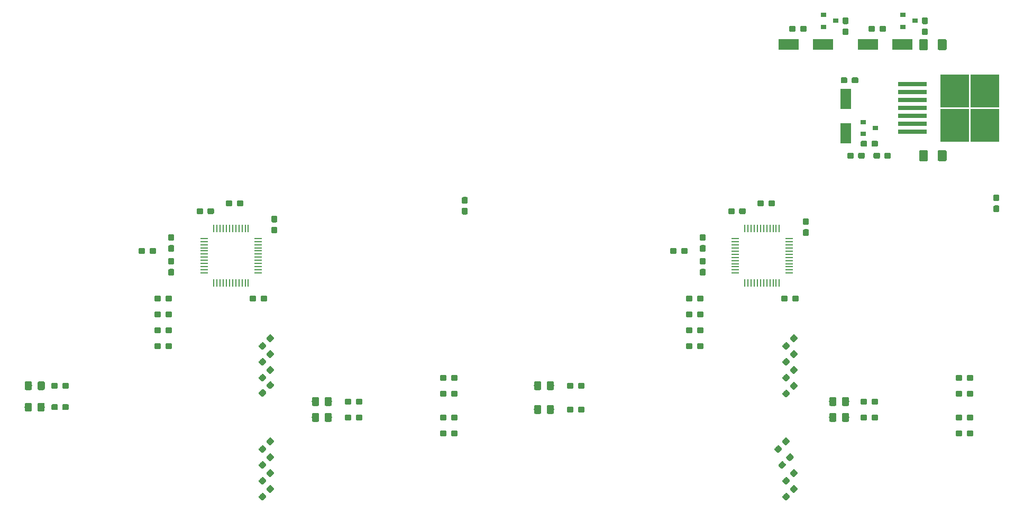
<source format=gbr>
G04 #@! TF.GenerationSoftware,KiCad,Pcbnew,5.0.2-bee76a0~70~ubuntu18.04.1*
G04 #@! TF.CreationDate,2019-05-15T21:37:27+02:00*
G04 #@! TF.ProjectId,networkScanner,6e657477-6f72-46b5-9363-616e6e65722e,rev?*
G04 #@! TF.SameCoordinates,Original*
G04 #@! TF.FileFunction,Paste,Top*
G04 #@! TF.FilePolarity,Positive*
%FSLAX46Y46*%
G04 Gerber Fmt 4.6, Leading zero omitted, Abs format (unit mm)*
G04 Created by KiCad (PCBNEW 5.0.2-bee76a0~70~ubuntu18.04.1) date Mi 15 Mai 2019 21:37:27 CEST*
%MOMM*%
%LPD*%
G01*
G04 APERTURE LIST*
%ADD10R,1.300000X0.250000*%
%ADD11R,0.250000X1.300000*%
%ADD12R,4.600000X0.800000*%
%ADD13R,4.550000X5.250000*%
%ADD14R,3.300000X1.700000*%
%ADD15R,1.700000X3.300000*%
%ADD16R,0.900000X0.800000*%
%ADD17C,0.100000*%
%ADD18C,0.950000*%
%ADD19C,1.425000*%
%ADD20C,1.150000*%
G04 APERTURE END LIST*
D10*
G04 #@! TO.C,U1*
X80650000Y-99750000D03*
X80650000Y-100250000D03*
X80650000Y-100750000D03*
X80650000Y-101250000D03*
X80650000Y-101750000D03*
X80650000Y-102250000D03*
X80650000Y-102750000D03*
X80650000Y-103250000D03*
X80650000Y-103750000D03*
X80650000Y-104250000D03*
X80650000Y-104750000D03*
X80650000Y-105250000D03*
D11*
X82250000Y-106850000D03*
X82750000Y-106850000D03*
X83250000Y-106850000D03*
X83750000Y-106850000D03*
X84250000Y-106850000D03*
X84750000Y-106850000D03*
X85250000Y-106850000D03*
X85750000Y-106850000D03*
X86250000Y-106850000D03*
X86750000Y-106850000D03*
X87250000Y-106850000D03*
X87750000Y-106850000D03*
D10*
X89350000Y-105250000D03*
X89350000Y-104750000D03*
X89350000Y-104250000D03*
X89350000Y-103750000D03*
X89350000Y-103250000D03*
X89350000Y-102750000D03*
X89350000Y-102250000D03*
X89350000Y-101750000D03*
X89350000Y-101250000D03*
X89350000Y-100750000D03*
X89350000Y-100250000D03*
X89350000Y-99750000D03*
D11*
X87750000Y-98150000D03*
X87250000Y-98150000D03*
X86750000Y-98150000D03*
X86250000Y-98150000D03*
X85750000Y-98150000D03*
X85250000Y-98150000D03*
X84750000Y-98150000D03*
X84250000Y-98150000D03*
X83750000Y-98150000D03*
X83250000Y-98150000D03*
X82750000Y-98150000D03*
X82250000Y-98150000D03*
G04 #@! TD*
D10*
G04 #@! TO.C,U2*
X165650000Y-99790000D03*
X165650000Y-100290000D03*
X165650000Y-100790000D03*
X165650000Y-101290000D03*
X165650000Y-101790000D03*
X165650000Y-102290000D03*
X165650000Y-102790000D03*
X165650000Y-103290000D03*
X165650000Y-103790000D03*
X165650000Y-104290000D03*
X165650000Y-104790000D03*
X165650000Y-105290000D03*
D11*
X167250000Y-106890000D03*
X167750000Y-106890000D03*
X168250000Y-106890000D03*
X168750000Y-106890000D03*
X169250000Y-106890000D03*
X169750000Y-106890000D03*
X170250000Y-106890000D03*
X170750000Y-106890000D03*
X171250000Y-106890000D03*
X171750000Y-106890000D03*
X172250000Y-106890000D03*
X172750000Y-106890000D03*
D10*
X174350000Y-105290000D03*
X174350000Y-104790000D03*
X174350000Y-104290000D03*
X174350000Y-103790000D03*
X174350000Y-103290000D03*
X174350000Y-102790000D03*
X174350000Y-102290000D03*
X174350000Y-101790000D03*
X174350000Y-101290000D03*
X174350000Y-100790000D03*
X174350000Y-100290000D03*
X174350000Y-99790000D03*
D11*
X172750000Y-98190000D03*
X172250000Y-98190000D03*
X171750000Y-98190000D03*
X171250000Y-98190000D03*
X170750000Y-98190000D03*
X170250000Y-98190000D03*
X169750000Y-98190000D03*
X169250000Y-98190000D03*
X168750000Y-98190000D03*
X168250000Y-98190000D03*
X167750000Y-98190000D03*
X167250000Y-98190000D03*
G04 #@! TD*
D12*
G04 #@! TO.C,U3*
X194085000Y-75070000D03*
X194085000Y-76340000D03*
X194085000Y-77610000D03*
X194085000Y-78880000D03*
X194085000Y-80150000D03*
X194085000Y-81420000D03*
X194085000Y-82690000D03*
D13*
X205660000Y-81655000D03*
X200810000Y-76105000D03*
X205660000Y-76105000D03*
X200810000Y-81655000D03*
G04 #@! TD*
D14*
G04 #@! TO.C,D1*
X179750000Y-68720000D03*
X174250000Y-68720000D03*
G04 #@! TD*
G04 #@! TO.C,D2*
X186950000Y-68720000D03*
X192450000Y-68720000D03*
G04 #@! TD*
D15*
G04 #@! TO.C,D3*
X183350000Y-82900000D03*
X183350000Y-77400000D03*
G04 #@! TD*
D16*
G04 #@! TO.C,Q1*
X179810000Y-63960000D03*
X179810000Y-65860000D03*
X181810000Y-64910000D03*
G04 #@! TD*
G04 #@! TO.C,Q2*
X192510000Y-63960000D03*
X192510000Y-65860000D03*
X194510000Y-64910000D03*
G04 #@! TD*
G04 #@! TO.C,Q3*
X188160000Y-82055000D03*
X186160000Y-83005000D03*
X186160000Y-81105000D03*
G04 #@! TD*
D17*
G04 #@! TO.C,R1*
G36*
X183610779Y-64386144D02*
X183633834Y-64389563D01*
X183656443Y-64395227D01*
X183678387Y-64403079D01*
X183699457Y-64413044D01*
X183719448Y-64425026D01*
X183738168Y-64438910D01*
X183755438Y-64454562D01*
X183771090Y-64471832D01*
X183784974Y-64490552D01*
X183796956Y-64510543D01*
X183806921Y-64531613D01*
X183814773Y-64553557D01*
X183820437Y-64576166D01*
X183823856Y-64599221D01*
X183825000Y-64622500D01*
X183825000Y-65197500D01*
X183823856Y-65220779D01*
X183820437Y-65243834D01*
X183814773Y-65266443D01*
X183806921Y-65288387D01*
X183796956Y-65309457D01*
X183784974Y-65329448D01*
X183771090Y-65348168D01*
X183755438Y-65365438D01*
X183738168Y-65381090D01*
X183719448Y-65394974D01*
X183699457Y-65406956D01*
X183678387Y-65416921D01*
X183656443Y-65424773D01*
X183633834Y-65430437D01*
X183610779Y-65433856D01*
X183587500Y-65435000D01*
X183112500Y-65435000D01*
X183089221Y-65433856D01*
X183066166Y-65430437D01*
X183043557Y-65424773D01*
X183021613Y-65416921D01*
X183000543Y-65406956D01*
X182980552Y-65394974D01*
X182961832Y-65381090D01*
X182944562Y-65365438D01*
X182928910Y-65348168D01*
X182915026Y-65329448D01*
X182903044Y-65309457D01*
X182893079Y-65288387D01*
X182885227Y-65266443D01*
X182879563Y-65243834D01*
X182876144Y-65220779D01*
X182875000Y-65197500D01*
X182875000Y-64622500D01*
X182876144Y-64599221D01*
X182879563Y-64576166D01*
X182885227Y-64553557D01*
X182893079Y-64531613D01*
X182903044Y-64510543D01*
X182915026Y-64490552D01*
X182928910Y-64471832D01*
X182944562Y-64454562D01*
X182961832Y-64438910D01*
X182980552Y-64425026D01*
X183000543Y-64413044D01*
X183021613Y-64403079D01*
X183043557Y-64395227D01*
X183066166Y-64389563D01*
X183089221Y-64386144D01*
X183112500Y-64385000D01*
X183587500Y-64385000D01*
X183610779Y-64386144D01*
X183610779Y-64386144D01*
G37*
D18*
X183350000Y-64910000D03*
D17*
G36*
X183610779Y-66136144D02*
X183633834Y-66139563D01*
X183656443Y-66145227D01*
X183678387Y-66153079D01*
X183699457Y-66163044D01*
X183719448Y-66175026D01*
X183738168Y-66188910D01*
X183755438Y-66204562D01*
X183771090Y-66221832D01*
X183784974Y-66240552D01*
X183796956Y-66260543D01*
X183806921Y-66281613D01*
X183814773Y-66303557D01*
X183820437Y-66326166D01*
X183823856Y-66349221D01*
X183825000Y-66372500D01*
X183825000Y-66947500D01*
X183823856Y-66970779D01*
X183820437Y-66993834D01*
X183814773Y-67016443D01*
X183806921Y-67038387D01*
X183796956Y-67059457D01*
X183784974Y-67079448D01*
X183771090Y-67098168D01*
X183755438Y-67115438D01*
X183738168Y-67131090D01*
X183719448Y-67144974D01*
X183699457Y-67156956D01*
X183678387Y-67166921D01*
X183656443Y-67174773D01*
X183633834Y-67180437D01*
X183610779Y-67183856D01*
X183587500Y-67185000D01*
X183112500Y-67185000D01*
X183089221Y-67183856D01*
X183066166Y-67180437D01*
X183043557Y-67174773D01*
X183021613Y-67166921D01*
X183000543Y-67156956D01*
X182980552Y-67144974D01*
X182961832Y-67131090D01*
X182944562Y-67115438D01*
X182928910Y-67098168D01*
X182915026Y-67079448D01*
X182903044Y-67059457D01*
X182893079Y-67038387D01*
X182885227Y-67016443D01*
X182879563Y-66993834D01*
X182876144Y-66970779D01*
X182875000Y-66947500D01*
X182875000Y-66372500D01*
X182876144Y-66349221D01*
X182879563Y-66326166D01*
X182885227Y-66303557D01*
X182893079Y-66281613D01*
X182903044Y-66260543D01*
X182915026Y-66240552D01*
X182928910Y-66221832D01*
X182944562Y-66204562D01*
X182961832Y-66188910D01*
X182980552Y-66175026D01*
X183000543Y-66163044D01*
X183021613Y-66153079D01*
X183043557Y-66145227D01*
X183066166Y-66139563D01*
X183089221Y-66136144D01*
X183112500Y-66135000D01*
X183587500Y-66135000D01*
X183610779Y-66136144D01*
X183610779Y-66136144D01*
G37*
D18*
X183350000Y-66660000D03*
G04 #@! TD*
D17*
G04 #@! TO.C,R2*
G36*
X176915779Y-65706144D02*
X176938834Y-65709563D01*
X176961443Y-65715227D01*
X176983387Y-65723079D01*
X177004457Y-65733044D01*
X177024448Y-65745026D01*
X177043168Y-65758910D01*
X177060438Y-65774562D01*
X177076090Y-65791832D01*
X177089974Y-65810552D01*
X177101956Y-65830543D01*
X177111921Y-65851613D01*
X177119773Y-65873557D01*
X177125437Y-65896166D01*
X177128856Y-65919221D01*
X177130000Y-65942500D01*
X177130000Y-66417500D01*
X177128856Y-66440779D01*
X177125437Y-66463834D01*
X177119773Y-66486443D01*
X177111921Y-66508387D01*
X177101956Y-66529457D01*
X177089974Y-66549448D01*
X177076090Y-66568168D01*
X177060438Y-66585438D01*
X177043168Y-66601090D01*
X177024448Y-66614974D01*
X177004457Y-66626956D01*
X176983387Y-66636921D01*
X176961443Y-66644773D01*
X176938834Y-66650437D01*
X176915779Y-66653856D01*
X176892500Y-66655000D01*
X176317500Y-66655000D01*
X176294221Y-66653856D01*
X176271166Y-66650437D01*
X176248557Y-66644773D01*
X176226613Y-66636921D01*
X176205543Y-66626956D01*
X176185552Y-66614974D01*
X176166832Y-66601090D01*
X176149562Y-66585438D01*
X176133910Y-66568168D01*
X176120026Y-66549448D01*
X176108044Y-66529457D01*
X176098079Y-66508387D01*
X176090227Y-66486443D01*
X176084563Y-66463834D01*
X176081144Y-66440779D01*
X176080000Y-66417500D01*
X176080000Y-65942500D01*
X176081144Y-65919221D01*
X176084563Y-65896166D01*
X176090227Y-65873557D01*
X176098079Y-65851613D01*
X176108044Y-65830543D01*
X176120026Y-65810552D01*
X176133910Y-65791832D01*
X176149562Y-65774562D01*
X176166832Y-65758910D01*
X176185552Y-65745026D01*
X176205543Y-65733044D01*
X176226613Y-65723079D01*
X176248557Y-65715227D01*
X176271166Y-65709563D01*
X176294221Y-65706144D01*
X176317500Y-65705000D01*
X176892500Y-65705000D01*
X176915779Y-65706144D01*
X176915779Y-65706144D01*
G37*
D18*
X176605000Y-66180000D03*
D17*
G36*
X175165779Y-65706144D02*
X175188834Y-65709563D01*
X175211443Y-65715227D01*
X175233387Y-65723079D01*
X175254457Y-65733044D01*
X175274448Y-65745026D01*
X175293168Y-65758910D01*
X175310438Y-65774562D01*
X175326090Y-65791832D01*
X175339974Y-65810552D01*
X175351956Y-65830543D01*
X175361921Y-65851613D01*
X175369773Y-65873557D01*
X175375437Y-65896166D01*
X175378856Y-65919221D01*
X175380000Y-65942500D01*
X175380000Y-66417500D01*
X175378856Y-66440779D01*
X175375437Y-66463834D01*
X175369773Y-66486443D01*
X175361921Y-66508387D01*
X175351956Y-66529457D01*
X175339974Y-66549448D01*
X175326090Y-66568168D01*
X175310438Y-66585438D01*
X175293168Y-66601090D01*
X175274448Y-66614974D01*
X175254457Y-66626956D01*
X175233387Y-66636921D01*
X175211443Y-66644773D01*
X175188834Y-66650437D01*
X175165779Y-66653856D01*
X175142500Y-66655000D01*
X174567500Y-66655000D01*
X174544221Y-66653856D01*
X174521166Y-66650437D01*
X174498557Y-66644773D01*
X174476613Y-66636921D01*
X174455543Y-66626956D01*
X174435552Y-66614974D01*
X174416832Y-66601090D01*
X174399562Y-66585438D01*
X174383910Y-66568168D01*
X174370026Y-66549448D01*
X174358044Y-66529457D01*
X174348079Y-66508387D01*
X174340227Y-66486443D01*
X174334563Y-66463834D01*
X174331144Y-66440779D01*
X174330000Y-66417500D01*
X174330000Y-65942500D01*
X174331144Y-65919221D01*
X174334563Y-65896166D01*
X174340227Y-65873557D01*
X174348079Y-65851613D01*
X174358044Y-65830543D01*
X174370026Y-65810552D01*
X174383910Y-65791832D01*
X174399562Y-65774562D01*
X174416832Y-65758910D01*
X174435552Y-65745026D01*
X174455543Y-65733044D01*
X174476613Y-65723079D01*
X174498557Y-65715227D01*
X174521166Y-65709563D01*
X174544221Y-65706144D01*
X174567500Y-65705000D01*
X175142500Y-65705000D01*
X175165779Y-65706144D01*
X175165779Y-65706144D01*
G37*
D18*
X174855000Y-66180000D03*
G04 #@! TD*
D17*
G04 #@! TO.C,R3*
G36*
X196310779Y-66136144D02*
X196333834Y-66139563D01*
X196356443Y-66145227D01*
X196378387Y-66153079D01*
X196399457Y-66163044D01*
X196419448Y-66175026D01*
X196438168Y-66188910D01*
X196455438Y-66204562D01*
X196471090Y-66221832D01*
X196484974Y-66240552D01*
X196496956Y-66260543D01*
X196506921Y-66281613D01*
X196514773Y-66303557D01*
X196520437Y-66326166D01*
X196523856Y-66349221D01*
X196525000Y-66372500D01*
X196525000Y-66947500D01*
X196523856Y-66970779D01*
X196520437Y-66993834D01*
X196514773Y-67016443D01*
X196506921Y-67038387D01*
X196496956Y-67059457D01*
X196484974Y-67079448D01*
X196471090Y-67098168D01*
X196455438Y-67115438D01*
X196438168Y-67131090D01*
X196419448Y-67144974D01*
X196399457Y-67156956D01*
X196378387Y-67166921D01*
X196356443Y-67174773D01*
X196333834Y-67180437D01*
X196310779Y-67183856D01*
X196287500Y-67185000D01*
X195812500Y-67185000D01*
X195789221Y-67183856D01*
X195766166Y-67180437D01*
X195743557Y-67174773D01*
X195721613Y-67166921D01*
X195700543Y-67156956D01*
X195680552Y-67144974D01*
X195661832Y-67131090D01*
X195644562Y-67115438D01*
X195628910Y-67098168D01*
X195615026Y-67079448D01*
X195603044Y-67059457D01*
X195593079Y-67038387D01*
X195585227Y-67016443D01*
X195579563Y-66993834D01*
X195576144Y-66970779D01*
X195575000Y-66947500D01*
X195575000Y-66372500D01*
X195576144Y-66349221D01*
X195579563Y-66326166D01*
X195585227Y-66303557D01*
X195593079Y-66281613D01*
X195603044Y-66260543D01*
X195615026Y-66240552D01*
X195628910Y-66221832D01*
X195644562Y-66204562D01*
X195661832Y-66188910D01*
X195680552Y-66175026D01*
X195700543Y-66163044D01*
X195721613Y-66153079D01*
X195743557Y-66145227D01*
X195766166Y-66139563D01*
X195789221Y-66136144D01*
X195812500Y-66135000D01*
X196287500Y-66135000D01*
X196310779Y-66136144D01*
X196310779Y-66136144D01*
G37*
D18*
X196050000Y-66660000D03*
D17*
G36*
X196310779Y-64386144D02*
X196333834Y-64389563D01*
X196356443Y-64395227D01*
X196378387Y-64403079D01*
X196399457Y-64413044D01*
X196419448Y-64425026D01*
X196438168Y-64438910D01*
X196455438Y-64454562D01*
X196471090Y-64471832D01*
X196484974Y-64490552D01*
X196496956Y-64510543D01*
X196506921Y-64531613D01*
X196514773Y-64553557D01*
X196520437Y-64576166D01*
X196523856Y-64599221D01*
X196525000Y-64622500D01*
X196525000Y-65197500D01*
X196523856Y-65220779D01*
X196520437Y-65243834D01*
X196514773Y-65266443D01*
X196506921Y-65288387D01*
X196496956Y-65309457D01*
X196484974Y-65329448D01*
X196471090Y-65348168D01*
X196455438Y-65365438D01*
X196438168Y-65381090D01*
X196419448Y-65394974D01*
X196399457Y-65406956D01*
X196378387Y-65416921D01*
X196356443Y-65424773D01*
X196333834Y-65430437D01*
X196310779Y-65433856D01*
X196287500Y-65435000D01*
X195812500Y-65435000D01*
X195789221Y-65433856D01*
X195766166Y-65430437D01*
X195743557Y-65424773D01*
X195721613Y-65416921D01*
X195700543Y-65406956D01*
X195680552Y-65394974D01*
X195661832Y-65381090D01*
X195644562Y-65365438D01*
X195628910Y-65348168D01*
X195615026Y-65329448D01*
X195603044Y-65309457D01*
X195593079Y-65288387D01*
X195585227Y-65266443D01*
X195579563Y-65243834D01*
X195576144Y-65220779D01*
X195575000Y-65197500D01*
X195575000Y-64622500D01*
X195576144Y-64599221D01*
X195579563Y-64576166D01*
X195585227Y-64553557D01*
X195593079Y-64531613D01*
X195603044Y-64510543D01*
X195615026Y-64490552D01*
X195628910Y-64471832D01*
X195644562Y-64454562D01*
X195661832Y-64438910D01*
X195680552Y-64425026D01*
X195700543Y-64413044D01*
X195721613Y-64403079D01*
X195743557Y-64395227D01*
X195766166Y-64389563D01*
X195789221Y-64386144D01*
X195812500Y-64385000D01*
X196287500Y-64385000D01*
X196310779Y-64386144D01*
X196310779Y-64386144D01*
G37*
D18*
X196050000Y-64910000D03*
G04 #@! TD*
D17*
G04 #@! TO.C,R4*
G36*
X187865779Y-65706144D02*
X187888834Y-65709563D01*
X187911443Y-65715227D01*
X187933387Y-65723079D01*
X187954457Y-65733044D01*
X187974448Y-65745026D01*
X187993168Y-65758910D01*
X188010438Y-65774562D01*
X188026090Y-65791832D01*
X188039974Y-65810552D01*
X188051956Y-65830543D01*
X188061921Y-65851613D01*
X188069773Y-65873557D01*
X188075437Y-65896166D01*
X188078856Y-65919221D01*
X188080000Y-65942500D01*
X188080000Y-66417500D01*
X188078856Y-66440779D01*
X188075437Y-66463834D01*
X188069773Y-66486443D01*
X188061921Y-66508387D01*
X188051956Y-66529457D01*
X188039974Y-66549448D01*
X188026090Y-66568168D01*
X188010438Y-66585438D01*
X187993168Y-66601090D01*
X187974448Y-66614974D01*
X187954457Y-66626956D01*
X187933387Y-66636921D01*
X187911443Y-66644773D01*
X187888834Y-66650437D01*
X187865779Y-66653856D01*
X187842500Y-66655000D01*
X187267500Y-66655000D01*
X187244221Y-66653856D01*
X187221166Y-66650437D01*
X187198557Y-66644773D01*
X187176613Y-66636921D01*
X187155543Y-66626956D01*
X187135552Y-66614974D01*
X187116832Y-66601090D01*
X187099562Y-66585438D01*
X187083910Y-66568168D01*
X187070026Y-66549448D01*
X187058044Y-66529457D01*
X187048079Y-66508387D01*
X187040227Y-66486443D01*
X187034563Y-66463834D01*
X187031144Y-66440779D01*
X187030000Y-66417500D01*
X187030000Y-65942500D01*
X187031144Y-65919221D01*
X187034563Y-65896166D01*
X187040227Y-65873557D01*
X187048079Y-65851613D01*
X187058044Y-65830543D01*
X187070026Y-65810552D01*
X187083910Y-65791832D01*
X187099562Y-65774562D01*
X187116832Y-65758910D01*
X187135552Y-65745026D01*
X187155543Y-65733044D01*
X187176613Y-65723079D01*
X187198557Y-65715227D01*
X187221166Y-65709563D01*
X187244221Y-65706144D01*
X187267500Y-65705000D01*
X187842500Y-65705000D01*
X187865779Y-65706144D01*
X187865779Y-65706144D01*
G37*
D18*
X187555000Y-66180000D03*
D17*
G36*
X189615779Y-65706144D02*
X189638834Y-65709563D01*
X189661443Y-65715227D01*
X189683387Y-65723079D01*
X189704457Y-65733044D01*
X189724448Y-65745026D01*
X189743168Y-65758910D01*
X189760438Y-65774562D01*
X189776090Y-65791832D01*
X189789974Y-65810552D01*
X189801956Y-65830543D01*
X189811921Y-65851613D01*
X189819773Y-65873557D01*
X189825437Y-65896166D01*
X189828856Y-65919221D01*
X189830000Y-65942500D01*
X189830000Y-66417500D01*
X189828856Y-66440779D01*
X189825437Y-66463834D01*
X189819773Y-66486443D01*
X189811921Y-66508387D01*
X189801956Y-66529457D01*
X189789974Y-66549448D01*
X189776090Y-66568168D01*
X189760438Y-66585438D01*
X189743168Y-66601090D01*
X189724448Y-66614974D01*
X189704457Y-66626956D01*
X189683387Y-66636921D01*
X189661443Y-66644773D01*
X189638834Y-66650437D01*
X189615779Y-66653856D01*
X189592500Y-66655000D01*
X189017500Y-66655000D01*
X188994221Y-66653856D01*
X188971166Y-66650437D01*
X188948557Y-66644773D01*
X188926613Y-66636921D01*
X188905543Y-66626956D01*
X188885552Y-66614974D01*
X188866832Y-66601090D01*
X188849562Y-66585438D01*
X188833910Y-66568168D01*
X188820026Y-66549448D01*
X188808044Y-66529457D01*
X188798079Y-66508387D01*
X188790227Y-66486443D01*
X188784563Y-66463834D01*
X188781144Y-66440779D01*
X188780000Y-66417500D01*
X188780000Y-65942500D01*
X188781144Y-65919221D01*
X188784563Y-65896166D01*
X188790227Y-65873557D01*
X188798079Y-65851613D01*
X188808044Y-65830543D01*
X188820026Y-65810552D01*
X188833910Y-65791832D01*
X188849562Y-65774562D01*
X188866832Y-65758910D01*
X188885552Y-65745026D01*
X188905543Y-65733044D01*
X188926613Y-65723079D01*
X188948557Y-65715227D01*
X188971166Y-65709563D01*
X188994221Y-65706144D01*
X189017500Y-65705000D01*
X189592500Y-65705000D01*
X189615779Y-65706144D01*
X189615779Y-65706144D01*
G37*
D18*
X189305000Y-66180000D03*
G04 #@! TD*
D17*
G04 #@! TO.C,R5*
G36*
X186595779Y-84121144D02*
X186618834Y-84124563D01*
X186641443Y-84130227D01*
X186663387Y-84138079D01*
X186684457Y-84148044D01*
X186704448Y-84160026D01*
X186723168Y-84173910D01*
X186740438Y-84189562D01*
X186756090Y-84206832D01*
X186769974Y-84225552D01*
X186781956Y-84245543D01*
X186791921Y-84266613D01*
X186799773Y-84288557D01*
X186805437Y-84311166D01*
X186808856Y-84334221D01*
X186810000Y-84357500D01*
X186810000Y-84832500D01*
X186808856Y-84855779D01*
X186805437Y-84878834D01*
X186799773Y-84901443D01*
X186791921Y-84923387D01*
X186781956Y-84944457D01*
X186769974Y-84964448D01*
X186756090Y-84983168D01*
X186740438Y-85000438D01*
X186723168Y-85016090D01*
X186704448Y-85029974D01*
X186684457Y-85041956D01*
X186663387Y-85051921D01*
X186641443Y-85059773D01*
X186618834Y-85065437D01*
X186595779Y-85068856D01*
X186572500Y-85070000D01*
X185997500Y-85070000D01*
X185974221Y-85068856D01*
X185951166Y-85065437D01*
X185928557Y-85059773D01*
X185906613Y-85051921D01*
X185885543Y-85041956D01*
X185865552Y-85029974D01*
X185846832Y-85016090D01*
X185829562Y-85000438D01*
X185813910Y-84983168D01*
X185800026Y-84964448D01*
X185788044Y-84944457D01*
X185778079Y-84923387D01*
X185770227Y-84901443D01*
X185764563Y-84878834D01*
X185761144Y-84855779D01*
X185760000Y-84832500D01*
X185760000Y-84357500D01*
X185761144Y-84334221D01*
X185764563Y-84311166D01*
X185770227Y-84288557D01*
X185778079Y-84266613D01*
X185788044Y-84245543D01*
X185800026Y-84225552D01*
X185813910Y-84206832D01*
X185829562Y-84189562D01*
X185846832Y-84173910D01*
X185865552Y-84160026D01*
X185885543Y-84148044D01*
X185906613Y-84138079D01*
X185928557Y-84130227D01*
X185951166Y-84124563D01*
X185974221Y-84121144D01*
X185997500Y-84120000D01*
X186572500Y-84120000D01*
X186595779Y-84121144D01*
X186595779Y-84121144D01*
G37*
D18*
X186285000Y-84595000D03*
D17*
G36*
X188345779Y-84121144D02*
X188368834Y-84124563D01*
X188391443Y-84130227D01*
X188413387Y-84138079D01*
X188434457Y-84148044D01*
X188454448Y-84160026D01*
X188473168Y-84173910D01*
X188490438Y-84189562D01*
X188506090Y-84206832D01*
X188519974Y-84225552D01*
X188531956Y-84245543D01*
X188541921Y-84266613D01*
X188549773Y-84288557D01*
X188555437Y-84311166D01*
X188558856Y-84334221D01*
X188560000Y-84357500D01*
X188560000Y-84832500D01*
X188558856Y-84855779D01*
X188555437Y-84878834D01*
X188549773Y-84901443D01*
X188541921Y-84923387D01*
X188531956Y-84944457D01*
X188519974Y-84964448D01*
X188506090Y-84983168D01*
X188490438Y-85000438D01*
X188473168Y-85016090D01*
X188454448Y-85029974D01*
X188434457Y-85041956D01*
X188413387Y-85051921D01*
X188391443Y-85059773D01*
X188368834Y-85065437D01*
X188345779Y-85068856D01*
X188322500Y-85070000D01*
X187747500Y-85070000D01*
X187724221Y-85068856D01*
X187701166Y-85065437D01*
X187678557Y-85059773D01*
X187656613Y-85051921D01*
X187635543Y-85041956D01*
X187615552Y-85029974D01*
X187596832Y-85016090D01*
X187579562Y-85000438D01*
X187563910Y-84983168D01*
X187550026Y-84964448D01*
X187538044Y-84944457D01*
X187528079Y-84923387D01*
X187520227Y-84901443D01*
X187514563Y-84878834D01*
X187511144Y-84855779D01*
X187510000Y-84832500D01*
X187510000Y-84357500D01*
X187511144Y-84334221D01*
X187514563Y-84311166D01*
X187520227Y-84288557D01*
X187528079Y-84266613D01*
X187538044Y-84245543D01*
X187550026Y-84225552D01*
X187563910Y-84206832D01*
X187579562Y-84189562D01*
X187596832Y-84173910D01*
X187615552Y-84160026D01*
X187635543Y-84148044D01*
X187656613Y-84138079D01*
X187678557Y-84130227D01*
X187701166Y-84124563D01*
X187724221Y-84121144D01*
X187747500Y-84120000D01*
X188322500Y-84120000D01*
X188345779Y-84121144D01*
X188345779Y-84121144D01*
G37*
D18*
X188035000Y-84595000D03*
G04 #@! TD*
D17*
G04 #@! TO.C,R6*
G36*
X185170779Y-73961144D02*
X185193834Y-73964563D01*
X185216443Y-73970227D01*
X185238387Y-73978079D01*
X185259457Y-73988044D01*
X185279448Y-74000026D01*
X185298168Y-74013910D01*
X185315438Y-74029562D01*
X185331090Y-74046832D01*
X185344974Y-74065552D01*
X185356956Y-74085543D01*
X185366921Y-74106613D01*
X185374773Y-74128557D01*
X185380437Y-74151166D01*
X185383856Y-74174221D01*
X185385000Y-74197500D01*
X185385000Y-74672500D01*
X185383856Y-74695779D01*
X185380437Y-74718834D01*
X185374773Y-74741443D01*
X185366921Y-74763387D01*
X185356956Y-74784457D01*
X185344974Y-74804448D01*
X185331090Y-74823168D01*
X185315438Y-74840438D01*
X185298168Y-74856090D01*
X185279448Y-74869974D01*
X185259457Y-74881956D01*
X185238387Y-74891921D01*
X185216443Y-74899773D01*
X185193834Y-74905437D01*
X185170779Y-74908856D01*
X185147500Y-74910000D01*
X184572500Y-74910000D01*
X184549221Y-74908856D01*
X184526166Y-74905437D01*
X184503557Y-74899773D01*
X184481613Y-74891921D01*
X184460543Y-74881956D01*
X184440552Y-74869974D01*
X184421832Y-74856090D01*
X184404562Y-74840438D01*
X184388910Y-74823168D01*
X184375026Y-74804448D01*
X184363044Y-74784457D01*
X184353079Y-74763387D01*
X184345227Y-74741443D01*
X184339563Y-74718834D01*
X184336144Y-74695779D01*
X184335000Y-74672500D01*
X184335000Y-74197500D01*
X184336144Y-74174221D01*
X184339563Y-74151166D01*
X184345227Y-74128557D01*
X184353079Y-74106613D01*
X184363044Y-74085543D01*
X184375026Y-74065552D01*
X184388910Y-74046832D01*
X184404562Y-74029562D01*
X184421832Y-74013910D01*
X184440552Y-74000026D01*
X184460543Y-73988044D01*
X184481613Y-73978079D01*
X184503557Y-73970227D01*
X184526166Y-73964563D01*
X184549221Y-73961144D01*
X184572500Y-73960000D01*
X185147500Y-73960000D01*
X185170779Y-73961144D01*
X185170779Y-73961144D01*
G37*
D18*
X184860000Y-74435000D03*
D17*
G36*
X183420779Y-73961144D02*
X183443834Y-73964563D01*
X183466443Y-73970227D01*
X183488387Y-73978079D01*
X183509457Y-73988044D01*
X183529448Y-74000026D01*
X183548168Y-74013910D01*
X183565438Y-74029562D01*
X183581090Y-74046832D01*
X183594974Y-74065552D01*
X183606956Y-74085543D01*
X183616921Y-74106613D01*
X183624773Y-74128557D01*
X183630437Y-74151166D01*
X183633856Y-74174221D01*
X183635000Y-74197500D01*
X183635000Y-74672500D01*
X183633856Y-74695779D01*
X183630437Y-74718834D01*
X183624773Y-74741443D01*
X183616921Y-74763387D01*
X183606956Y-74784457D01*
X183594974Y-74804448D01*
X183581090Y-74823168D01*
X183565438Y-74840438D01*
X183548168Y-74856090D01*
X183529448Y-74869974D01*
X183509457Y-74881956D01*
X183488387Y-74891921D01*
X183466443Y-74899773D01*
X183443834Y-74905437D01*
X183420779Y-74908856D01*
X183397500Y-74910000D01*
X182822500Y-74910000D01*
X182799221Y-74908856D01*
X182776166Y-74905437D01*
X182753557Y-74899773D01*
X182731613Y-74891921D01*
X182710543Y-74881956D01*
X182690552Y-74869974D01*
X182671832Y-74856090D01*
X182654562Y-74840438D01*
X182638910Y-74823168D01*
X182625026Y-74804448D01*
X182613044Y-74784457D01*
X182603079Y-74763387D01*
X182595227Y-74741443D01*
X182589563Y-74718834D01*
X182586144Y-74695779D01*
X182585000Y-74672500D01*
X182585000Y-74197500D01*
X182586144Y-74174221D01*
X182589563Y-74151166D01*
X182595227Y-74128557D01*
X182603079Y-74106613D01*
X182613044Y-74085543D01*
X182625026Y-74065552D01*
X182638910Y-74046832D01*
X182654562Y-74029562D01*
X182671832Y-74013910D01*
X182690552Y-74000026D01*
X182710543Y-73988044D01*
X182731613Y-73978079D01*
X182753557Y-73970227D01*
X182776166Y-73964563D01*
X182799221Y-73961144D01*
X182822500Y-73960000D01*
X183397500Y-73960000D01*
X183420779Y-73961144D01*
X183420779Y-73961144D01*
G37*
D18*
X183110000Y-74435000D03*
G04 #@! TD*
D17*
G04 #@! TO.C,C1*
G36*
X199294504Y-67846204D02*
X199318773Y-67849804D01*
X199342571Y-67855765D01*
X199365671Y-67864030D01*
X199387849Y-67874520D01*
X199408893Y-67887133D01*
X199428598Y-67901747D01*
X199446777Y-67918223D01*
X199463253Y-67936402D01*
X199477867Y-67956107D01*
X199490480Y-67977151D01*
X199500970Y-67999329D01*
X199509235Y-68022429D01*
X199515196Y-68046227D01*
X199518796Y-68070496D01*
X199520000Y-68095000D01*
X199520000Y-69345000D01*
X199518796Y-69369504D01*
X199515196Y-69393773D01*
X199509235Y-69417571D01*
X199500970Y-69440671D01*
X199490480Y-69462849D01*
X199477867Y-69483893D01*
X199463253Y-69503598D01*
X199446777Y-69521777D01*
X199428598Y-69538253D01*
X199408893Y-69552867D01*
X199387849Y-69565480D01*
X199365671Y-69575970D01*
X199342571Y-69584235D01*
X199318773Y-69590196D01*
X199294504Y-69593796D01*
X199270000Y-69595000D01*
X198345000Y-69595000D01*
X198320496Y-69593796D01*
X198296227Y-69590196D01*
X198272429Y-69584235D01*
X198249329Y-69575970D01*
X198227151Y-69565480D01*
X198206107Y-69552867D01*
X198186402Y-69538253D01*
X198168223Y-69521777D01*
X198151747Y-69503598D01*
X198137133Y-69483893D01*
X198124520Y-69462849D01*
X198114030Y-69440671D01*
X198105765Y-69417571D01*
X198099804Y-69393773D01*
X198096204Y-69369504D01*
X198095000Y-69345000D01*
X198095000Y-68095000D01*
X198096204Y-68070496D01*
X198099804Y-68046227D01*
X198105765Y-68022429D01*
X198114030Y-67999329D01*
X198124520Y-67977151D01*
X198137133Y-67956107D01*
X198151747Y-67936402D01*
X198168223Y-67918223D01*
X198186402Y-67901747D01*
X198206107Y-67887133D01*
X198227151Y-67874520D01*
X198249329Y-67864030D01*
X198272429Y-67855765D01*
X198296227Y-67849804D01*
X198320496Y-67846204D01*
X198345000Y-67845000D01*
X199270000Y-67845000D01*
X199294504Y-67846204D01*
X199294504Y-67846204D01*
G37*
D19*
X198807500Y-68720000D03*
D17*
G36*
X196319504Y-67846204D02*
X196343773Y-67849804D01*
X196367571Y-67855765D01*
X196390671Y-67864030D01*
X196412849Y-67874520D01*
X196433893Y-67887133D01*
X196453598Y-67901747D01*
X196471777Y-67918223D01*
X196488253Y-67936402D01*
X196502867Y-67956107D01*
X196515480Y-67977151D01*
X196525970Y-67999329D01*
X196534235Y-68022429D01*
X196540196Y-68046227D01*
X196543796Y-68070496D01*
X196545000Y-68095000D01*
X196545000Y-69345000D01*
X196543796Y-69369504D01*
X196540196Y-69393773D01*
X196534235Y-69417571D01*
X196525970Y-69440671D01*
X196515480Y-69462849D01*
X196502867Y-69483893D01*
X196488253Y-69503598D01*
X196471777Y-69521777D01*
X196453598Y-69538253D01*
X196433893Y-69552867D01*
X196412849Y-69565480D01*
X196390671Y-69575970D01*
X196367571Y-69584235D01*
X196343773Y-69590196D01*
X196319504Y-69593796D01*
X196295000Y-69595000D01*
X195370000Y-69595000D01*
X195345496Y-69593796D01*
X195321227Y-69590196D01*
X195297429Y-69584235D01*
X195274329Y-69575970D01*
X195252151Y-69565480D01*
X195231107Y-69552867D01*
X195211402Y-69538253D01*
X195193223Y-69521777D01*
X195176747Y-69503598D01*
X195162133Y-69483893D01*
X195149520Y-69462849D01*
X195139030Y-69440671D01*
X195130765Y-69417571D01*
X195124804Y-69393773D01*
X195121204Y-69369504D01*
X195120000Y-69345000D01*
X195120000Y-68095000D01*
X195121204Y-68070496D01*
X195124804Y-68046227D01*
X195130765Y-68022429D01*
X195139030Y-67999329D01*
X195149520Y-67977151D01*
X195162133Y-67956107D01*
X195176747Y-67936402D01*
X195193223Y-67918223D01*
X195211402Y-67901747D01*
X195231107Y-67887133D01*
X195252151Y-67874520D01*
X195274329Y-67864030D01*
X195297429Y-67855765D01*
X195321227Y-67849804D01*
X195345496Y-67846204D01*
X195370000Y-67845000D01*
X196295000Y-67845000D01*
X196319504Y-67846204D01*
X196319504Y-67846204D01*
G37*
D19*
X195832500Y-68720000D03*
G04 #@! TD*
D17*
G04 #@! TO.C,C2*
G36*
X196319504Y-85626204D02*
X196343773Y-85629804D01*
X196367571Y-85635765D01*
X196390671Y-85644030D01*
X196412849Y-85654520D01*
X196433893Y-85667133D01*
X196453598Y-85681747D01*
X196471777Y-85698223D01*
X196488253Y-85716402D01*
X196502867Y-85736107D01*
X196515480Y-85757151D01*
X196525970Y-85779329D01*
X196534235Y-85802429D01*
X196540196Y-85826227D01*
X196543796Y-85850496D01*
X196545000Y-85875000D01*
X196545000Y-87125000D01*
X196543796Y-87149504D01*
X196540196Y-87173773D01*
X196534235Y-87197571D01*
X196525970Y-87220671D01*
X196515480Y-87242849D01*
X196502867Y-87263893D01*
X196488253Y-87283598D01*
X196471777Y-87301777D01*
X196453598Y-87318253D01*
X196433893Y-87332867D01*
X196412849Y-87345480D01*
X196390671Y-87355970D01*
X196367571Y-87364235D01*
X196343773Y-87370196D01*
X196319504Y-87373796D01*
X196295000Y-87375000D01*
X195370000Y-87375000D01*
X195345496Y-87373796D01*
X195321227Y-87370196D01*
X195297429Y-87364235D01*
X195274329Y-87355970D01*
X195252151Y-87345480D01*
X195231107Y-87332867D01*
X195211402Y-87318253D01*
X195193223Y-87301777D01*
X195176747Y-87283598D01*
X195162133Y-87263893D01*
X195149520Y-87242849D01*
X195139030Y-87220671D01*
X195130765Y-87197571D01*
X195124804Y-87173773D01*
X195121204Y-87149504D01*
X195120000Y-87125000D01*
X195120000Y-85875000D01*
X195121204Y-85850496D01*
X195124804Y-85826227D01*
X195130765Y-85802429D01*
X195139030Y-85779329D01*
X195149520Y-85757151D01*
X195162133Y-85736107D01*
X195176747Y-85716402D01*
X195193223Y-85698223D01*
X195211402Y-85681747D01*
X195231107Y-85667133D01*
X195252151Y-85654520D01*
X195274329Y-85644030D01*
X195297429Y-85635765D01*
X195321227Y-85629804D01*
X195345496Y-85626204D01*
X195370000Y-85625000D01*
X196295000Y-85625000D01*
X196319504Y-85626204D01*
X196319504Y-85626204D01*
G37*
D19*
X195832500Y-86500000D03*
D17*
G36*
X199294504Y-85626204D02*
X199318773Y-85629804D01*
X199342571Y-85635765D01*
X199365671Y-85644030D01*
X199387849Y-85654520D01*
X199408893Y-85667133D01*
X199428598Y-85681747D01*
X199446777Y-85698223D01*
X199463253Y-85716402D01*
X199477867Y-85736107D01*
X199490480Y-85757151D01*
X199500970Y-85779329D01*
X199509235Y-85802429D01*
X199515196Y-85826227D01*
X199518796Y-85850496D01*
X199520000Y-85875000D01*
X199520000Y-87125000D01*
X199518796Y-87149504D01*
X199515196Y-87173773D01*
X199509235Y-87197571D01*
X199500970Y-87220671D01*
X199490480Y-87242849D01*
X199477867Y-87263893D01*
X199463253Y-87283598D01*
X199446777Y-87301777D01*
X199428598Y-87318253D01*
X199408893Y-87332867D01*
X199387849Y-87345480D01*
X199365671Y-87355970D01*
X199342571Y-87364235D01*
X199318773Y-87370196D01*
X199294504Y-87373796D01*
X199270000Y-87375000D01*
X198345000Y-87375000D01*
X198320496Y-87373796D01*
X198296227Y-87370196D01*
X198272429Y-87364235D01*
X198249329Y-87355970D01*
X198227151Y-87345480D01*
X198206107Y-87332867D01*
X198186402Y-87318253D01*
X198168223Y-87301777D01*
X198151747Y-87283598D01*
X198137133Y-87263893D01*
X198124520Y-87242849D01*
X198114030Y-87220671D01*
X198105765Y-87197571D01*
X198099804Y-87173773D01*
X198096204Y-87149504D01*
X198095000Y-87125000D01*
X198095000Y-85875000D01*
X198096204Y-85850496D01*
X198099804Y-85826227D01*
X198105765Y-85802429D01*
X198114030Y-85779329D01*
X198124520Y-85757151D01*
X198137133Y-85736107D01*
X198151747Y-85716402D01*
X198168223Y-85698223D01*
X198186402Y-85681747D01*
X198206107Y-85667133D01*
X198227151Y-85654520D01*
X198249329Y-85644030D01*
X198272429Y-85635765D01*
X198296227Y-85629804D01*
X198320496Y-85626204D01*
X198345000Y-85625000D01*
X199270000Y-85625000D01*
X199294504Y-85626204D01*
X199294504Y-85626204D01*
G37*
D19*
X198807500Y-86500000D03*
G04 #@! TD*
D17*
G04 #@! TO.C,C3*
G36*
X75660779Y-100821144D02*
X75683834Y-100824563D01*
X75706443Y-100830227D01*
X75728387Y-100838079D01*
X75749457Y-100848044D01*
X75769448Y-100860026D01*
X75788168Y-100873910D01*
X75805438Y-100889562D01*
X75821090Y-100906832D01*
X75834974Y-100925552D01*
X75846956Y-100945543D01*
X75856921Y-100966613D01*
X75864773Y-100988557D01*
X75870437Y-101011166D01*
X75873856Y-101034221D01*
X75875000Y-101057500D01*
X75875000Y-101632500D01*
X75873856Y-101655779D01*
X75870437Y-101678834D01*
X75864773Y-101701443D01*
X75856921Y-101723387D01*
X75846956Y-101744457D01*
X75834974Y-101764448D01*
X75821090Y-101783168D01*
X75805438Y-101800438D01*
X75788168Y-101816090D01*
X75769448Y-101829974D01*
X75749457Y-101841956D01*
X75728387Y-101851921D01*
X75706443Y-101859773D01*
X75683834Y-101865437D01*
X75660779Y-101868856D01*
X75637500Y-101870000D01*
X75162500Y-101870000D01*
X75139221Y-101868856D01*
X75116166Y-101865437D01*
X75093557Y-101859773D01*
X75071613Y-101851921D01*
X75050543Y-101841956D01*
X75030552Y-101829974D01*
X75011832Y-101816090D01*
X74994562Y-101800438D01*
X74978910Y-101783168D01*
X74965026Y-101764448D01*
X74953044Y-101744457D01*
X74943079Y-101723387D01*
X74935227Y-101701443D01*
X74929563Y-101678834D01*
X74926144Y-101655779D01*
X74925000Y-101632500D01*
X74925000Y-101057500D01*
X74926144Y-101034221D01*
X74929563Y-101011166D01*
X74935227Y-100988557D01*
X74943079Y-100966613D01*
X74953044Y-100945543D01*
X74965026Y-100925552D01*
X74978910Y-100906832D01*
X74994562Y-100889562D01*
X75011832Y-100873910D01*
X75030552Y-100860026D01*
X75050543Y-100848044D01*
X75071613Y-100838079D01*
X75093557Y-100830227D01*
X75116166Y-100824563D01*
X75139221Y-100821144D01*
X75162500Y-100820000D01*
X75637500Y-100820000D01*
X75660779Y-100821144D01*
X75660779Y-100821144D01*
G37*
D18*
X75400000Y-101345000D03*
D17*
G36*
X75660779Y-99071144D02*
X75683834Y-99074563D01*
X75706443Y-99080227D01*
X75728387Y-99088079D01*
X75749457Y-99098044D01*
X75769448Y-99110026D01*
X75788168Y-99123910D01*
X75805438Y-99139562D01*
X75821090Y-99156832D01*
X75834974Y-99175552D01*
X75846956Y-99195543D01*
X75856921Y-99216613D01*
X75864773Y-99238557D01*
X75870437Y-99261166D01*
X75873856Y-99284221D01*
X75875000Y-99307500D01*
X75875000Y-99882500D01*
X75873856Y-99905779D01*
X75870437Y-99928834D01*
X75864773Y-99951443D01*
X75856921Y-99973387D01*
X75846956Y-99994457D01*
X75834974Y-100014448D01*
X75821090Y-100033168D01*
X75805438Y-100050438D01*
X75788168Y-100066090D01*
X75769448Y-100079974D01*
X75749457Y-100091956D01*
X75728387Y-100101921D01*
X75706443Y-100109773D01*
X75683834Y-100115437D01*
X75660779Y-100118856D01*
X75637500Y-100120000D01*
X75162500Y-100120000D01*
X75139221Y-100118856D01*
X75116166Y-100115437D01*
X75093557Y-100109773D01*
X75071613Y-100101921D01*
X75050543Y-100091956D01*
X75030552Y-100079974D01*
X75011832Y-100066090D01*
X74994562Y-100050438D01*
X74978910Y-100033168D01*
X74965026Y-100014448D01*
X74953044Y-99994457D01*
X74943079Y-99973387D01*
X74935227Y-99951443D01*
X74929563Y-99928834D01*
X74926144Y-99905779D01*
X74925000Y-99882500D01*
X74925000Y-99307500D01*
X74926144Y-99284221D01*
X74929563Y-99261166D01*
X74935227Y-99238557D01*
X74943079Y-99216613D01*
X74953044Y-99195543D01*
X74965026Y-99175552D01*
X74978910Y-99156832D01*
X74994562Y-99139562D01*
X75011832Y-99123910D01*
X75030552Y-99110026D01*
X75050543Y-99098044D01*
X75071613Y-99088079D01*
X75093557Y-99080227D01*
X75116166Y-99074563D01*
X75139221Y-99071144D01*
X75162500Y-99070000D01*
X75637500Y-99070000D01*
X75660779Y-99071144D01*
X75660779Y-99071144D01*
G37*
D18*
X75400000Y-99595000D03*
G04 #@! TD*
D17*
G04 #@! TO.C,C4*
G36*
X88805779Y-108886144D02*
X88828834Y-108889563D01*
X88851443Y-108895227D01*
X88873387Y-108903079D01*
X88894457Y-108913044D01*
X88914448Y-108925026D01*
X88933168Y-108938910D01*
X88950438Y-108954562D01*
X88966090Y-108971832D01*
X88979974Y-108990552D01*
X88991956Y-109010543D01*
X89001921Y-109031613D01*
X89009773Y-109053557D01*
X89015437Y-109076166D01*
X89018856Y-109099221D01*
X89020000Y-109122500D01*
X89020000Y-109597500D01*
X89018856Y-109620779D01*
X89015437Y-109643834D01*
X89009773Y-109666443D01*
X89001921Y-109688387D01*
X88991956Y-109709457D01*
X88979974Y-109729448D01*
X88966090Y-109748168D01*
X88950438Y-109765438D01*
X88933168Y-109781090D01*
X88914448Y-109794974D01*
X88894457Y-109806956D01*
X88873387Y-109816921D01*
X88851443Y-109824773D01*
X88828834Y-109830437D01*
X88805779Y-109833856D01*
X88782500Y-109835000D01*
X88207500Y-109835000D01*
X88184221Y-109833856D01*
X88161166Y-109830437D01*
X88138557Y-109824773D01*
X88116613Y-109816921D01*
X88095543Y-109806956D01*
X88075552Y-109794974D01*
X88056832Y-109781090D01*
X88039562Y-109765438D01*
X88023910Y-109748168D01*
X88010026Y-109729448D01*
X87998044Y-109709457D01*
X87988079Y-109688387D01*
X87980227Y-109666443D01*
X87974563Y-109643834D01*
X87971144Y-109620779D01*
X87970000Y-109597500D01*
X87970000Y-109122500D01*
X87971144Y-109099221D01*
X87974563Y-109076166D01*
X87980227Y-109053557D01*
X87988079Y-109031613D01*
X87998044Y-109010543D01*
X88010026Y-108990552D01*
X88023910Y-108971832D01*
X88039562Y-108954562D01*
X88056832Y-108938910D01*
X88075552Y-108925026D01*
X88095543Y-108913044D01*
X88116613Y-108903079D01*
X88138557Y-108895227D01*
X88161166Y-108889563D01*
X88184221Y-108886144D01*
X88207500Y-108885000D01*
X88782500Y-108885000D01*
X88805779Y-108886144D01*
X88805779Y-108886144D01*
G37*
D18*
X88495000Y-109360000D03*
D17*
G36*
X90555779Y-108886144D02*
X90578834Y-108889563D01*
X90601443Y-108895227D01*
X90623387Y-108903079D01*
X90644457Y-108913044D01*
X90664448Y-108925026D01*
X90683168Y-108938910D01*
X90700438Y-108954562D01*
X90716090Y-108971832D01*
X90729974Y-108990552D01*
X90741956Y-109010543D01*
X90751921Y-109031613D01*
X90759773Y-109053557D01*
X90765437Y-109076166D01*
X90768856Y-109099221D01*
X90770000Y-109122500D01*
X90770000Y-109597500D01*
X90768856Y-109620779D01*
X90765437Y-109643834D01*
X90759773Y-109666443D01*
X90751921Y-109688387D01*
X90741956Y-109709457D01*
X90729974Y-109729448D01*
X90716090Y-109748168D01*
X90700438Y-109765438D01*
X90683168Y-109781090D01*
X90664448Y-109794974D01*
X90644457Y-109806956D01*
X90623387Y-109816921D01*
X90601443Y-109824773D01*
X90578834Y-109830437D01*
X90555779Y-109833856D01*
X90532500Y-109835000D01*
X89957500Y-109835000D01*
X89934221Y-109833856D01*
X89911166Y-109830437D01*
X89888557Y-109824773D01*
X89866613Y-109816921D01*
X89845543Y-109806956D01*
X89825552Y-109794974D01*
X89806832Y-109781090D01*
X89789562Y-109765438D01*
X89773910Y-109748168D01*
X89760026Y-109729448D01*
X89748044Y-109709457D01*
X89738079Y-109688387D01*
X89730227Y-109666443D01*
X89724563Y-109643834D01*
X89721144Y-109620779D01*
X89720000Y-109597500D01*
X89720000Y-109122500D01*
X89721144Y-109099221D01*
X89724563Y-109076166D01*
X89730227Y-109053557D01*
X89738079Y-109031613D01*
X89748044Y-109010543D01*
X89760026Y-108990552D01*
X89773910Y-108971832D01*
X89789562Y-108954562D01*
X89806832Y-108938910D01*
X89825552Y-108925026D01*
X89845543Y-108913044D01*
X89866613Y-108903079D01*
X89888557Y-108895227D01*
X89911166Y-108889563D01*
X89934221Y-108886144D01*
X89957500Y-108885000D01*
X90532500Y-108885000D01*
X90555779Y-108886144D01*
X90555779Y-108886144D01*
G37*
D18*
X90245000Y-109360000D03*
G04 #@! TD*
D17*
G04 #@! TO.C,C5*
G36*
X92170779Y-96136144D02*
X92193834Y-96139563D01*
X92216443Y-96145227D01*
X92238387Y-96153079D01*
X92259457Y-96163044D01*
X92279448Y-96175026D01*
X92298168Y-96188910D01*
X92315438Y-96204562D01*
X92331090Y-96221832D01*
X92344974Y-96240552D01*
X92356956Y-96260543D01*
X92366921Y-96281613D01*
X92374773Y-96303557D01*
X92380437Y-96326166D01*
X92383856Y-96349221D01*
X92385000Y-96372500D01*
X92385000Y-96947500D01*
X92383856Y-96970779D01*
X92380437Y-96993834D01*
X92374773Y-97016443D01*
X92366921Y-97038387D01*
X92356956Y-97059457D01*
X92344974Y-97079448D01*
X92331090Y-97098168D01*
X92315438Y-97115438D01*
X92298168Y-97131090D01*
X92279448Y-97144974D01*
X92259457Y-97156956D01*
X92238387Y-97166921D01*
X92216443Y-97174773D01*
X92193834Y-97180437D01*
X92170779Y-97183856D01*
X92147500Y-97185000D01*
X91672500Y-97185000D01*
X91649221Y-97183856D01*
X91626166Y-97180437D01*
X91603557Y-97174773D01*
X91581613Y-97166921D01*
X91560543Y-97156956D01*
X91540552Y-97144974D01*
X91521832Y-97131090D01*
X91504562Y-97115438D01*
X91488910Y-97098168D01*
X91475026Y-97079448D01*
X91463044Y-97059457D01*
X91453079Y-97038387D01*
X91445227Y-97016443D01*
X91439563Y-96993834D01*
X91436144Y-96970779D01*
X91435000Y-96947500D01*
X91435000Y-96372500D01*
X91436144Y-96349221D01*
X91439563Y-96326166D01*
X91445227Y-96303557D01*
X91453079Y-96281613D01*
X91463044Y-96260543D01*
X91475026Y-96240552D01*
X91488910Y-96221832D01*
X91504562Y-96204562D01*
X91521832Y-96188910D01*
X91540552Y-96175026D01*
X91560543Y-96163044D01*
X91581613Y-96153079D01*
X91603557Y-96145227D01*
X91626166Y-96139563D01*
X91649221Y-96136144D01*
X91672500Y-96135000D01*
X92147500Y-96135000D01*
X92170779Y-96136144D01*
X92170779Y-96136144D01*
G37*
D18*
X91910000Y-96660000D03*
D17*
G36*
X92170779Y-97886144D02*
X92193834Y-97889563D01*
X92216443Y-97895227D01*
X92238387Y-97903079D01*
X92259457Y-97913044D01*
X92279448Y-97925026D01*
X92298168Y-97938910D01*
X92315438Y-97954562D01*
X92331090Y-97971832D01*
X92344974Y-97990552D01*
X92356956Y-98010543D01*
X92366921Y-98031613D01*
X92374773Y-98053557D01*
X92380437Y-98076166D01*
X92383856Y-98099221D01*
X92385000Y-98122500D01*
X92385000Y-98697500D01*
X92383856Y-98720779D01*
X92380437Y-98743834D01*
X92374773Y-98766443D01*
X92366921Y-98788387D01*
X92356956Y-98809457D01*
X92344974Y-98829448D01*
X92331090Y-98848168D01*
X92315438Y-98865438D01*
X92298168Y-98881090D01*
X92279448Y-98894974D01*
X92259457Y-98906956D01*
X92238387Y-98916921D01*
X92216443Y-98924773D01*
X92193834Y-98930437D01*
X92170779Y-98933856D01*
X92147500Y-98935000D01*
X91672500Y-98935000D01*
X91649221Y-98933856D01*
X91626166Y-98930437D01*
X91603557Y-98924773D01*
X91581613Y-98916921D01*
X91560543Y-98906956D01*
X91540552Y-98894974D01*
X91521832Y-98881090D01*
X91504562Y-98865438D01*
X91488910Y-98848168D01*
X91475026Y-98829448D01*
X91463044Y-98809457D01*
X91453079Y-98788387D01*
X91445227Y-98766443D01*
X91439563Y-98743834D01*
X91436144Y-98720779D01*
X91435000Y-98697500D01*
X91435000Y-98122500D01*
X91436144Y-98099221D01*
X91439563Y-98076166D01*
X91445227Y-98053557D01*
X91453079Y-98031613D01*
X91463044Y-98010543D01*
X91475026Y-97990552D01*
X91488910Y-97971832D01*
X91504562Y-97954562D01*
X91521832Y-97938910D01*
X91540552Y-97925026D01*
X91560543Y-97913044D01*
X91581613Y-97903079D01*
X91603557Y-97895227D01*
X91626166Y-97889563D01*
X91649221Y-97886144D01*
X91672500Y-97885000D01*
X92147500Y-97885000D01*
X92170779Y-97886144D01*
X92170779Y-97886144D01*
G37*
D18*
X91910000Y-98410000D03*
G04 #@! TD*
D17*
G04 #@! TO.C,C6*
G36*
X80296779Y-94916144D02*
X80319834Y-94919563D01*
X80342443Y-94925227D01*
X80364387Y-94933079D01*
X80385457Y-94943044D01*
X80405448Y-94955026D01*
X80424168Y-94968910D01*
X80441438Y-94984562D01*
X80457090Y-95001832D01*
X80470974Y-95020552D01*
X80482956Y-95040543D01*
X80492921Y-95061613D01*
X80500773Y-95083557D01*
X80506437Y-95106166D01*
X80509856Y-95129221D01*
X80511000Y-95152500D01*
X80511000Y-95627500D01*
X80509856Y-95650779D01*
X80506437Y-95673834D01*
X80500773Y-95696443D01*
X80492921Y-95718387D01*
X80482956Y-95739457D01*
X80470974Y-95759448D01*
X80457090Y-95778168D01*
X80441438Y-95795438D01*
X80424168Y-95811090D01*
X80405448Y-95824974D01*
X80385457Y-95836956D01*
X80364387Y-95846921D01*
X80342443Y-95854773D01*
X80319834Y-95860437D01*
X80296779Y-95863856D01*
X80273500Y-95865000D01*
X79698500Y-95865000D01*
X79675221Y-95863856D01*
X79652166Y-95860437D01*
X79629557Y-95854773D01*
X79607613Y-95846921D01*
X79586543Y-95836956D01*
X79566552Y-95824974D01*
X79547832Y-95811090D01*
X79530562Y-95795438D01*
X79514910Y-95778168D01*
X79501026Y-95759448D01*
X79489044Y-95739457D01*
X79479079Y-95718387D01*
X79471227Y-95696443D01*
X79465563Y-95673834D01*
X79462144Y-95650779D01*
X79461000Y-95627500D01*
X79461000Y-95152500D01*
X79462144Y-95129221D01*
X79465563Y-95106166D01*
X79471227Y-95083557D01*
X79479079Y-95061613D01*
X79489044Y-95040543D01*
X79501026Y-95020552D01*
X79514910Y-95001832D01*
X79530562Y-94984562D01*
X79547832Y-94968910D01*
X79566552Y-94955026D01*
X79586543Y-94943044D01*
X79607613Y-94933079D01*
X79629557Y-94925227D01*
X79652166Y-94919563D01*
X79675221Y-94916144D01*
X79698500Y-94915000D01*
X80273500Y-94915000D01*
X80296779Y-94916144D01*
X80296779Y-94916144D01*
G37*
D18*
X79986000Y-95390000D03*
D17*
G36*
X82046779Y-94916144D02*
X82069834Y-94919563D01*
X82092443Y-94925227D01*
X82114387Y-94933079D01*
X82135457Y-94943044D01*
X82155448Y-94955026D01*
X82174168Y-94968910D01*
X82191438Y-94984562D01*
X82207090Y-95001832D01*
X82220974Y-95020552D01*
X82232956Y-95040543D01*
X82242921Y-95061613D01*
X82250773Y-95083557D01*
X82256437Y-95106166D01*
X82259856Y-95129221D01*
X82261000Y-95152500D01*
X82261000Y-95627500D01*
X82259856Y-95650779D01*
X82256437Y-95673834D01*
X82250773Y-95696443D01*
X82242921Y-95718387D01*
X82232956Y-95739457D01*
X82220974Y-95759448D01*
X82207090Y-95778168D01*
X82191438Y-95795438D01*
X82174168Y-95811090D01*
X82155448Y-95824974D01*
X82135457Y-95836956D01*
X82114387Y-95846921D01*
X82092443Y-95854773D01*
X82069834Y-95860437D01*
X82046779Y-95863856D01*
X82023500Y-95865000D01*
X81448500Y-95865000D01*
X81425221Y-95863856D01*
X81402166Y-95860437D01*
X81379557Y-95854773D01*
X81357613Y-95846921D01*
X81336543Y-95836956D01*
X81316552Y-95824974D01*
X81297832Y-95811090D01*
X81280562Y-95795438D01*
X81264910Y-95778168D01*
X81251026Y-95759448D01*
X81239044Y-95739457D01*
X81229079Y-95718387D01*
X81221227Y-95696443D01*
X81215563Y-95673834D01*
X81212144Y-95650779D01*
X81211000Y-95627500D01*
X81211000Y-95152500D01*
X81212144Y-95129221D01*
X81215563Y-95106166D01*
X81221227Y-95083557D01*
X81229079Y-95061613D01*
X81239044Y-95040543D01*
X81251026Y-95020552D01*
X81264910Y-95001832D01*
X81280562Y-94984562D01*
X81297832Y-94968910D01*
X81316552Y-94955026D01*
X81336543Y-94943044D01*
X81357613Y-94933079D01*
X81379557Y-94925227D01*
X81402166Y-94919563D01*
X81425221Y-94916144D01*
X81448500Y-94915000D01*
X82023500Y-94915000D01*
X82046779Y-94916144D01*
X82046779Y-94916144D01*
G37*
D18*
X81736000Y-95390000D03*
G04 #@! TD*
D17*
G04 #@! TO.C,C7*
G36*
X75660779Y-102881144D02*
X75683834Y-102884563D01*
X75706443Y-102890227D01*
X75728387Y-102898079D01*
X75749457Y-102908044D01*
X75769448Y-102920026D01*
X75788168Y-102933910D01*
X75805438Y-102949562D01*
X75821090Y-102966832D01*
X75834974Y-102985552D01*
X75846956Y-103005543D01*
X75856921Y-103026613D01*
X75864773Y-103048557D01*
X75870437Y-103071166D01*
X75873856Y-103094221D01*
X75875000Y-103117500D01*
X75875000Y-103692500D01*
X75873856Y-103715779D01*
X75870437Y-103738834D01*
X75864773Y-103761443D01*
X75856921Y-103783387D01*
X75846956Y-103804457D01*
X75834974Y-103824448D01*
X75821090Y-103843168D01*
X75805438Y-103860438D01*
X75788168Y-103876090D01*
X75769448Y-103889974D01*
X75749457Y-103901956D01*
X75728387Y-103911921D01*
X75706443Y-103919773D01*
X75683834Y-103925437D01*
X75660779Y-103928856D01*
X75637500Y-103930000D01*
X75162500Y-103930000D01*
X75139221Y-103928856D01*
X75116166Y-103925437D01*
X75093557Y-103919773D01*
X75071613Y-103911921D01*
X75050543Y-103901956D01*
X75030552Y-103889974D01*
X75011832Y-103876090D01*
X74994562Y-103860438D01*
X74978910Y-103843168D01*
X74965026Y-103824448D01*
X74953044Y-103804457D01*
X74943079Y-103783387D01*
X74935227Y-103761443D01*
X74929563Y-103738834D01*
X74926144Y-103715779D01*
X74925000Y-103692500D01*
X74925000Y-103117500D01*
X74926144Y-103094221D01*
X74929563Y-103071166D01*
X74935227Y-103048557D01*
X74943079Y-103026613D01*
X74953044Y-103005543D01*
X74965026Y-102985552D01*
X74978910Y-102966832D01*
X74994562Y-102949562D01*
X75011832Y-102933910D01*
X75030552Y-102920026D01*
X75050543Y-102908044D01*
X75071613Y-102898079D01*
X75093557Y-102890227D01*
X75116166Y-102884563D01*
X75139221Y-102881144D01*
X75162500Y-102880000D01*
X75637500Y-102880000D01*
X75660779Y-102881144D01*
X75660779Y-102881144D01*
G37*
D18*
X75400000Y-103405000D03*
D17*
G36*
X75660779Y-104631144D02*
X75683834Y-104634563D01*
X75706443Y-104640227D01*
X75728387Y-104648079D01*
X75749457Y-104658044D01*
X75769448Y-104670026D01*
X75788168Y-104683910D01*
X75805438Y-104699562D01*
X75821090Y-104716832D01*
X75834974Y-104735552D01*
X75846956Y-104755543D01*
X75856921Y-104776613D01*
X75864773Y-104798557D01*
X75870437Y-104821166D01*
X75873856Y-104844221D01*
X75875000Y-104867500D01*
X75875000Y-105442500D01*
X75873856Y-105465779D01*
X75870437Y-105488834D01*
X75864773Y-105511443D01*
X75856921Y-105533387D01*
X75846956Y-105554457D01*
X75834974Y-105574448D01*
X75821090Y-105593168D01*
X75805438Y-105610438D01*
X75788168Y-105626090D01*
X75769448Y-105639974D01*
X75749457Y-105651956D01*
X75728387Y-105661921D01*
X75706443Y-105669773D01*
X75683834Y-105675437D01*
X75660779Y-105678856D01*
X75637500Y-105680000D01*
X75162500Y-105680000D01*
X75139221Y-105678856D01*
X75116166Y-105675437D01*
X75093557Y-105669773D01*
X75071613Y-105661921D01*
X75050543Y-105651956D01*
X75030552Y-105639974D01*
X75011832Y-105626090D01*
X74994562Y-105610438D01*
X74978910Y-105593168D01*
X74965026Y-105574448D01*
X74953044Y-105554457D01*
X74943079Y-105533387D01*
X74935227Y-105511443D01*
X74929563Y-105488834D01*
X74926144Y-105465779D01*
X74925000Y-105442500D01*
X74925000Y-104867500D01*
X74926144Y-104844221D01*
X74929563Y-104821166D01*
X74935227Y-104798557D01*
X74943079Y-104776613D01*
X74953044Y-104755543D01*
X74965026Y-104735552D01*
X74978910Y-104716832D01*
X74994562Y-104699562D01*
X75011832Y-104683910D01*
X75030552Y-104670026D01*
X75050543Y-104658044D01*
X75071613Y-104648079D01*
X75093557Y-104640227D01*
X75116166Y-104634563D01*
X75139221Y-104631144D01*
X75162500Y-104630000D01*
X75637500Y-104630000D01*
X75660779Y-104631144D01*
X75660779Y-104631144D01*
G37*
D18*
X75400000Y-105155000D03*
G04 #@! TD*
D17*
G04 #@! TO.C,C8*
G36*
X160750779Y-100821144D02*
X160773834Y-100824563D01*
X160796443Y-100830227D01*
X160818387Y-100838079D01*
X160839457Y-100848044D01*
X160859448Y-100860026D01*
X160878168Y-100873910D01*
X160895438Y-100889562D01*
X160911090Y-100906832D01*
X160924974Y-100925552D01*
X160936956Y-100945543D01*
X160946921Y-100966613D01*
X160954773Y-100988557D01*
X160960437Y-101011166D01*
X160963856Y-101034221D01*
X160965000Y-101057500D01*
X160965000Y-101632500D01*
X160963856Y-101655779D01*
X160960437Y-101678834D01*
X160954773Y-101701443D01*
X160946921Y-101723387D01*
X160936956Y-101744457D01*
X160924974Y-101764448D01*
X160911090Y-101783168D01*
X160895438Y-101800438D01*
X160878168Y-101816090D01*
X160859448Y-101829974D01*
X160839457Y-101841956D01*
X160818387Y-101851921D01*
X160796443Y-101859773D01*
X160773834Y-101865437D01*
X160750779Y-101868856D01*
X160727500Y-101870000D01*
X160252500Y-101870000D01*
X160229221Y-101868856D01*
X160206166Y-101865437D01*
X160183557Y-101859773D01*
X160161613Y-101851921D01*
X160140543Y-101841956D01*
X160120552Y-101829974D01*
X160101832Y-101816090D01*
X160084562Y-101800438D01*
X160068910Y-101783168D01*
X160055026Y-101764448D01*
X160043044Y-101744457D01*
X160033079Y-101723387D01*
X160025227Y-101701443D01*
X160019563Y-101678834D01*
X160016144Y-101655779D01*
X160015000Y-101632500D01*
X160015000Y-101057500D01*
X160016144Y-101034221D01*
X160019563Y-101011166D01*
X160025227Y-100988557D01*
X160033079Y-100966613D01*
X160043044Y-100945543D01*
X160055026Y-100925552D01*
X160068910Y-100906832D01*
X160084562Y-100889562D01*
X160101832Y-100873910D01*
X160120552Y-100860026D01*
X160140543Y-100848044D01*
X160161613Y-100838079D01*
X160183557Y-100830227D01*
X160206166Y-100824563D01*
X160229221Y-100821144D01*
X160252500Y-100820000D01*
X160727500Y-100820000D01*
X160750779Y-100821144D01*
X160750779Y-100821144D01*
G37*
D18*
X160490000Y-101345000D03*
D17*
G36*
X160750779Y-99071144D02*
X160773834Y-99074563D01*
X160796443Y-99080227D01*
X160818387Y-99088079D01*
X160839457Y-99098044D01*
X160859448Y-99110026D01*
X160878168Y-99123910D01*
X160895438Y-99139562D01*
X160911090Y-99156832D01*
X160924974Y-99175552D01*
X160936956Y-99195543D01*
X160946921Y-99216613D01*
X160954773Y-99238557D01*
X160960437Y-99261166D01*
X160963856Y-99284221D01*
X160965000Y-99307500D01*
X160965000Y-99882500D01*
X160963856Y-99905779D01*
X160960437Y-99928834D01*
X160954773Y-99951443D01*
X160946921Y-99973387D01*
X160936956Y-99994457D01*
X160924974Y-100014448D01*
X160911090Y-100033168D01*
X160895438Y-100050438D01*
X160878168Y-100066090D01*
X160859448Y-100079974D01*
X160839457Y-100091956D01*
X160818387Y-100101921D01*
X160796443Y-100109773D01*
X160773834Y-100115437D01*
X160750779Y-100118856D01*
X160727500Y-100120000D01*
X160252500Y-100120000D01*
X160229221Y-100118856D01*
X160206166Y-100115437D01*
X160183557Y-100109773D01*
X160161613Y-100101921D01*
X160140543Y-100091956D01*
X160120552Y-100079974D01*
X160101832Y-100066090D01*
X160084562Y-100050438D01*
X160068910Y-100033168D01*
X160055026Y-100014448D01*
X160043044Y-99994457D01*
X160033079Y-99973387D01*
X160025227Y-99951443D01*
X160019563Y-99928834D01*
X160016144Y-99905779D01*
X160015000Y-99882500D01*
X160015000Y-99307500D01*
X160016144Y-99284221D01*
X160019563Y-99261166D01*
X160025227Y-99238557D01*
X160033079Y-99216613D01*
X160043044Y-99195543D01*
X160055026Y-99175552D01*
X160068910Y-99156832D01*
X160084562Y-99139562D01*
X160101832Y-99123910D01*
X160120552Y-99110026D01*
X160140543Y-99098044D01*
X160161613Y-99088079D01*
X160183557Y-99080227D01*
X160206166Y-99074563D01*
X160229221Y-99071144D01*
X160252500Y-99070000D01*
X160727500Y-99070000D01*
X160750779Y-99071144D01*
X160750779Y-99071144D01*
G37*
D18*
X160490000Y-99595000D03*
G04 #@! TD*
D17*
G04 #@! TO.C,C9*
G36*
X175645779Y-108886144D02*
X175668834Y-108889563D01*
X175691443Y-108895227D01*
X175713387Y-108903079D01*
X175734457Y-108913044D01*
X175754448Y-108925026D01*
X175773168Y-108938910D01*
X175790438Y-108954562D01*
X175806090Y-108971832D01*
X175819974Y-108990552D01*
X175831956Y-109010543D01*
X175841921Y-109031613D01*
X175849773Y-109053557D01*
X175855437Y-109076166D01*
X175858856Y-109099221D01*
X175860000Y-109122500D01*
X175860000Y-109597500D01*
X175858856Y-109620779D01*
X175855437Y-109643834D01*
X175849773Y-109666443D01*
X175841921Y-109688387D01*
X175831956Y-109709457D01*
X175819974Y-109729448D01*
X175806090Y-109748168D01*
X175790438Y-109765438D01*
X175773168Y-109781090D01*
X175754448Y-109794974D01*
X175734457Y-109806956D01*
X175713387Y-109816921D01*
X175691443Y-109824773D01*
X175668834Y-109830437D01*
X175645779Y-109833856D01*
X175622500Y-109835000D01*
X175047500Y-109835000D01*
X175024221Y-109833856D01*
X175001166Y-109830437D01*
X174978557Y-109824773D01*
X174956613Y-109816921D01*
X174935543Y-109806956D01*
X174915552Y-109794974D01*
X174896832Y-109781090D01*
X174879562Y-109765438D01*
X174863910Y-109748168D01*
X174850026Y-109729448D01*
X174838044Y-109709457D01*
X174828079Y-109688387D01*
X174820227Y-109666443D01*
X174814563Y-109643834D01*
X174811144Y-109620779D01*
X174810000Y-109597500D01*
X174810000Y-109122500D01*
X174811144Y-109099221D01*
X174814563Y-109076166D01*
X174820227Y-109053557D01*
X174828079Y-109031613D01*
X174838044Y-109010543D01*
X174850026Y-108990552D01*
X174863910Y-108971832D01*
X174879562Y-108954562D01*
X174896832Y-108938910D01*
X174915552Y-108925026D01*
X174935543Y-108913044D01*
X174956613Y-108903079D01*
X174978557Y-108895227D01*
X175001166Y-108889563D01*
X175024221Y-108886144D01*
X175047500Y-108885000D01*
X175622500Y-108885000D01*
X175645779Y-108886144D01*
X175645779Y-108886144D01*
G37*
D18*
X175335000Y-109360000D03*
D17*
G36*
X173895779Y-108886144D02*
X173918834Y-108889563D01*
X173941443Y-108895227D01*
X173963387Y-108903079D01*
X173984457Y-108913044D01*
X174004448Y-108925026D01*
X174023168Y-108938910D01*
X174040438Y-108954562D01*
X174056090Y-108971832D01*
X174069974Y-108990552D01*
X174081956Y-109010543D01*
X174091921Y-109031613D01*
X174099773Y-109053557D01*
X174105437Y-109076166D01*
X174108856Y-109099221D01*
X174110000Y-109122500D01*
X174110000Y-109597500D01*
X174108856Y-109620779D01*
X174105437Y-109643834D01*
X174099773Y-109666443D01*
X174091921Y-109688387D01*
X174081956Y-109709457D01*
X174069974Y-109729448D01*
X174056090Y-109748168D01*
X174040438Y-109765438D01*
X174023168Y-109781090D01*
X174004448Y-109794974D01*
X173984457Y-109806956D01*
X173963387Y-109816921D01*
X173941443Y-109824773D01*
X173918834Y-109830437D01*
X173895779Y-109833856D01*
X173872500Y-109835000D01*
X173297500Y-109835000D01*
X173274221Y-109833856D01*
X173251166Y-109830437D01*
X173228557Y-109824773D01*
X173206613Y-109816921D01*
X173185543Y-109806956D01*
X173165552Y-109794974D01*
X173146832Y-109781090D01*
X173129562Y-109765438D01*
X173113910Y-109748168D01*
X173100026Y-109729448D01*
X173088044Y-109709457D01*
X173078079Y-109688387D01*
X173070227Y-109666443D01*
X173064563Y-109643834D01*
X173061144Y-109620779D01*
X173060000Y-109597500D01*
X173060000Y-109122500D01*
X173061144Y-109099221D01*
X173064563Y-109076166D01*
X173070227Y-109053557D01*
X173078079Y-109031613D01*
X173088044Y-109010543D01*
X173100026Y-108990552D01*
X173113910Y-108971832D01*
X173129562Y-108954562D01*
X173146832Y-108938910D01*
X173165552Y-108925026D01*
X173185543Y-108913044D01*
X173206613Y-108903079D01*
X173228557Y-108895227D01*
X173251166Y-108889563D01*
X173274221Y-108886144D01*
X173297500Y-108885000D01*
X173872500Y-108885000D01*
X173895779Y-108886144D01*
X173895779Y-108886144D01*
G37*
D18*
X173585000Y-109360000D03*
G04 #@! TD*
D17*
G04 #@! TO.C,C10*
G36*
X177260779Y-98281144D02*
X177283834Y-98284563D01*
X177306443Y-98290227D01*
X177328387Y-98298079D01*
X177349457Y-98308044D01*
X177369448Y-98320026D01*
X177388168Y-98333910D01*
X177405438Y-98349562D01*
X177421090Y-98366832D01*
X177434974Y-98385552D01*
X177446956Y-98405543D01*
X177456921Y-98426613D01*
X177464773Y-98448557D01*
X177470437Y-98471166D01*
X177473856Y-98494221D01*
X177475000Y-98517500D01*
X177475000Y-99092500D01*
X177473856Y-99115779D01*
X177470437Y-99138834D01*
X177464773Y-99161443D01*
X177456921Y-99183387D01*
X177446956Y-99204457D01*
X177434974Y-99224448D01*
X177421090Y-99243168D01*
X177405438Y-99260438D01*
X177388168Y-99276090D01*
X177369448Y-99289974D01*
X177349457Y-99301956D01*
X177328387Y-99311921D01*
X177306443Y-99319773D01*
X177283834Y-99325437D01*
X177260779Y-99328856D01*
X177237500Y-99330000D01*
X176762500Y-99330000D01*
X176739221Y-99328856D01*
X176716166Y-99325437D01*
X176693557Y-99319773D01*
X176671613Y-99311921D01*
X176650543Y-99301956D01*
X176630552Y-99289974D01*
X176611832Y-99276090D01*
X176594562Y-99260438D01*
X176578910Y-99243168D01*
X176565026Y-99224448D01*
X176553044Y-99204457D01*
X176543079Y-99183387D01*
X176535227Y-99161443D01*
X176529563Y-99138834D01*
X176526144Y-99115779D01*
X176525000Y-99092500D01*
X176525000Y-98517500D01*
X176526144Y-98494221D01*
X176529563Y-98471166D01*
X176535227Y-98448557D01*
X176543079Y-98426613D01*
X176553044Y-98405543D01*
X176565026Y-98385552D01*
X176578910Y-98366832D01*
X176594562Y-98349562D01*
X176611832Y-98333910D01*
X176630552Y-98320026D01*
X176650543Y-98308044D01*
X176671613Y-98298079D01*
X176693557Y-98290227D01*
X176716166Y-98284563D01*
X176739221Y-98281144D01*
X176762500Y-98280000D01*
X177237500Y-98280000D01*
X177260779Y-98281144D01*
X177260779Y-98281144D01*
G37*
D18*
X177000000Y-98805000D03*
D17*
G36*
X177260779Y-96531144D02*
X177283834Y-96534563D01*
X177306443Y-96540227D01*
X177328387Y-96548079D01*
X177349457Y-96558044D01*
X177369448Y-96570026D01*
X177388168Y-96583910D01*
X177405438Y-96599562D01*
X177421090Y-96616832D01*
X177434974Y-96635552D01*
X177446956Y-96655543D01*
X177456921Y-96676613D01*
X177464773Y-96698557D01*
X177470437Y-96721166D01*
X177473856Y-96744221D01*
X177475000Y-96767500D01*
X177475000Y-97342500D01*
X177473856Y-97365779D01*
X177470437Y-97388834D01*
X177464773Y-97411443D01*
X177456921Y-97433387D01*
X177446956Y-97454457D01*
X177434974Y-97474448D01*
X177421090Y-97493168D01*
X177405438Y-97510438D01*
X177388168Y-97526090D01*
X177369448Y-97539974D01*
X177349457Y-97551956D01*
X177328387Y-97561921D01*
X177306443Y-97569773D01*
X177283834Y-97575437D01*
X177260779Y-97578856D01*
X177237500Y-97580000D01*
X176762500Y-97580000D01*
X176739221Y-97578856D01*
X176716166Y-97575437D01*
X176693557Y-97569773D01*
X176671613Y-97561921D01*
X176650543Y-97551956D01*
X176630552Y-97539974D01*
X176611832Y-97526090D01*
X176594562Y-97510438D01*
X176578910Y-97493168D01*
X176565026Y-97474448D01*
X176553044Y-97454457D01*
X176543079Y-97433387D01*
X176535227Y-97411443D01*
X176529563Y-97388834D01*
X176526144Y-97365779D01*
X176525000Y-97342500D01*
X176525000Y-96767500D01*
X176526144Y-96744221D01*
X176529563Y-96721166D01*
X176535227Y-96698557D01*
X176543079Y-96676613D01*
X176553044Y-96655543D01*
X176565026Y-96635552D01*
X176578910Y-96616832D01*
X176594562Y-96599562D01*
X176611832Y-96583910D01*
X176630552Y-96570026D01*
X176650543Y-96558044D01*
X176671613Y-96548079D01*
X176693557Y-96540227D01*
X176716166Y-96534563D01*
X176739221Y-96531144D01*
X176762500Y-96530000D01*
X177237500Y-96530000D01*
X177260779Y-96531144D01*
X177260779Y-96531144D01*
G37*
D18*
X177000000Y-97055000D03*
G04 #@! TD*
D17*
G04 #@! TO.C,C11*
G36*
X165400779Y-94916144D02*
X165423834Y-94919563D01*
X165446443Y-94925227D01*
X165468387Y-94933079D01*
X165489457Y-94943044D01*
X165509448Y-94955026D01*
X165528168Y-94968910D01*
X165545438Y-94984562D01*
X165561090Y-95001832D01*
X165574974Y-95020552D01*
X165586956Y-95040543D01*
X165596921Y-95061613D01*
X165604773Y-95083557D01*
X165610437Y-95106166D01*
X165613856Y-95129221D01*
X165615000Y-95152500D01*
X165615000Y-95627500D01*
X165613856Y-95650779D01*
X165610437Y-95673834D01*
X165604773Y-95696443D01*
X165596921Y-95718387D01*
X165586956Y-95739457D01*
X165574974Y-95759448D01*
X165561090Y-95778168D01*
X165545438Y-95795438D01*
X165528168Y-95811090D01*
X165509448Y-95824974D01*
X165489457Y-95836956D01*
X165468387Y-95846921D01*
X165446443Y-95854773D01*
X165423834Y-95860437D01*
X165400779Y-95863856D01*
X165377500Y-95865000D01*
X164802500Y-95865000D01*
X164779221Y-95863856D01*
X164756166Y-95860437D01*
X164733557Y-95854773D01*
X164711613Y-95846921D01*
X164690543Y-95836956D01*
X164670552Y-95824974D01*
X164651832Y-95811090D01*
X164634562Y-95795438D01*
X164618910Y-95778168D01*
X164605026Y-95759448D01*
X164593044Y-95739457D01*
X164583079Y-95718387D01*
X164575227Y-95696443D01*
X164569563Y-95673834D01*
X164566144Y-95650779D01*
X164565000Y-95627500D01*
X164565000Y-95152500D01*
X164566144Y-95129221D01*
X164569563Y-95106166D01*
X164575227Y-95083557D01*
X164583079Y-95061613D01*
X164593044Y-95040543D01*
X164605026Y-95020552D01*
X164618910Y-95001832D01*
X164634562Y-94984562D01*
X164651832Y-94968910D01*
X164670552Y-94955026D01*
X164690543Y-94943044D01*
X164711613Y-94933079D01*
X164733557Y-94925227D01*
X164756166Y-94919563D01*
X164779221Y-94916144D01*
X164802500Y-94915000D01*
X165377500Y-94915000D01*
X165400779Y-94916144D01*
X165400779Y-94916144D01*
G37*
D18*
X165090000Y-95390000D03*
D17*
G36*
X167150779Y-94916144D02*
X167173834Y-94919563D01*
X167196443Y-94925227D01*
X167218387Y-94933079D01*
X167239457Y-94943044D01*
X167259448Y-94955026D01*
X167278168Y-94968910D01*
X167295438Y-94984562D01*
X167311090Y-95001832D01*
X167324974Y-95020552D01*
X167336956Y-95040543D01*
X167346921Y-95061613D01*
X167354773Y-95083557D01*
X167360437Y-95106166D01*
X167363856Y-95129221D01*
X167365000Y-95152500D01*
X167365000Y-95627500D01*
X167363856Y-95650779D01*
X167360437Y-95673834D01*
X167354773Y-95696443D01*
X167346921Y-95718387D01*
X167336956Y-95739457D01*
X167324974Y-95759448D01*
X167311090Y-95778168D01*
X167295438Y-95795438D01*
X167278168Y-95811090D01*
X167259448Y-95824974D01*
X167239457Y-95836956D01*
X167218387Y-95846921D01*
X167196443Y-95854773D01*
X167173834Y-95860437D01*
X167150779Y-95863856D01*
X167127500Y-95865000D01*
X166552500Y-95865000D01*
X166529221Y-95863856D01*
X166506166Y-95860437D01*
X166483557Y-95854773D01*
X166461613Y-95846921D01*
X166440543Y-95836956D01*
X166420552Y-95824974D01*
X166401832Y-95811090D01*
X166384562Y-95795438D01*
X166368910Y-95778168D01*
X166355026Y-95759448D01*
X166343044Y-95739457D01*
X166333079Y-95718387D01*
X166325227Y-95696443D01*
X166319563Y-95673834D01*
X166316144Y-95650779D01*
X166315000Y-95627500D01*
X166315000Y-95152500D01*
X166316144Y-95129221D01*
X166319563Y-95106166D01*
X166325227Y-95083557D01*
X166333079Y-95061613D01*
X166343044Y-95040543D01*
X166355026Y-95020552D01*
X166368910Y-95001832D01*
X166384562Y-94984562D01*
X166401832Y-94968910D01*
X166420552Y-94955026D01*
X166440543Y-94943044D01*
X166461613Y-94933079D01*
X166483557Y-94925227D01*
X166506166Y-94919563D01*
X166529221Y-94916144D01*
X166552500Y-94915000D01*
X167127500Y-94915000D01*
X167150779Y-94916144D01*
X167150779Y-94916144D01*
G37*
D18*
X166840000Y-95390000D03*
G04 #@! TD*
D17*
G04 #@! TO.C,C12*
G36*
X160750779Y-102881144D02*
X160773834Y-102884563D01*
X160796443Y-102890227D01*
X160818387Y-102898079D01*
X160839457Y-102908044D01*
X160859448Y-102920026D01*
X160878168Y-102933910D01*
X160895438Y-102949562D01*
X160911090Y-102966832D01*
X160924974Y-102985552D01*
X160936956Y-103005543D01*
X160946921Y-103026613D01*
X160954773Y-103048557D01*
X160960437Y-103071166D01*
X160963856Y-103094221D01*
X160965000Y-103117500D01*
X160965000Y-103692500D01*
X160963856Y-103715779D01*
X160960437Y-103738834D01*
X160954773Y-103761443D01*
X160946921Y-103783387D01*
X160936956Y-103804457D01*
X160924974Y-103824448D01*
X160911090Y-103843168D01*
X160895438Y-103860438D01*
X160878168Y-103876090D01*
X160859448Y-103889974D01*
X160839457Y-103901956D01*
X160818387Y-103911921D01*
X160796443Y-103919773D01*
X160773834Y-103925437D01*
X160750779Y-103928856D01*
X160727500Y-103930000D01*
X160252500Y-103930000D01*
X160229221Y-103928856D01*
X160206166Y-103925437D01*
X160183557Y-103919773D01*
X160161613Y-103911921D01*
X160140543Y-103901956D01*
X160120552Y-103889974D01*
X160101832Y-103876090D01*
X160084562Y-103860438D01*
X160068910Y-103843168D01*
X160055026Y-103824448D01*
X160043044Y-103804457D01*
X160033079Y-103783387D01*
X160025227Y-103761443D01*
X160019563Y-103738834D01*
X160016144Y-103715779D01*
X160015000Y-103692500D01*
X160015000Y-103117500D01*
X160016144Y-103094221D01*
X160019563Y-103071166D01*
X160025227Y-103048557D01*
X160033079Y-103026613D01*
X160043044Y-103005543D01*
X160055026Y-102985552D01*
X160068910Y-102966832D01*
X160084562Y-102949562D01*
X160101832Y-102933910D01*
X160120552Y-102920026D01*
X160140543Y-102908044D01*
X160161613Y-102898079D01*
X160183557Y-102890227D01*
X160206166Y-102884563D01*
X160229221Y-102881144D01*
X160252500Y-102880000D01*
X160727500Y-102880000D01*
X160750779Y-102881144D01*
X160750779Y-102881144D01*
G37*
D18*
X160490000Y-103405000D03*
D17*
G36*
X160750779Y-104631144D02*
X160773834Y-104634563D01*
X160796443Y-104640227D01*
X160818387Y-104648079D01*
X160839457Y-104658044D01*
X160859448Y-104670026D01*
X160878168Y-104683910D01*
X160895438Y-104699562D01*
X160911090Y-104716832D01*
X160924974Y-104735552D01*
X160936956Y-104755543D01*
X160946921Y-104776613D01*
X160954773Y-104798557D01*
X160960437Y-104821166D01*
X160963856Y-104844221D01*
X160965000Y-104867500D01*
X160965000Y-105442500D01*
X160963856Y-105465779D01*
X160960437Y-105488834D01*
X160954773Y-105511443D01*
X160946921Y-105533387D01*
X160936956Y-105554457D01*
X160924974Y-105574448D01*
X160911090Y-105593168D01*
X160895438Y-105610438D01*
X160878168Y-105626090D01*
X160859448Y-105639974D01*
X160839457Y-105651956D01*
X160818387Y-105661921D01*
X160796443Y-105669773D01*
X160773834Y-105675437D01*
X160750779Y-105678856D01*
X160727500Y-105680000D01*
X160252500Y-105680000D01*
X160229221Y-105678856D01*
X160206166Y-105675437D01*
X160183557Y-105669773D01*
X160161613Y-105661921D01*
X160140543Y-105651956D01*
X160120552Y-105639974D01*
X160101832Y-105626090D01*
X160084562Y-105610438D01*
X160068910Y-105593168D01*
X160055026Y-105574448D01*
X160043044Y-105554457D01*
X160033079Y-105533387D01*
X160025227Y-105511443D01*
X160019563Y-105488834D01*
X160016144Y-105465779D01*
X160015000Y-105442500D01*
X160015000Y-104867500D01*
X160016144Y-104844221D01*
X160019563Y-104821166D01*
X160025227Y-104798557D01*
X160033079Y-104776613D01*
X160043044Y-104755543D01*
X160055026Y-104735552D01*
X160068910Y-104716832D01*
X160084562Y-104699562D01*
X160101832Y-104683910D01*
X160120552Y-104670026D01*
X160140543Y-104658044D01*
X160161613Y-104648079D01*
X160183557Y-104640227D01*
X160206166Y-104634563D01*
X160229221Y-104631144D01*
X160252500Y-104630000D01*
X160727500Y-104630000D01*
X160750779Y-104631144D01*
X160750779Y-104631144D01*
G37*
D18*
X160490000Y-105155000D03*
G04 #@! TD*
D17*
G04 #@! TO.C,D4*
G36*
X100904505Y-125171204D02*
X100928773Y-125174804D01*
X100952572Y-125180765D01*
X100975671Y-125189030D01*
X100997850Y-125199520D01*
X101018893Y-125212132D01*
X101038599Y-125226747D01*
X101056777Y-125243223D01*
X101073253Y-125261401D01*
X101087868Y-125281107D01*
X101100480Y-125302150D01*
X101110970Y-125324329D01*
X101119235Y-125347428D01*
X101125196Y-125371227D01*
X101128796Y-125395495D01*
X101130000Y-125419999D01*
X101130000Y-126320001D01*
X101128796Y-126344505D01*
X101125196Y-126368773D01*
X101119235Y-126392572D01*
X101110970Y-126415671D01*
X101100480Y-126437850D01*
X101087868Y-126458893D01*
X101073253Y-126478599D01*
X101056777Y-126496777D01*
X101038599Y-126513253D01*
X101018893Y-126527868D01*
X100997850Y-126540480D01*
X100975671Y-126550970D01*
X100952572Y-126559235D01*
X100928773Y-126565196D01*
X100904505Y-126568796D01*
X100880001Y-126570000D01*
X100229999Y-126570000D01*
X100205495Y-126568796D01*
X100181227Y-126565196D01*
X100157428Y-126559235D01*
X100134329Y-126550970D01*
X100112150Y-126540480D01*
X100091107Y-126527868D01*
X100071401Y-126513253D01*
X100053223Y-126496777D01*
X100036747Y-126478599D01*
X100022132Y-126458893D01*
X100009520Y-126437850D01*
X99999030Y-126415671D01*
X99990765Y-126392572D01*
X99984804Y-126368773D01*
X99981204Y-126344505D01*
X99980000Y-126320001D01*
X99980000Y-125419999D01*
X99981204Y-125395495D01*
X99984804Y-125371227D01*
X99990765Y-125347428D01*
X99999030Y-125324329D01*
X100009520Y-125302150D01*
X100022132Y-125281107D01*
X100036747Y-125261401D01*
X100053223Y-125243223D01*
X100071401Y-125226747D01*
X100091107Y-125212132D01*
X100112150Y-125199520D01*
X100134329Y-125189030D01*
X100157428Y-125180765D01*
X100181227Y-125174804D01*
X100205495Y-125171204D01*
X100229999Y-125170000D01*
X100880001Y-125170000D01*
X100904505Y-125171204D01*
X100904505Y-125171204D01*
G37*
D20*
X100555000Y-125870000D03*
D17*
G36*
X98854505Y-125171204D02*
X98878773Y-125174804D01*
X98902572Y-125180765D01*
X98925671Y-125189030D01*
X98947850Y-125199520D01*
X98968893Y-125212132D01*
X98988599Y-125226747D01*
X99006777Y-125243223D01*
X99023253Y-125261401D01*
X99037868Y-125281107D01*
X99050480Y-125302150D01*
X99060970Y-125324329D01*
X99069235Y-125347428D01*
X99075196Y-125371227D01*
X99078796Y-125395495D01*
X99080000Y-125419999D01*
X99080000Y-126320001D01*
X99078796Y-126344505D01*
X99075196Y-126368773D01*
X99069235Y-126392572D01*
X99060970Y-126415671D01*
X99050480Y-126437850D01*
X99037868Y-126458893D01*
X99023253Y-126478599D01*
X99006777Y-126496777D01*
X98988599Y-126513253D01*
X98968893Y-126527868D01*
X98947850Y-126540480D01*
X98925671Y-126550970D01*
X98902572Y-126559235D01*
X98878773Y-126565196D01*
X98854505Y-126568796D01*
X98830001Y-126570000D01*
X98179999Y-126570000D01*
X98155495Y-126568796D01*
X98131227Y-126565196D01*
X98107428Y-126559235D01*
X98084329Y-126550970D01*
X98062150Y-126540480D01*
X98041107Y-126527868D01*
X98021401Y-126513253D01*
X98003223Y-126496777D01*
X97986747Y-126478599D01*
X97972132Y-126458893D01*
X97959520Y-126437850D01*
X97949030Y-126415671D01*
X97940765Y-126392572D01*
X97934804Y-126368773D01*
X97931204Y-126344505D01*
X97930000Y-126320001D01*
X97930000Y-125419999D01*
X97931204Y-125395495D01*
X97934804Y-125371227D01*
X97940765Y-125347428D01*
X97949030Y-125324329D01*
X97959520Y-125302150D01*
X97972132Y-125281107D01*
X97986747Y-125261401D01*
X98003223Y-125243223D01*
X98021401Y-125226747D01*
X98041107Y-125212132D01*
X98062150Y-125199520D01*
X98084329Y-125189030D01*
X98107428Y-125180765D01*
X98131227Y-125174804D01*
X98155495Y-125171204D01*
X98179999Y-125170000D01*
X98830001Y-125170000D01*
X98854505Y-125171204D01*
X98854505Y-125171204D01*
G37*
D20*
X98505000Y-125870000D03*
G04 #@! TD*
D17*
G04 #@! TO.C,D5*
G36*
X98854505Y-127711204D02*
X98878773Y-127714804D01*
X98902572Y-127720765D01*
X98925671Y-127729030D01*
X98947850Y-127739520D01*
X98968893Y-127752132D01*
X98988599Y-127766747D01*
X99006777Y-127783223D01*
X99023253Y-127801401D01*
X99037868Y-127821107D01*
X99050480Y-127842150D01*
X99060970Y-127864329D01*
X99069235Y-127887428D01*
X99075196Y-127911227D01*
X99078796Y-127935495D01*
X99080000Y-127959999D01*
X99080000Y-128860001D01*
X99078796Y-128884505D01*
X99075196Y-128908773D01*
X99069235Y-128932572D01*
X99060970Y-128955671D01*
X99050480Y-128977850D01*
X99037868Y-128998893D01*
X99023253Y-129018599D01*
X99006777Y-129036777D01*
X98988599Y-129053253D01*
X98968893Y-129067868D01*
X98947850Y-129080480D01*
X98925671Y-129090970D01*
X98902572Y-129099235D01*
X98878773Y-129105196D01*
X98854505Y-129108796D01*
X98830001Y-129110000D01*
X98179999Y-129110000D01*
X98155495Y-129108796D01*
X98131227Y-129105196D01*
X98107428Y-129099235D01*
X98084329Y-129090970D01*
X98062150Y-129080480D01*
X98041107Y-129067868D01*
X98021401Y-129053253D01*
X98003223Y-129036777D01*
X97986747Y-129018599D01*
X97972132Y-128998893D01*
X97959520Y-128977850D01*
X97949030Y-128955671D01*
X97940765Y-128932572D01*
X97934804Y-128908773D01*
X97931204Y-128884505D01*
X97930000Y-128860001D01*
X97930000Y-127959999D01*
X97931204Y-127935495D01*
X97934804Y-127911227D01*
X97940765Y-127887428D01*
X97949030Y-127864329D01*
X97959520Y-127842150D01*
X97972132Y-127821107D01*
X97986747Y-127801401D01*
X98003223Y-127783223D01*
X98021401Y-127766747D01*
X98041107Y-127752132D01*
X98062150Y-127739520D01*
X98084329Y-127729030D01*
X98107428Y-127720765D01*
X98131227Y-127714804D01*
X98155495Y-127711204D01*
X98179999Y-127710000D01*
X98830001Y-127710000D01*
X98854505Y-127711204D01*
X98854505Y-127711204D01*
G37*
D20*
X98505000Y-128410000D03*
D17*
G36*
X100904505Y-127711204D02*
X100928773Y-127714804D01*
X100952572Y-127720765D01*
X100975671Y-127729030D01*
X100997850Y-127739520D01*
X101018893Y-127752132D01*
X101038599Y-127766747D01*
X101056777Y-127783223D01*
X101073253Y-127801401D01*
X101087868Y-127821107D01*
X101100480Y-127842150D01*
X101110970Y-127864329D01*
X101119235Y-127887428D01*
X101125196Y-127911227D01*
X101128796Y-127935495D01*
X101130000Y-127959999D01*
X101130000Y-128860001D01*
X101128796Y-128884505D01*
X101125196Y-128908773D01*
X101119235Y-128932572D01*
X101110970Y-128955671D01*
X101100480Y-128977850D01*
X101087868Y-128998893D01*
X101073253Y-129018599D01*
X101056777Y-129036777D01*
X101038599Y-129053253D01*
X101018893Y-129067868D01*
X100997850Y-129080480D01*
X100975671Y-129090970D01*
X100952572Y-129099235D01*
X100928773Y-129105196D01*
X100904505Y-129108796D01*
X100880001Y-129110000D01*
X100229999Y-129110000D01*
X100205495Y-129108796D01*
X100181227Y-129105196D01*
X100157428Y-129099235D01*
X100134329Y-129090970D01*
X100112150Y-129080480D01*
X100091107Y-129067868D01*
X100071401Y-129053253D01*
X100053223Y-129036777D01*
X100036747Y-129018599D01*
X100022132Y-128998893D01*
X100009520Y-128977850D01*
X99999030Y-128955671D01*
X99990765Y-128932572D01*
X99984804Y-128908773D01*
X99981204Y-128884505D01*
X99980000Y-128860001D01*
X99980000Y-127959999D01*
X99981204Y-127935495D01*
X99984804Y-127911227D01*
X99990765Y-127887428D01*
X99999030Y-127864329D01*
X100009520Y-127842150D01*
X100022132Y-127821107D01*
X100036747Y-127801401D01*
X100053223Y-127783223D01*
X100071401Y-127766747D01*
X100091107Y-127752132D01*
X100112150Y-127739520D01*
X100134329Y-127729030D01*
X100157428Y-127720765D01*
X100181227Y-127714804D01*
X100205495Y-127711204D01*
X100229999Y-127710000D01*
X100880001Y-127710000D01*
X100904505Y-127711204D01*
X100904505Y-127711204D01*
G37*
D20*
X100555000Y-128410000D03*
G04 #@! TD*
D17*
G04 #@! TO.C,D6*
G36*
X181649505Y-125171204D02*
X181673773Y-125174804D01*
X181697572Y-125180765D01*
X181720671Y-125189030D01*
X181742850Y-125199520D01*
X181763893Y-125212132D01*
X181783599Y-125226747D01*
X181801777Y-125243223D01*
X181818253Y-125261401D01*
X181832868Y-125281107D01*
X181845480Y-125302150D01*
X181855970Y-125324329D01*
X181864235Y-125347428D01*
X181870196Y-125371227D01*
X181873796Y-125395495D01*
X181875000Y-125419999D01*
X181875000Y-126320001D01*
X181873796Y-126344505D01*
X181870196Y-126368773D01*
X181864235Y-126392572D01*
X181855970Y-126415671D01*
X181845480Y-126437850D01*
X181832868Y-126458893D01*
X181818253Y-126478599D01*
X181801777Y-126496777D01*
X181783599Y-126513253D01*
X181763893Y-126527868D01*
X181742850Y-126540480D01*
X181720671Y-126550970D01*
X181697572Y-126559235D01*
X181673773Y-126565196D01*
X181649505Y-126568796D01*
X181625001Y-126570000D01*
X180974999Y-126570000D01*
X180950495Y-126568796D01*
X180926227Y-126565196D01*
X180902428Y-126559235D01*
X180879329Y-126550970D01*
X180857150Y-126540480D01*
X180836107Y-126527868D01*
X180816401Y-126513253D01*
X180798223Y-126496777D01*
X180781747Y-126478599D01*
X180767132Y-126458893D01*
X180754520Y-126437850D01*
X180744030Y-126415671D01*
X180735765Y-126392572D01*
X180729804Y-126368773D01*
X180726204Y-126344505D01*
X180725000Y-126320001D01*
X180725000Y-125419999D01*
X180726204Y-125395495D01*
X180729804Y-125371227D01*
X180735765Y-125347428D01*
X180744030Y-125324329D01*
X180754520Y-125302150D01*
X180767132Y-125281107D01*
X180781747Y-125261401D01*
X180798223Y-125243223D01*
X180816401Y-125226747D01*
X180836107Y-125212132D01*
X180857150Y-125199520D01*
X180879329Y-125189030D01*
X180902428Y-125180765D01*
X180926227Y-125174804D01*
X180950495Y-125171204D01*
X180974999Y-125170000D01*
X181625001Y-125170000D01*
X181649505Y-125171204D01*
X181649505Y-125171204D01*
G37*
D20*
X181300000Y-125870000D03*
D17*
G36*
X183699505Y-125171204D02*
X183723773Y-125174804D01*
X183747572Y-125180765D01*
X183770671Y-125189030D01*
X183792850Y-125199520D01*
X183813893Y-125212132D01*
X183833599Y-125226747D01*
X183851777Y-125243223D01*
X183868253Y-125261401D01*
X183882868Y-125281107D01*
X183895480Y-125302150D01*
X183905970Y-125324329D01*
X183914235Y-125347428D01*
X183920196Y-125371227D01*
X183923796Y-125395495D01*
X183925000Y-125419999D01*
X183925000Y-126320001D01*
X183923796Y-126344505D01*
X183920196Y-126368773D01*
X183914235Y-126392572D01*
X183905970Y-126415671D01*
X183895480Y-126437850D01*
X183882868Y-126458893D01*
X183868253Y-126478599D01*
X183851777Y-126496777D01*
X183833599Y-126513253D01*
X183813893Y-126527868D01*
X183792850Y-126540480D01*
X183770671Y-126550970D01*
X183747572Y-126559235D01*
X183723773Y-126565196D01*
X183699505Y-126568796D01*
X183675001Y-126570000D01*
X183024999Y-126570000D01*
X183000495Y-126568796D01*
X182976227Y-126565196D01*
X182952428Y-126559235D01*
X182929329Y-126550970D01*
X182907150Y-126540480D01*
X182886107Y-126527868D01*
X182866401Y-126513253D01*
X182848223Y-126496777D01*
X182831747Y-126478599D01*
X182817132Y-126458893D01*
X182804520Y-126437850D01*
X182794030Y-126415671D01*
X182785765Y-126392572D01*
X182779804Y-126368773D01*
X182776204Y-126344505D01*
X182775000Y-126320001D01*
X182775000Y-125419999D01*
X182776204Y-125395495D01*
X182779804Y-125371227D01*
X182785765Y-125347428D01*
X182794030Y-125324329D01*
X182804520Y-125302150D01*
X182817132Y-125281107D01*
X182831747Y-125261401D01*
X182848223Y-125243223D01*
X182866401Y-125226747D01*
X182886107Y-125212132D01*
X182907150Y-125199520D01*
X182929329Y-125189030D01*
X182952428Y-125180765D01*
X182976227Y-125174804D01*
X183000495Y-125171204D01*
X183024999Y-125170000D01*
X183675001Y-125170000D01*
X183699505Y-125171204D01*
X183699505Y-125171204D01*
G37*
D20*
X183350000Y-125870000D03*
G04 #@! TD*
D17*
G04 #@! TO.C,D7*
G36*
X183708505Y-127711204D02*
X183732773Y-127714804D01*
X183756572Y-127720765D01*
X183779671Y-127729030D01*
X183801850Y-127739520D01*
X183822893Y-127752132D01*
X183842599Y-127766747D01*
X183860777Y-127783223D01*
X183877253Y-127801401D01*
X183891868Y-127821107D01*
X183904480Y-127842150D01*
X183914970Y-127864329D01*
X183923235Y-127887428D01*
X183929196Y-127911227D01*
X183932796Y-127935495D01*
X183934000Y-127959999D01*
X183934000Y-128860001D01*
X183932796Y-128884505D01*
X183929196Y-128908773D01*
X183923235Y-128932572D01*
X183914970Y-128955671D01*
X183904480Y-128977850D01*
X183891868Y-128998893D01*
X183877253Y-129018599D01*
X183860777Y-129036777D01*
X183842599Y-129053253D01*
X183822893Y-129067868D01*
X183801850Y-129080480D01*
X183779671Y-129090970D01*
X183756572Y-129099235D01*
X183732773Y-129105196D01*
X183708505Y-129108796D01*
X183684001Y-129110000D01*
X183033999Y-129110000D01*
X183009495Y-129108796D01*
X182985227Y-129105196D01*
X182961428Y-129099235D01*
X182938329Y-129090970D01*
X182916150Y-129080480D01*
X182895107Y-129067868D01*
X182875401Y-129053253D01*
X182857223Y-129036777D01*
X182840747Y-129018599D01*
X182826132Y-128998893D01*
X182813520Y-128977850D01*
X182803030Y-128955671D01*
X182794765Y-128932572D01*
X182788804Y-128908773D01*
X182785204Y-128884505D01*
X182784000Y-128860001D01*
X182784000Y-127959999D01*
X182785204Y-127935495D01*
X182788804Y-127911227D01*
X182794765Y-127887428D01*
X182803030Y-127864329D01*
X182813520Y-127842150D01*
X182826132Y-127821107D01*
X182840747Y-127801401D01*
X182857223Y-127783223D01*
X182875401Y-127766747D01*
X182895107Y-127752132D01*
X182916150Y-127739520D01*
X182938329Y-127729030D01*
X182961428Y-127720765D01*
X182985227Y-127714804D01*
X183009495Y-127711204D01*
X183033999Y-127710000D01*
X183684001Y-127710000D01*
X183708505Y-127711204D01*
X183708505Y-127711204D01*
G37*
D20*
X183359000Y-128410000D03*
D17*
G36*
X181658505Y-127711204D02*
X181682773Y-127714804D01*
X181706572Y-127720765D01*
X181729671Y-127729030D01*
X181751850Y-127739520D01*
X181772893Y-127752132D01*
X181792599Y-127766747D01*
X181810777Y-127783223D01*
X181827253Y-127801401D01*
X181841868Y-127821107D01*
X181854480Y-127842150D01*
X181864970Y-127864329D01*
X181873235Y-127887428D01*
X181879196Y-127911227D01*
X181882796Y-127935495D01*
X181884000Y-127959999D01*
X181884000Y-128860001D01*
X181882796Y-128884505D01*
X181879196Y-128908773D01*
X181873235Y-128932572D01*
X181864970Y-128955671D01*
X181854480Y-128977850D01*
X181841868Y-128998893D01*
X181827253Y-129018599D01*
X181810777Y-129036777D01*
X181792599Y-129053253D01*
X181772893Y-129067868D01*
X181751850Y-129080480D01*
X181729671Y-129090970D01*
X181706572Y-129099235D01*
X181682773Y-129105196D01*
X181658505Y-129108796D01*
X181634001Y-129110000D01*
X180983999Y-129110000D01*
X180959495Y-129108796D01*
X180935227Y-129105196D01*
X180911428Y-129099235D01*
X180888329Y-129090970D01*
X180866150Y-129080480D01*
X180845107Y-129067868D01*
X180825401Y-129053253D01*
X180807223Y-129036777D01*
X180790747Y-129018599D01*
X180776132Y-128998893D01*
X180763520Y-128977850D01*
X180753030Y-128955671D01*
X180744765Y-128932572D01*
X180738804Y-128908773D01*
X180735204Y-128884505D01*
X180734000Y-128860001D01*
X180734000Y-127959999D01*
X180735204Y-127935495D01*
X180738804Y-127911227D01*
X180744765Y-127887428D01*
X180753030Y-127864329D01*
X180763520Y-127842150D01*
X180776132Y-127821107D01*
X180790747Y-127801401D01*
X180807223Y-127783223D01*
X180825401Y-127766747D01*
X180845107Y-127752132D01*
X180866150Y-127739520D01*
X180888329Y-127729030D01*
X180911428Y-127720765D01*
X180935227Y-127714804D01*
X180959495Y-127711204D01*
X180983999Y-127710000D01*
X181634001Y-127710000D01*
X181658505Y-127711204D01*
X181658505Y-127711204D01*
G37*
D20*
X181309000Y-128410000D03*
G04 #@! TD*
D17*
G04 #@! TO.C,D8*
G36*
X54939505Y-122631204D02*
X54963773Y-122634804D01*
X54987572Y-122640765D01*
X55010671Y-122649030D01*
X55032850Y-122659520D01*
X55053893Y-122672132D01*
X55073599Y-122686747D01*
X55091777Y-122703223D01*
X55108253Y-122721401D01*
X55122868Y-122741107D01*
X55135480Y-122762150D01*
X55145970Y-122784329D01*
X55154235Y-122807428D01*
X55160196Y-122831227D01*
X55163796Y-122855495D01*
X55165000Y-122879999D01*
X55165000Y-123780001D01*
X55163796Y-123804505D01*
X55160196Y-123828773D01*
X55154235Y-123852572D01*
X55145970Y-123875671D01*
X55135480Y-123897850D01*
X55122868Y-123918893D01*
X55108253Y-123938599D01*
X55091777Y-123956777D01*
X55073599Y-123973253D01*
X55053893Y-123987868D01*
X55032850Y-124000480D01*
X55010671Y-124010970D01*
X54987572Y-124019235D01*
X54963773Y-124025196D01*
X54939505Y-124028796D01*
X54915001Y-124030000D01*
X54264999Y-124030000D01*
X54240495Y-124028796D01*
X54216227Y-124025196D01*
X54192428Y-124019235D01*
X54169329Y-124010970D01*
X54147150Y-124000480D01*
X54126107Y-123987868D01*
X54106401Y-123973253D01*
X54088223Y-123956777D01*
X54071747Y-123938599D01*
X54057132Y-123918893D01*
X54044520Y-123897850D01*
X54034030Y-123875671D01*
X54025765Y-123852572D01*
X54019804Y-123828773D01*
X54016204Y-123804505D01*
X54015000Y-123780001D01*
X54015000Y-122879999D01*
X54016204Y-122855495D01*
X54019804Y-122831227D01*
X54025765Y-122807428D01*
X54034030Y-122784329D01*
X54044520Y-122762150D01*
X54057132Y-122741107D01*
X54071747Y-122721401D01*
X54088223Y-122703223D01*
X54106401Y-122686747D01*
X54126107Y-122672132D01*
X54147150Y-122659520D01*
X54169329Y-122649030D01*
X54192428Y-122640765D01*
X54216227Y-122634804D01*
X54240495Y-122631204D01*
X54264999Y-122630000D01*
X54915001Y-122630000D01*
X54939505Y-122631204D01*
X54939505Y-122631204D01*
G37*
D20*
X54590000Y-123330000D03*
D17*
G36*
X52889505Y-122631204D02*
X52913773Y-122634804D01*
X52937572Y-122640765D01*
X52960671Y-122649030D01*
X52982850Y-122659520D01*
X53003893Y-122672132D01*
X53023599Y-122686747D01*
X53041777Y-122703223D01*
X53058253Y-122721401D01*
X53072868Y-122741107D01*
X53085480Y-122762150D01*
X53095970Y-122784329D01*
X53104235Y-122807428D01*
X53110196Y-122831227D01*
X53113796Y-122855495D01*
X53115000Y-122879999D01*
X53115000Y-123780001D01*
X53113796Y-123804505D01*
X53110196Y-123828773D01*
X53104235Y-123852572D01*
X53095970Y-123875671D01*
X53085480Y-123897850D01*
X53072868Y-123918893D01*
X53058253Y-123938599D01*
X53041777Y-123956777D01*
X53023599Y-123973253D01*
X53003893Y-123987868D01*
X52982850Y-124000480D01*
X52960671Y-124010970D01*
X52937572Y-124019235D01*
X52913773Y-124025196D01*
X52889505Y-124028796D01*
X52865001Y-124030000D01*
X52214999Y-124030000D01*
X52190495Y-124028796D01*
X52166227Y-124025196D01*
X52142428Y-124019235D01*
X52119329Y-124010970D01*
X52097150Y-124000480D01*
X52076107Y-123987868D01*
X52056401Y-123973253D01*
X52038223Y-123956777D01*
X52021747Y-123938599D01*
X52007132Y-123918893D01*
X51994520Y-123897850D01*
X51984030Y-123875671D01*
X51975765Y-123852572D01*
X51969804Y-123828773D01*
X51966204Y-123804505D01*
X51965000Y-123780001D01*
X51965000Y-122879999D01*
X51966204Y-122855495D01*
X51969804Y-122831227D01*
X51975765Y-122807428D01*
X51984030Y-122784329D01*
X51994520Y-122762150D01*
X52007132Y-122741107D01*
X52021747Y-122721401D01*
X52038223Y-122703223D01*
X52056401Y-122686747D01*
X52076107Y-122672132D01*
X52097150Y-122659520D01*
X52119329Y-122649030D01*
X52142428Y-122640765D01*
X52166227Y-122634804D01*
X52190495Y-122631204D01*
X52214999Y-122630000D01*
X52865001Y-122630000D01*
X52889505Y-122631204D01*
X52889505Y-122631204D01*
G37*
D20*
X52540000Y-123330000D03*
G04 #@! TD*
D17*
G04 #@! TO.C,D9*
G36*
X52880505Y-126060204D02*
X52904773Y-126063804D01*
X52928572Y-126069765D01*
X52951671Y-126078030D01*
X52973850Y-126088520D01*
X52994893Y-126101132D01*
X53014599Y-126115747D01*
X53032777Y-126132223D01*
X53049253Y-126150401D01*
X53063868Y-126170107D01*
X53076480Y-126191150D01*
X53086970Y-126213329D01*
X53095235Y-126236428D01*
X53101196Y-126260227D01*
X53104796Y-126284495D01*
X53106000Y-126308999D01*
X53106000Y-127209001D01*
X53104796Y-127233505D01*
X53101196Y-127257773D01*
X53095235Y-127281572D01*
X53086970Y-127304671D01*
X53076480Y-127326850D01*
X53063868Y-127347893D01*
X53049253Y-127367599D01*
X53032777Y-127385777D01*
X53014599Y-127402253D01*
X52994893Y-127416868D01*
X52973850Y-127429480D01*
X52951671Y-127439970D01*
X52928572Y-127448235D01*
X52904773Y-127454196D01*
X52880505Y-127457796D01*
X52856001Y-127459000D01*
X52205999Y-127459000D01*
X52181495Y-127457796D01*
X52157227Y-127454196D01*
X52133428Y-127448235D01*
X52110329Y-127439970D01*
X52088150Y-127429480D01*
X52067107Y-127416868D01*
X52047401Y-127402253D01*
X52029223Y-127385777D01*
X52012747Y-127367599D01*
X51998132Y-127347893D01*
X51985520Y-127326850D01*
X51975030Y-127304671D01*
X51966765Y-127281572D01*
X51960804Y-127257773D01*
X51957204Y-127233505D01*
X51956000Y-127209001D01*
X51956000Y-126308999D01*
X51957204Y-126284495D01*
X51960804Y-126260227D01*
X51966765Y-126236428D01*
X51975030Y-126213329D01*
X51985520Y-126191150D01*
X51998132Y-126170107D01*
X52012747Y-126150401D01*
X52029223Y-126132223D01*
X52047401Y-126115747D01*
X52067107Y-126101132D01*
X52088150Y-126088520D01*
X52110329Y-126078030D01*
X52133428Y-126069765D01*
X52157227Y-126063804D01*
X52181495Y-126060204D01*
X52205999Y-126059000D01*
X52856001Y-126059000D01*
X52880505Y-126060204D01*
X52880505Y-126060204D01*
G37*
D20*
X52531000Y-126759000D03*
D17*
G36*
X54930505Y-126060204D02*
X54954773Y-126063804D01*
X54978572Y-126069765D01*
X55001671Y-126078030D01*
X55023850Y-126088520D01*
X55044893Y-126101132D01*
X55064599Y-126115747D01*
X55082777Y-126132223D01*
X55099253Y-126150401D01*
X55113868Y-126170107D01*
X55126480Y-126191150D01*
X55136970Y-126213329D01*
X55145235Y-126236428D01*
X55151196Y-126260227D01*
X55154796Y-126284495D01*
X55156000Y-126308999D01*
X55156000Y-127209001D01*
X55154796Y-127233505D01*
X55151196Y-127257773D01*
X55145235Y-127281572D01*
X55136970Y-127304671D01*
X55126480Y-127326850D01*
X55113868Y-127347893D01*
X55099253Y-127367599D01*
X55082777Y-127385777D01*
X55064599Y-127402253D01*
X55044893Y-127416868D01*
X55023850Y-127429480D01*
X55001671Y-127439970D01*
X54978572Y-127448235D01*
X54954773Y-127454196D01*
X54930505Y-127457796D01*
X54906001Y-127459000D01*
X54255999Y-127459000D01*
X54231495Y-127457796D01*
X54207227Y-127454196D01*
X54183428Y-127448235D01*
X54160329Y-127439970D01*
X54138150Y-127429480D01*
X54117107Y-127416868D01*
X54097401Y-127402253D01*
X54079223Y-127385777D01*
X54062747Y-127367599D01*
X54048132Y-127347893D01*
X54035520Y-127326850D01*
X54025030Y-127304671D01*
X54016765Y-127281572D01*
X54010804Y-127257773D01*
X54007204Y-127233505D01*
X54006000Y-127209001D01*
X54006000Y-126308999D01*
X54007204Y-126284495D01*
X54010804Y-126260227D01*
X54016765Y-126236428D01*
X54025030Y-126213329D01*
X54035520Y-126191150D01*
X54048132Y-126170107D01*
X54062747Y-126150401D01*
X54079223Y-126132223D01*
X54097401Y-126115747D01*
X54117107Y-126101132D01*
X54138150Y-126088520D01*
X54160329Y-126078030D01*
X54183428Y-126069765D01*
X54207227Y-126063804D01*
X54231495Y-126060204D01*
X54255999Y-126059000D01*
X54906001Y-126059000D01*
X54930505Y-126060204D01*
X54930505Y-126060204D01*
G37*
D20*
X54581000Y-126759000D03*
G04 #@! TD*
D17*
G04 #@! TO.C,D10*
G36*
X136464505Y-122631204D02*
X136488773Y-122634804D01*
X136512572Y-122640765D01*
X136535671Y-122649030D01*
X136557850Y-122659520D01*
X136578893Y-122672132D01*
X136598599Y-122686747D01*
X136616777Y-122703223D01*
X136633253Y-122721401D01*
X136647868Y-122741107D01*
X136660480Y-122762150D01*
X136670970Y-122784329D01*
X136679235Y-122807428D01*
X136685196Y-122831227D01*
X136688796Y-122855495D01*
X136690000Y-122879999D01*
X136690000Y-123780001D01*
X136688796Y-123804505D01*
X136685196Y-123828773D01*
X136679235Y-123852572D01*
X136670970Y-123875671D01*
X136660480Y-123897850D01*
X136647868Y-123918893D01*
X136633253Y-123938599D01*
X136616777Y-123956777D01*
X136598599Y-123973253D01*
X136578893Y-123987868D01*
X136557850Y-124000480D01*
X136535671Y-124010970D01*
X136512572Y-124019235D01*
X136488773Y-124025196D01*
X136464505Y-124028796D01*
X136440001Y-124030000D01*
X135789999Y-124030000D01*
X135765495Y-124028796D01*
X135741227Y-124025196D01*
X135717428Y-124019235D01*
X135694329Y-124010970D01*
X135672150Y-124000480D01*
X135651107Y-123987868D01*
X135631401Y-123973253D01*
X135613223Y-123956777D01*
X135596747Y-123938599D01*
X135582132Y-123918893D01*
X135569520Y-123897850D01*
X135559030Y-123875671D01*
X135550765Y-123852572D01*
X135544804Y-123828773D01*
X135541204Y-123804505D01*
X135540000Y-123780001D01*
X135540000Y-122879999D01*
X135541204Y-122855495D01*
X135544804Y-122831227D01*
X135550765Y-122807428D01*
X135559030Y-122784329D01*
X135569520Y-122762150D01*
X135582132Y-122741107D01*
X135596747Y-122721401D01*
X135613223Y-122703223D01*
X135631401Y-122686747D01*
X135651107Y-122672132D01*
X135672150Y-122659520D01*
X135694329Y-122649030D01*
X135717428Y-122640765D01*
X135741227Y-122634804D01*
X135765495Y-122631204D01*
X135789999Y-122630000D01*
X136440001Y-122630000D01*
X136464505Y-122631204D01*
X136464505Y-122631204D01*
G37*
D20*
X136115000Y-123330000D03*
D17*
G36*
X134414505Y-122631204D02*
X134438773Y-122634804D01*
X134462572Y-122640765D01*
X134485671Y-122649030D01*
X134507850Y-122659520D01*
X134528893Y-122672132D01*
X134548599Y-122686747D01*
X134566777Y-122703223D01*
X134583253Y-122721401D01*
X134597868Y-122741107D01*
X134610480Y-122762150D01*
X134620970Y-122784329D01*
X134629235Y-122807428D01*
X134635196Y-122831227D01*
X134638796Y-122855495D01*
X134640000Y-122879999D01*
X134640000Y-123780001D01*
X134638796Y-123804505D01*
X134635196Y-123828773D01*
X134629235Y-123852572D01*
X134620970Y-123875671D01*
X134610480Y-123897850D01*
X134597868Y-123918893D01*
X134583253Y-123938599D01*
X134566777Y-123956777D01*
X134548599Y-123973253D01*
X134528893Y-123987868D01*
X134507850Y-124000480D01*
X134485671Y-124010970D01*
X134462572Y-124019235D01*
X134438773Y-124025196D01*
X134414505Y-124028796D01*
X134390001Y-124030000D01*
X133739999Y-124030000D01*
X133715495Y-124028796D01*
X133691227Y-124025196D01*
X133667428Y-124019235D01*
X133644329Y-124010970D01*
X133622150Y-124000480D01*
X133601107Y-123987868D01*
X133581401Y-123973253D01*
X133563223Y-123956777D01*
X133546747Y-123938599D01*
X133532132Y-123918893D01*
X133519520Y-123897850D01*
X133509030Y-123875671D01*
X133500765Y-123852572D01*
X133494804Y-123828773D01*
X133491204Y-123804505D01*
X133490000Y-123780001D01*
X133490000Y-122879999D01*
X133491204Y-122855495D01*
X133494804Y-122831227D01*
X133500765Y-122807428D01*
X133509030Y-122784329D01*
X133519520Y-122762150D01*
X133532132Y-122741107D01*
X133546747Y-122721401D01*
X133563223Y-122703223D01*
X133581401Y-122686747D01*
X133601107Y-122672132D01*
X133622150Y-122659520D01*
X133644329Y-122649030D01*
X133667428Y-122640765D01*
X133691227Y-122634804D01*
X133715495Y-122631204D01*
X133739999Y-122630000D01*
X134390001Y-122630000D01*
X134414505Y-122631204D01*
X134414505Y-122631204D01*
G37*
D20*
X134065000Y-123330000D03*
G04 #@! TD*
D17*
G04 #@! TO.C,D11*
G36*
X134414505Y-126441204D02*
X134438773Y-126444804D01*
X134462572Y-126450765D01*
X134485671Y-126459030D01*
X134507850Y-126469520D01*
X134528893Y-126482132D01*
X134548599Y-126496747D01*
X134566777Y-126513223D01*
X134583253Y-126531401D01*
X134597868Y-126551107D01*
X134610480Y-126572150D01*
X134620970Y-126594329D01*
X134629235Y-126617428D01*
X134635196Y-126641227D01*
X134638796Y-126665495D01*
X134640000Y-126689999D01*
X134640000Y-127590001D01*
X134638796Y-127614505D01*
X134635196Y-127638773D01*
X134629235Y-127662572D01*
X134620970Y-127685671D01*
X134610480Y-127707850D01*
X134597868Y-127728893D01*
X134583253Y-127748599D01*
X134566777Y-127766777D01*
X134548599Y-127783253D01*
X134528893Y-127797868D01*
X134507850Y-127810480D01*
X134485671Y-127820970D01*
X134462572Y-127829235D01*
X134438773Y-127835196D01*
X134414505Y-127838796D01*
X134390001Y-127840000D01*
X133739999Y-127840000D01*
X133715495Y-127838796D01*
X133691227Y-127835196D01*
X133667428Y-127829235D01*
X133644329Y-127820970D01*
X133622150Y-127810480D01*
X133601107Y-127797868D01*
X133581401Y-127783253D01*
X133563223Y-127766777D01*
X133546747Y-127748599D01*
X133532132Y-127728893D01*
X133519520Y-127707850D01*
X133509030Y-127685671D01*
X133500765Y-127662572D01*
X133494804Y-127638773D01*
X133491204Y-127614505D01*
X133490000Y-127590001D01*
X133490000Y-126689999D01*
X133491204Y-126665495D01*
X133494804Y-126641227D01*
X133500765Y-126617428D01*
X133509030Y-126594329D01*
X133519520Y-126572150D01*
X133532132Y-126551107D01*
X133546747Y-126531401D01*
X133563223Y-126513223D01*
X133581401Y-126496747D01*
X133601107Y-126482132D01*
X133622150Y-126469520D01*
X133644329Y-126459030D01*
X133667428Y-126450765D01*
X133691227Y-126444804D01*
X133715495Y-126441204D01*
X133739999Y-126440000D01*
X134390001Y-126440000D01*
X134414505Y-126441204D01*
X134414505Y-126441204D01*
G37*
D20*
X134065000Y-127140000D03*
D17*
G36*
X136464505Y-126441204D02*
X136488773Y-126444804D01*
X136512572Y-126450765D01*
X136535671Y-126459030D01*
X136557850Y-126469520D01*
X136578893Y-126482132D01*
X136598599Y-126496747D01*
X136616777Y-126513223D01*
X136633253Y-126531401D01*
X136647868Y-126551107D01*
X136660480Y-126572150D01*
X136670970Y-126594329D01*
X136679235Y-126617428D01*
X136685196Y-126641227D01*
X136688796Y-126665495D01*
X136690000Y-126689999D01*
X136690000Y-127590001D01*
X136688796Y-127614505D01*
X136685196Y-127638773D01*
X136679235Y-127662572D01*
X136670970Y-127685671D01*
X136660480Y-127707850D01*
X136647868Y-127728893D01*
X136633253Y-127748599D01*
X136616777Y-127766777D01*
X136598599Y-127783253D01*
X136578893Y-127797868D01*
X136557850Y-127810480D01*
X136535671Y-127820970D01*
X136512572Y-127829235D01*
X136488773Y-127835196D01*
X136464505Y-127838796D01*
X136440001Y-127840000D01*
X135789999Y-127840000D01*
X135765495Y-127838796D01*
X135741227Y-127835196D01*
X135717428Y-127829235D01*
X135694329Y-127820970D01*
X135672150Y-127810480D01*
X135651107Y-127797868D01*
X135631401Y-127783253D01*
X135613223Y-127766777D01*
X135596747Y-127748599D01*
X135582132Y-127728893D01*
X135569520Y-127707850D01*
X135559030Y-127685671D01*
X135550765Y-127662572D01*
X135544804Y-127638773D01*
X135541204Y-127614505D01*
X135540000Y-127590001D01*
X135540000Y-126689999D01*
X135541204Y-126665495D01*
X135544804Y-126641227D01*
X135550765Y-126617428D01*
X135559030Y-126594329D01*
X135569520Y-126572150D01*
X135582132Y-126551107D01*
X135596747Y-126531401D01*
X135613223Y-126513223D01*
X135631401Y-126496747D01*
X135651107Y-126482132D01*
X135672150Y-126469520D01*
X135694329Y-126459030D01*
X135717428Y-126450765D01*
X135741227Y-126444804D01*
X135765495Y-126441204D01*
X135789999Y-126440000D01*
X136440001Y-126440000D01*
X136464505Y-126441204D01*
X136464505Y-126441204D01*
G37*
D20*
X136115000Y-127140000D03*
G04 #@! TD*
D17*
G04 #@! TO.C,R7*
G36*
X121035779Y-127936144D02*
X121058834Y-127939563D01*
X121081443Y-127945227D01*
X121103387Y-127953079D01*
X121124457Y-127963044D01*
X121144448Y-127975026D01*
X121163168Y-127988910D01*
X121180438Y-128004562D01*
X121196090Y-128021832D01*
X121209974Y-128040552D01*
X121221956Y-128060543D01*
X121231921Y-128081613D01*
X121239773Y-128103557D01*
X121245437Y-128126166D01*
X121248856Y-128149221D01*
X121250000Y-128172500D01*
X121250000Y-128647500D01*
X121248856Y-128670779D01*
X121245437Y-128693834D01*
X121239773Y-128716443D01*
X121231921Y-128738387D01*
X121221956Y-128759457D01*
X121209974Y-128779448D01*
X121196090Y-128798168D01*
X121180438Y-128815438D01*
X121163168Y-128831090D01*
X121144448Y-128844974D01*
X121124457Y-128856956D01*
X121103387Y-128866921D01*
X121081443Y-128874773D01*
X121058834Y-128880437D01*
X121035779Y-128883856D01*
X121012500Y-128885000D01*
X120437500Y-128885000D01*
X120414221Y-128883856D01*
X120391166Y-128880437D01*
X120368557Y-128874773D01*
X120346613Y-128866921D01*
X120325543Y-128856956D01*
X120305552Y-128844974D01*
X120286832Y-128831090D01*
X120269562Y-128815438D01*
X120253910Y-128798168D01*
X120240026Y-128779448D01*
X120228044Y-128759457D01*
X120218079Y-128738387D01*
X120210227Y-128716443D01*
X120204563Y-128693834D01*
X120201144Y-128670779D01*
X120200000Y-128647500D01*
X120200000Y-128172500D01*
X120201144Y-128149221D01*
X120204563Y-128126166D01*
X120210227Y-128103557D01*
X120218079Y-128081613D01*
X120228044Y-128060543D01*
X120240026Y-128040552D01*
X120253910Y-128021832D01*
X120269562Y-128004562D01*
X120286832Y-127988910D01*
X120305552Y-127975026D01*
X120325543Y-127963044D01*
X120346613Y-127953079D01*
X120368557Y-127945227D01*
X120391166Y-127939563D01*
X120414221Y-127936144D01*
X120437500Y-127935000D01*
X121012500Y-127935000D01*
X121035779Y-127936144D01*
X121035779Y-127936144D01*
G37*
D18*
X120725000Y-128410000D03*
D17*
G36*
X119285779Y-127936144D02*
X119308834Y-127939563D01*
X119331443Y-127945227D01*
X119353387Y-127953079D01*
X119374457Y-127963044D01*
X119394448Y-127975026D01*
X119413168Y-127988910D01*
X119430438Y-128004562D01*
X119446090Y-128021832D01*
X119459974Y-128040552D01*
X119471956Y-128060543D01*
X119481921Y-128081613D01*
X119489773Y-128103557D01*
X119495437Y-128126166D01*
X119498856Y-128149221D01*
X119500000Y-128172500D01*
X119500000Y-128647500D01*
X119498856Y-128670779D01*
X119495437Y-128693834D01*
X119489773Y-128716443D01*
X119481921Y-128738387D01*
X119471956Y-128759457D01*
X119459974Y-128779448D01*
X119446090Y-128798168D01*
X119430438Y-128815438D01*
X119413168Y-128831090D01*
X119394448Y-128844974D01*
X119374457Y-128856956D01*
X119353387Y-128866921D01*
X119331443Y-128874773D01*
X119308834Y-128880437D01*
X119285779Y-128883856D01*
X119262500Y-128885000D01*
X118687500Y-128885000D01*
X118664221Y-128883856D01*
X118641166Y-128880437D01*
X118618557Y-128874773D01*
X118596613Y-128866921D01*
X118575543Y-128856956D01*
X118555552Y-128844974D01*
X118536832Y-128831090D01*
X118519562Y-128815438D01*
X118503910Y-128798168D01*
X118490026Y-128779448D01*
X118478044Y-128759457D01*
X118468079Y-128738387D01*
X118460227Y-128716443D01*
X118454563Y-128693834D01*
X118451144Y-128670779D01*
X118450000Y-128647500D01*
X118450000Y-128172500D01*
X118451144Y-128149221D01*
X118454563Y-128126166D01*
X118460227Y-128103557D01*
X118468079Y-128081613D01*
X118478044Y-128060543D01*
X118490026Y-128040552D01*
X118503910Y-128021832D01*
X118519562Y-128004562D01*
X118536832Y-127988910D01*
X118555552Y-127975026D01*
X118575543Y-127963044D01*
X118596613Y-127953079D01*
X118618557Y-127945227D01*
X118641166Y-127939563D01*
X118664221Y-127936144D01*
X118687500Y-127935000D01*
X119262500Y-127935000D01*
X119285779Y-127936144D01*
X119285779Y-127936144D01*
G37*
D18*
X118975000Y-128410000D03*
G04 #@! TD*
D17*
G04 #@! TO.C,R8*
G36*
X121035779Y-130476144D02*
X121058834Y-130479563D01*
X121081443Y-130485227D01*
X121103387Y-130493079D01*
X121124457Y-130503044D01*
X121144448Y-130515026D01*
X121163168Y-130528910D01*
X121180438Y-130544562D01*
X121196090Y-130561832D01*
X121209974Y-130580552D01*
X121221956Y-130600543D01*
X121231921Y-130621613D01*
X121239773Y-130643557D01*
X121245437Y-130666166D01*
X121248856Y-130689221D01*
X121250000Y-130712500D01*
X121250000Y-131187500D01*
X121248856Y-131210779D01*
X121245437Y-131233834D01*
X121239773Y-131256443D01*
X121231921Y-131278387D01*
X121221956Y-131299457D01*
X121209974Y-131319448D01*
X121196090Y-131338168D01*
X121180438Y-131355438D01*
X121163168Y-131371090D01*
X121144448Y-131384974D01*
X121124457Y-131396956D01*
X121103387Y-131406921D01*
X121081443Y-131414773D01*
X121058834Y-131420437D01*
X121035779Y-131423856D01*
X121012500Y-131425000D01*
X120437500Y-131425000D01*
X120414221Y-131423856D01*
X120391166Y-131420437D01*
X120368557Y-131414773D01*
X120346613Y-131406921D01*
X120325543Y-131396956D01*
X120305552Y-131384974D01*
X120286832Y-131371090D01*
X120269562Y-131355438D01*
X120253910Y-131338168D01*
X120240026Y-131319448D01*
X120228044Y-131299457D01*
X120218079Y-131278387D01*
X120210227Y-131256443D01*
X120204563Y-131233834D01*
X120201144Y-131210779D01*
X120200000Y-131187500D01*
X120200000Y-130712500D01*
X120201144Y-130689221D01*
X120204563Y-130666166D01*
X120210227Y-130643557D01*
X120218079Y-130621613D01*
X120228044Y-130600543D01*
X120240026Y-130580552D01*
X120253910Y-130561832D01*
X120269562Y-130544562D01*
X120286832Y-130528910D01*
X120305552Y-130515026D01*
X120325543Y-130503044D01*
X120346613Y-130493079D01*
X120368557Y-130485227D01*
X120391166Y-130479563D01*
X120414221Y-130476144D01*
X120437500Y-130475000D01*
X121012500Y-130475000D01*
X121035779Y-130476144D01*
X121035779Y-130476144D01*
G37*
D18*
X120725000Y-130950000D03*
D17*
G36*
X119285779Y-130476144D02*
X119308834Y-130479563D01*
X119331443Y-130485227D01*
X119353387Y-130493079D01*
X119374457Y-130503044D01*
X119394448Y-130515026D01*
X119413168Y-130528910D01*
X119430438Y-130544562D01*
X119446090Y-130561832D01*
X119459974Y-130580552D01*
X119471956Y-130600543D01*
X119481921Y-130621613D01*
X119489773Y-130643557D01*
X119495437Y-130666166D01*
X119498856Y-130689221D01*
X119500000Y-130712500D01*
X119500000Y-131187500D01*
X119498856Y-131210779D01*
X119495437Y-131233834D01*
X119489773Y-131256443D01*
X119481921Y-131278387D01*
X119471956Y-131299457D01*
X119459974Y-131319448D01*
X119446090Y-131338168D01*
X119430438Y-131355438D01*
X119413168Y-131371090D01*
X119394448Y-131384974D01*
X119374457Y-131396956D01*
X119353387Y-131406921D01*
X119331443Y-131414773D01*
X119308834Y-131420437D01*
X119285779Y-131423856D01*
X119262500Y-131425000D01*
X118687500Y-131425000D01*
X118664221Y-131423856D01*
X118641166Y-131420437D01*
X118618557Y-131414773D01*
X118596613Y-131406921D01*
X118575543Y-131396956D01*
X118555552Y-131384974D01*
X118536832Y-131371090D01*
X118519562Y-131355438D01*
X118503910Y-131338168D01*
X118490026Y-131319448D01*
X118478044Y-131299457D01*
X118468079Y-131278387D01*
X118460227Y-131256443D01*
X118454563Y-131233834D01*
X118451144Y-131210779D01*
X118450000Y-131187500D01*
X118450000Y-130712500D01*
X118451144Y-130689221D01*
X118454563Y-130666166D01*
X118460227Y-130643557D01*
X118468079Y-130621613D01*
X118478044Y-130600543D01*
X118490026Y-130580552D01*
X118503910Y-130561832D01*
X118519562Y-130544562D01*
X118536832Y-130528910D01*
X118555552Y-130515026D01*
X118575543Y-130503044D01*
X118596613Y-130493079D01*
X118618557Y-130485227D01*
X118641166Y-130479563D01*
X118664221Y-130476144D01*
X118687500Y-130475000D01*
X119262500Y-130475000D01*
X119285779Y-130476144D01*
X119285779Y-130476144D01*
G37*
D18*
X118975000Y-130950000D03*
G04 #@! TD*
D17*
G04 #@! TO.C,R9*
G36*
X121035779Y-121586144D02*
X121058834Y-121589563D01*
X121081443Y-121595227D01*
X121103387Y-121603079D01*
X121124457Y-121613044D01*
X121144448Y-121625026D01*
X121163168Y-121638910D01*
X121180438Y-121654562D01*
X121196090Y-121671832D01*
X121209974Y-121690552D01*
X121221956Y-121710543D01*
X121231921Y-121731613D01*
X121239773Y-121753557D01*
X121245437Y-121776166D01*
X121248856Y-121799221D01*
X121250000Y-121822500D01*
X121250000Y-122297500D01*
X121248856Y-122320779D01*
X121245437Y-122343834D01*
X121239773Y-122366443D01*
X121231921Y-122388387D01*
X121221956Y-122409457D01*
X121209974Y-122429448D01*
X121196090Y-122448168D01*
X121180438Y-122465438D01*
X121163168Y-122481090D01*
X121144448Y-122494974D01*
X121124457Y-122506956D01*
X121103387Y-122516921D01*
X121081443Y-122524773D01*
X121058834Y-122530437D01*
X121035779Y-122533856D01*
X121012500Y-122535000D01*
X120437500Y-122535000D01*
X120414221Y-122533856D01*
X120391166Y-122530437D01*
X120368557Y-122524773D01*
X120346613Y-122516921D01*
X120325543Y-122506956D01*
X120305552Y-122494974D01*
X120286832Y-122481090D01*
X120269562Y-122465438D01*
X120253910Y-122448168D01*
X120240026Y-122429448D01*
X120228044Y-122409457D01*
X120218079Y-122388387D01*
X120210227Y-122366443D01*
X120204563Y-122343834D01*
X120201144Y-122320779D01*
X120200000Y-122297500D01*
X120200000Y-121822500D01*
X120201144Y-121799221D01*
X120204563Y-121776166D01*
X120210227Y-121753557D01*
X120218079Y-121731613D01*
X120228044Y-121710543D01*
X120240026Y-121690552D01*
X120253910Y-121671832D01*
X120269562Y-121654562D01*
X120286832Y-121638910D01*
X120305552Y-121625026D01*
X120325543Y-121613044D01*
X120346613Y-121603079D01*
X120368557Y-121595227D01*
X120391166Y-121589563D01*
X120414221Y-121586144D01*
X120437500Y-121585000D01*
X121012500Y-121585000D01*
X121035779Y-121586144D01*
X121035779Y-121586144D01*
G37*
D18*
X120725000Y-122060000D03*
D17*
G36*
X119285779Y-121586144D02*
X119308834Y-121589563D01*
X119331443Y-121595227D01*
X119353387Y-121603079D01*
X119374457Y-121613044D01*
X119394448Y-121625026D01*
X119413168Y-121638910D01*
X119430438Y-121654562D01*
X119446090Y-121671832D01*
X119459974Y-121690552D01*
X119471956Y-121710543D01*
X119481921Y-121731613D01*
X119489773Y-121753557D01*
X119495437Y-121776166D01*
X119498856Y-121799221D01*
X119500000Y-121822500D01*
X119500000Y-122297500D01*
X119498856Y-122320779D01*
X119495437Y-122343834D01*
X119489773Y-122366443D01*
X119481921Y-122388387D01*
X119471956Y-122409457D01*
X119459974Y-122429448D01*
X119446090Y-122448168D01*
X119430438Y-122465438D01*
X119413168Y-122481090D01*
X119394448Y-122494974D01*
X119374457Y-122506956D01*
X119353387Y-122516921D01*
X119331443Y-122524773D01*
X119308834Y-122530437D01*
X119285779Y-122533856D01*
X119262500Y-122535000D01*
X118687500Y-122535000D01*
X118664221Y-122533856D01*
X118641166Y-122530437D01*
X118618557Y-122524773D01*
X118596613Y-122516921D01*
X118575543Y-122506956D01*
X118555552Y-122494974D01*
X118536832Y-122481090D01*
X118519562Y-122465438D01*
X118503910Y-122448168D01*
X118490026Y-122429448D01*
X118478044Y-122409457D01*
X118468079Y-122388387D01*
X118460227Y-122366443D01*
X118454563Y-122343834D01*
X118451144Y-122320779D01*
X118450000Y-122297500D01*
X118450000Y-121822500D01*
X118451144Y-121799221D01*
X118454563Y-121776166D01*
X118460227Y-121753557D01*
X118468079Y-121731613D01*
X118478044Y-121710543D01*
X118490026Y-121690552D01*
X118503910Y-121671832D01*
X118519562Y-121654562D01*
X118536832Y-121638910D01*
X118555552Y-121625026D01*
X118575543Y-121613044D01*
X118596613Y-121603079D01*
X118618557Y-121595227D01*
X118641166Y-121589563D01*
X118664221Y-121586144D01*
X118687500Y-121585000D01*
X119262500Y-121585000D01*
X119285779Y-121586144D01*
X119285779Y-121586144D01*
G37*
D18*
X118975000Y-122060000D03*
G04 #@! TD*
D17*
G04 #@! TO.C,R10*
G36*
X119285779Y-124126144D02*
X119308834Y-124129563D01*
X119331443Y-124135227D01*
X119353387Y-124143079D01*
X119374457Y-124153044D01*
X119394448Y-124165026D01*
X119413168Y-124178910D01*
X119430438Y-124194562D01*
X119446090Y-124211832D01*
X119459974Y-124230552D01*
X119471956Y-124250543D01*
X119481921Y-124271613D01*
X119489773Y-124293557D01*
X119495437Y-124316166D01*
X119498856Y-124339221D01*
X119500000Y-124362500D01*
X119500000Y-124837500D01*
X119498856Y-124860779D01*
X119495437Y-124883834D01*
X119489773Y-124906443D01*
X119481921Y-124928387D01*
X119471956Y-124949457D01*
X119459974Y-124969448D01*
X119446090Y-124988168D01*
X119430438Y-125005438D01*
X119413168Y-125021090D01*
X119394448Y-125034974D01*
X119374457Y-125046956D01*
X119353387Y-125056921D01*
X119331443Y-125064773D01*
X119308834Y-125070437D01*
X119285779Y-125073856D01*
X119262500Y-125075000D01*
X118687500Y-125075000D01*
X118664221Y-125073856D01*
X118641166Y-125070437D01*
X118618557Y-125064773D01*
X118596613Y-125056921D01*
X118575543Y-125046956D01*
X118555552Y-125034974D01*
X118536832Y-125021090D01*
X118519562Y-125005438D01*
X118503910Y-124988168D01*
X118490026Y-124969448D01*
X118478044Y-124949457D01*
X118468079Y-124928387D01*
X118460227Y-124906443D01*
X118454563Y-124883834D01*
X118451144Y-124860779D01*
X118450000Y-124837500D01*
X118450000Y-124362500D01*
X118451144Y-124339221D01*
X118454563Y-124316166D01*
X118460227Y-124293557D01*
X118468079Y-124271613D01*
X118478044Y-124250543D01*
X118490026Y-124230552D01*
X118503910Y-124211832D01*
X118519562Y-124194562D01*
X118536832Y-124178910D01*
X118555552Y-124165026D01*
X118575543Y-124153044D01*
X118596613Y-124143079D01*
X118618557Y-124135227D01*
X118641166Y-124129563D01*
X118664221Y-124126144D01*
X118687500Y-124125000D01*
X119262500Y-124125000D01*
X119285779Y-124126144D01*
X119285779Y-124126144D01*
G37*
D18*
X118975000Y-124600000D03*
D17*
G36*
X121035779Y-124126144D02*
X121058834Y-124129563D01*
X121081443Y-124135227D01*
X121103387Y-124143079D01*
X121124457Y-124153044D01*
X121144448Y-124165026D01*
X121163168Y-124178910D01*
X121180438Y-124194562D01*
X121196090Y-124211832D01*
X121209974Y-124230552D01*
X121221956Y-124250543D01*
X121231921Y-124271613D01*
X121239773Y-124293557D01*
X121245437Y-124316166D01*
X121248856Y-124339221D01*
X121250000Y-124362500D01*
X121250000Y-124837500D01*
X121248856Y-124860779D01*
X121245437Y-124883834D01*
X121239773Y-124906443D01*
X121231921Y-124928387D01*
X121221956Y-124949457D01*
X121209974Y-124969448D01*
X121196090Y-124988168D01*
X121180438Y-125005438D01*
X121163168Y-125021090D01*
X121144448Y-125034974D01*
X121124457Y-125046956D01*
X121103387Y-125056921D01*
X121081443Y-125064773D01*
X121058834Y-125070437D01*
X121035779Y-125073856D01*
X121012500Y-125075000D01*
X120437500Y-125075000D01*
X120414221Y-125073856D01*
X120391166Y-125070437D01*
X120368557Y-125064773D01*
X120346613Y-125056921D01*
X120325543Y-125046956D01*
X120305552Y-125034974D01*
X120286832Y-125021090D01*
X120269562Y-125005438D01*
X120253910Y-124988168D01*
X120240026Y-124969448D01*
X120228044Y-124949457D01*
X120218079Y-124928387D01*
X120210227Y-124906443D01*
X120204563Y-124883834D01*
X120201144Y-124860779D01*
X120200000Y-124837500D01*
X120200000Y-124362500D01*
X120201144Y-124339221D01*
X120204563Y-124316166D01*
X120210227Y-124293557D01*
X120218079Y-124271613D01*
X120228044Y-124250543D01*
X120240026Y-124230552D01*
X120253910Y-124211832D01*
X120269562Y-124194562D01*
X120286832Y-124178910D01*
X120305552Y-124165026D01*
X120325543Y-124153044D01*
X120346613Y-124143079D01*
X120368557Y-124135227D01*
X120391166Y-124129563D01*
X120414221Y-124126144D01*
X120437500Y-124125000D01*
X121012500Y-124125000D01*
X121035779Y-124126144D01*
X121035779Y-124126144D01*
G37*
D18*
X120725000Y-124600000D03*
G04 #@! TD*
D17*
G04 #@! TO.C,R11*
G36*
X105795779Y-125396144D02*
X105818834Y-125399563D01*
X105841443Y-125405227D01*
X105863387Y-125413079D01*
X105884457Y-125423044D01*
X105904448Y-125435026D01*
X105923168Y-125448910D01*
X105940438Y-125464562D01*
X105956090Y-125481832D01*
X105969974Y-125500552D01*
X105981956Y-125520543D01*
X105991921Y-125541613D01*
X105999773Y-125563557D01*
X106005437Y-125586166D01*
X106008856Y-125609221D01*
X106010000Y-125632500D01*
X106010000Y-126107500D01*
X106008856Y-126130779D01*
X106005437Y-126153834D01*
X105999773Y-126176443D01*
X105991921Y-126198387D01*
X105981956Y-126219457D01*
X105969974Y-126239448D01*
X105956090Y-126258168D01*
X105940438Y-126275438D01*
X105923168Y-126291090D01*
X105904448Y-126304974D01*
X105884457Y-126316956D01*
X105863387Y-126326921D01*
X105841443Y-126334773D01*
X105818834Y-126340437D01*
X105795779Y-126343856D01*
X105772500Y-126345000D01*
X105197500Y-126345000D01*
X105174221Y-126343856D01*
X105151166Y-126340437D01*
X105128557Y-126334773D01*
X105106613Y-126326921D01*
X105085543Y-126316956D01*
X105065552Y-126304974D01*
X105046832Y-126291090D01*
X105029562Y-126275438D01*
X105013910Y-126258168D01*
X105000026Y-126239448D01*
X104988044Y-126219457D01*
X104978079Y-126198387D01*
X104970227Y-126176443D01*
X104964563Y-126153834D01*
X104961144Y-126130779D01*
X104960000Y-126107500D01*
X104960000Y-125632500D01*
X104961144Y-125609221D01*
X104964563Y-125586166D01*
X104970227Y-125563557D01*
X104978079Y-125541613D01*
X104988044Y-125520543D01*
X105000026Y-125500552D01*
X105013910Y-125481832D01*
X105029562Y-125464562D01*
X105046832Y-125448910D01*
X105065552Y-125435026D01*
X105085543Y-125423044D01*
X105106613Y-125413079D01*
X105128557Y-125405227D01*
X105151166Y-125399563D01*
X105174221Y-125396144D01*
X105197500Y-125395000D01*
X105772500Y-125395000D01*
X105795779Y-125396144D01*
X105795779Y-125396144D01*
G37*
D18*
X105485000Y-125870000D03*
D17*
G36*
X104045779Y-125396144D02*
X104068834Y-125399563D01*
X104091443Y-125405227D01*
X104113387Y-125413079D01*
X104134457Y-125423044D01*
X104154448Y-125435026D01*
X104173168Y-125448910D01*
X104190438Y-125464562D01*
X104206090Y-125481832D01*
X104219974Y-125500552D01*
X104231956Y-125520543D01*
X104241921Y-125541613D01*
X104249773Y-125563557D01*
X104255437Y-125586166D01*
X104258856Y-125609221D01*
X104260000Y-125632500D01*
X104260000Y-126107500D01*
X104258856Y-126130779D01*
X104255437Y-126153834D01*
X104249773Y-126176443D01*
X104241921Y-126198387D01*
X104231956Y-126219457D01*
X104219974Y-126239448D01*
X104206090Y-126258168D01*
X104190438Y-126275438D01*
X104173168Y-126291090D01*
X104154448Y-126304974D01*
X104134457Y-126316956D01*
X104113387Y-126326921D01*
X104091443Y-126334773D01*
X104068834Y-126340437D01*
X104045779Y-126343856D01*
X104022500Y-126345000D01*
X103447500Y-126345000D01*
X103424221Y-126343856D01*
X103401166Y-126340437D01*
X103378557Y-126334773D01*
X103356613Y-126326921D01*
X103335543Y-126316956D01*
X103315552Y-126304974D01*
X103296832Y-126291090D01*
X103279562Y-126275438D01*
X103263910Y-126258168D01*
X103250026Y-126239448D01*
X103238044Y-126219457D01*
X103228079Y-126198387D01*
X103220227Y-126176443D01*
X103214563Y-126153834D01*
X103211144Y-126130779D01*
X103210000Y-126107500D01*
X103210000Y-125632500D01*
X103211144Y-125609221D01*
X103214563Y-125586166D01*
X103220227Y-125563557D01*
X103228079Y-125541613D01*
X103238044Y-125520543D01*
X103250026Y-125500552D01*
X103263910Y-125481832D01*
X103279562Y-125464562D01*
X103296832Y-125448910D01*
X103315552Y-125435026D01*
X103335543Y-125423044D01*
X103356613Y-125413079D01*
X103378557Y-125405227D01*
X103401166Y-125399563D01*
X103424221Y-125396144D01*
X103447500Y-125395000D01*
X104022500Y-125395000D01*
X104045779Y-125396144D01*
X104045779Y-125396144D01*
G37*
D18*
X103735000Y-125870000D03*
G04 #@! TD*
D17*
G04 #@! TO.C,R12*
G36*
X104045779Y-127936144D02*
X104068834Y-127939563D01*
X104091443Y-127945227D01*
X104113387Y-127953079D01*
X104134457Y-127963044D01*
X104154448Y-127975026D01*
X104173168Y-127988910D01*
X104190438Y-128004562D01*
X104206090Y-128021832D01*
X104219974Y-128040552D01*
X104231956Y-128060543D01*
X104241921Y-128081613D01*
X104249773Y-128103557D01*
X104255437Y-128126166D01*
X104258856Y-128149221D01*
X104260000Y-128172500D01*
X104260000Y-128647500D01*
X104258856Y-128670779D01*
X104255437Y-128693834D01*
X104249773Y-128716443D01*
X104241921Y-128738387D01*
X104231956Y-128759457D01*
X104219974Y-128779448D01*
X104206090Y-128798168D01*
X104190438Y-128815438D01*
X104173168Y-128831090D01*
X104154448Y-128844974D01*
X104134457Y-128856956D01*
X104113387Y-128866921D01*
X104091443Y-128874773D01*
X104068834Y-128880437D01*
X104045779Y-128883856D01*
X104022500Y-128885000D01*
X103447500Y-128885000D01*
X103424221Y-128883856D01*
X103401166Y-128880437D01*
X103378557Y-128874773D01*
X103356613Y-128866921D01*
X103335543Y-128856956D01*
X103315552Y-128844974D01*
X103296832Y-128831090D01*
X103279562Y-128815438D01*
X103263910Y-128798168D01*
X103250026Y-128779448D01*
X103238044Y-128759457D01*
X103228079Y-128738387D01*
X103220227Y-128716443D01*
X103214563Y-128693834D01*
X103211144Y-128670779D01*
X103210000Y-128647500D01*
X103210000Y-128172500D01*
X103211144Y-128149221D01*
X103214563Y-128126166D01*
X103220227Y-128103557D01*
X103228079Y-128081613D01*
X103238044Y-128060543D01*
X103250026Y-128040552D01*
X103263910Y-128021832D01*
X103279562Y-128004562D01*
X103296832Y-127988910D01*
X103315552Y-127975026D01*
X103335543Y-127963044D01*
X103356613Y-127953079D01*
X103378557Y-127945227D01*
X103401166Y-127939563D01*
X103424221Y-127936144D01*
X103447500Y-127935000D01*
X104022500Y-127935000D01*
X104045779Y-127936144D01*
X104045779Y-127936144D01*
G37*
D18*
X103735000Y-128410000D03*
D17*
G36*
X105795779Y-127936144D02*
X105818834Y-127939563D01*
X105841443Y-127945227D01*
X105863387Y-127953079D01*
X105884457Y-127963044D01*
X105904448Y-127975026D01*
X105923168Y-127988910D01*
X105940438Y-128004562D01*
X105956090Y-128021832D01*
X105969974Y-128040552D01*
X105981956Y-128060543D01*
X105991921Y-128081613D01*
X105999773Y-128103557D01*
X106005437Y-128126166D01*
X106008856Y-128149221D01*
X106010000Y-128172500D01*
X106010000Y-128647500D01*
X106008856Y-128670779D01*
X106005437Y-128693834D01*
X105999773Y-128716443D01*
X105991921Y-128738387D01*
X105981956Y-128759457D01*
X105969974Y-128779448D01*
X105956090Y-128798168D01*
X105940438Y-128815438D01*
X105923168Y-128831090D01*
X105904448Y-128844974D01*
X105884457Y-128856956D01*
X105863387Y-128866921D01*
X105841443Y-128874773D01*
X105818834Y-128880437D01*
X105795779Y-128883856D01*
X105772500Y-128885000D01*
X105197500Y-128885000D01*
X105174221Y-128883856D01*
X105151166Y-128880437D01*
X105128557Y-128874773D01*
X105106613Y-128866921D01*
X105085543Y-128856956D01*
X105065552Y-128844974D01*
X105046832Y-128831090D01*
X105029562Y-128815438D01*
X105013910Y-128798168D01*
X105000026Y-128779448D01*
X104988044Y-128759457D01*
X104978079Y-128738387D01*
X104970227Y-128716443D01*
X104964563Y-128693834D01*
X104961144Y-128670779D01*
X104960000Y-128647500D01*
X104960000Y-128172500D01*
X104961144Y-128149221D01*
X104964563Y-128126166D01*
X104970227Y-128103557D01*
X104978079Y-128081613D01*
X104988044Y-128060543D01*
X105000026Y-128040552D01*
X105013910Y-128021832D01*
X105029562Y-128004562D01*
X105046832Y-127988910D01*
X105065552Y-127975026D01*
X105085543Y-127963044D01*
X105106613Y-127953079D01*
X105128557Y-127945227D01*
X105151166Y-127939563D01*
X105174221Y-127936144D01*
X105197500Y-127935000D01*
X105772500Y-127935000D01*
X105795779Y-127936144D01*
X105795779Y-127936144D01*
G37*
D18*
X105485000Y-128410000D03*
G04 #@! TD*
D17*
G04 #@! TO.C,R13*
G36*
X190405779Y-86026144D02*
X190428834Y-86029563D01*
X190451443Y-86035227D01*
X190473387Y-86043079D01*
X190494457Y-86053044D01*
X190514448Y-86065026D01*
X190533168Y-86078910D01*
X190550438Y-86094562D01*
X190566090Y-86111832D01*
X190579974Y-86130552D01*
X190591956Y-86150543D01*
X190601921Y-86171613D01*
X190609773Y-86193557D01*
X190615437Y-86216166D01*
X190618856Y-86239221D01*
X190620000Y-86262500D01*
X190620000Y-86737500D01*
X190618856Y-86760779D01*
X190615437Y-86783834D01*
X190609773Y-86806443D01*
X190601921Y-86828387D01*
X190591956Y-86849457D01*
X190579974Y-86869448D01*
X190566090Y-86888168D01*
X190550438Y-86905438D01*
X190533168Y-86921090D01*
X190514448Y-86934974D01*
X190494457Y-86946956D01*
X190473387Y-86956921D01*
X190451443Y-86964773D01*
X190428834Y-86970437D01*
X190405779Y-86973856D01*
X190382500Y-86975000D01*
X189807500Y-86975000D01*
X189784221Y-86973856D01*
X189761166Y-86970437D01*
X189738557Y-86964773D01*
X189716613Y-86956921D01*
X189695543Y-86946956D01*
X189675552Y-86934974D01*
X189656832Y-86921090D01*
X189639562Y-86905438D01*
X189623910Y-86888168D01*
X189610026Y-86869448D01*
X189598044Y-86849457D01*
X189588079Y-86828387D01*
X189580227Y-86806443D01*
X189574563Y-86783834D01*
X189571144Y-86760779D01*
X189570000Y-86737500D01*
X189570000Y-86262500D01*
X189571144Y-86239221D01*
X189574563Y-86216166D01*
X189580227Y-86193557D01*
X189588079Y-86171613D01*
X189598044Y-86150543D01*
X189610026Y-86130552D01*
X189623910Y-86111832D01*
X189639562Y-86094562D01*
X189656832Y-86078910D01*
X189675552Y-86065026D01*
X189695543Y-86053044D01*
X189716613Y-86043079D01*
X189738557Y-86035227D01*
X189761166Y-86029563D01*
X189784221Y-86026144D01*
X189807500Y-86025000D01*
X190382500Y-86025000D01*
X190405779Y-86026144D01*
X190405779Y-86026144D01*
G37*
D18*
X190095000Y-86500000D03*
D17*
G36*
X188655779Y-86026144D02*
X188678834Y-86029563D01*
X188701443Y-86035227D01*
X188723387Y-86043079D01*
X188744457Y-86053044D01*
X188764448Y-86065026D01*
X188783168Y-86078910D01*
X188800438Y-86094562D01*
X188816090Y-86111832D01*
X188829974Y-86130552D01*
X188841956Y-86150543D01*
X188851921Y-86171613D01*
X188859773Y-86193557D01*
X188865437Y-86216166D01*
X188868856Y-86239221D01*
X188870000Y-86262500D01*
X188870000Y-86737500D01*
X188868856Y-86760779D01*
X188865437Y-86783834D01*
X188859773Y-86806443D01*
X188851921Y-86828387D01*
X188841956Y-86849457D01*
X188829974Y-86869448D01*
X188816090Y-86888168D01*
X188800438Y-86905438D01*
X188783168Y-86921090D01*
X188764448Y-86934974D01*
X188744457Y-86946956D01*
X188723387Y-86956921D01*
X188701443Y-86964773D01*
X188678834Y-86970437D01*
X188655779Y-86973856D01*
X188632500Y-86975000D01*
X188057500Y-86975000D01*
X188034221Y-86973856D01*
X188011166Y-86970437D01*
X187988557Y-86964773D01*
X187966613Y-86956921D01*
X187945543Y-86946956D01*
X187925552Y-86934974D01*
X187906832Y-86921090D01*
X187889562Y-86905438D01*
X187873910Y-86888168D01*
X187860026Y-86869448D01*
X187848044Y-86849457D01*
X187838079Y-86828387D01*
X187830227Y-86806443D01*
X187824563Y-86783834D01*
X187821144Y-86760779D01*
X187820000Y-86737500D01*
X187820000Y-86262500D01*
X187821144Y-86239221D01*
X187824563Y-86216166D01*
X187830227Y-86193557D01*
X187838079Y-86171613D01*
X187848044Y-86150543D01*
X187860026Y-86130552D01*
X187873910Y-86111832D01*
X187889562Y-86094562D01*
X187906832Y-86078910D01*
X187925552Y-86065026D01*
X187945543Y-86053044D01*
X187966613Y-86043079D01*
X187988557Y-86035227D01*
X188011166Y-86029563D01*
X188034221Y-86026144D01*
X188057500Y-86025000D01*
X188632500Y-86025000D01*
X188655779Y-86026144D01*
X188655779Y-86026144D01*
G37*
D18*
X188345000Y-86500000D03*
G04 #@! TD*
D17*
G04 #@! TO.C,R14*
G36*
X184450779Y-86026144D02*
X184473834Y-86029563D01*
X184496443Y-86035227D01*
X184518387Y-86043079D01*
X184539457Y-86053044D01*
X184559448Y-86065026D01*
X184578168Y-86078910D01*
X184595438Y-86094562D01*
X184611090Y-86111832D01*
X184624974Y-86130552D01*
X184636956Y-86150543D01*
X184646921Y-86171613D01*
X184654773Y-86193557D01*
X184660437Y-86216166D01*
X184663856Y-86239221D01*
X184665000Y-86262500D01*
X184665000Y-86737500D01*
X184663856Y-86760779D01*
X184660437Y-86783834D01*
X184654773Y-86806443D01*
X184646921Y-86828387D01*
X184636956Y-86849457D01*
X184624974Y-86869448D01*
X184611090Y-86888168D01*
X184595438Y-86905438D01*
X184578168Y-86921090D01*
X184559448Y-86934974D01*
X184539457Y-86946956D01*
X184518387Y-86956921D01*
X184496443Y-86964773D01*
X184473834Y-86970437D01*
X184450779Y-86973856D01*
X184427500Y-86975000D01*
X183852500Y-86975000D01*
X183829221Y-86973856D01*
X183806166Y-86970437D01*
X183783557Y-86964773D01*
X183761613Y-86956921D01*
X183740543Y-86946956D01*
X183720552Y-86934974D01*
X183701832Y-86921090D01*
X183684562Y-86905438D01*
X183668910Y-86888168D01*
X183655026Y-86869448D01*
X183643044Y-86849457D01*
X183633079Y-86828387D01*
X183625227Y-86806443D01*
X183619563Y-86783834D01*
X183616144Y-86760779D01*
X183615000Y-86737500D01*
X183615000Y-86262500D01*
X183616144Y-86239221D01*
X183619563Y-86216166D01*
X183625227Y-86193557D01*
X183633079Y-86171613D01*
X183643044Y-86150543D01*
X183655026Y-86130552D01*
X183668910Y-86111832D01*
X183684562Y-86094562D01*
X183701832Y-86078910D01*
X183720552Y-86065026D01*
X183740543Y-86053044D01*
X183761613Y-86043079D01*
X183783557Y-86035227D01*
X183806166Y-86029563D01*
X183829221Y-86026144D01*
X183852500Y-86025000D01*
X184427500Y-86025000D01*
X184450779Y-86026144D01*
X184450779Y-86026144D01*
G37*
D18*
X184140000Y-86500000D03*
D17*
G36*
X186200779Y-86026144D02*
X186223834Y-86029563D01*
X186246443Y-86035227D01*
X186268387Y-86043079D01*
X186289457Y-86053044D01*
X186309448Y-86065026D01*
X186328168Y-86078910D01*
X186345438Y-86094562D01*
X186361090Y-86111832D01*
X186374974Y-86130552D01*
X186386956Y-86150543D01*
X186396921Y-86171613D01*
X186404773Y-86193557D01*
X186410437Y-86216166D01*
X186413856Y-86239221D01*
X186415000Y-86262500D01*
X186415000Y-86737500D01*
X186413856Y-86760779D01*
X186410437Y-86783834D01*
X186404773Y-86806443D01*
X186396921Y-86828387D01*
X186386956Y-86849457D01*
X186374974Y-86869448D01*
X186361090Y-86888168D01*
X186345438Y-86905438D01*
X186328168Y-86921090D01*
X186309448Y-86934974D01*
X186289457Y-86946956D01*
X186268387Y-86956921D01*
X186246443Y-86964773D01*
X186223834Y-86970437D01*
X186200779Y-86973856D01*
X186177500Y-86975000D01*
X185602500Y-86975000D01*
X185579221Y-86973856D01*
X185556166Y-86970437D01*
X185533557Y-86964773D01*
X185511613Y-86956921D01*
X185490543Y-86946956D01*
X185470552Y-86934974D01*
X185451832Y-86921090D01*
X185434562Y-86905438D01*
X185418910Y-86888168D01*
X185405026Y-86869448D01*
X185393044Y-86849457D01*
X185383079Y-86828387D01*
X185375227Y-86806443D01*
X185369563Y-86783834D01*
X185366144Y-86760779D01*
X185365000Y-86737500D01*
X185365000Y-86262500D01*
X185366144Y-86239221D01*
X185369563Y-86216166D01*
X185375227Y-86193557D01*
X185383079Y-86171613D01*
X185393044Y-86150543D01*
X185405026Y-86130552D01*
X185418910Y-86111832D01*
X185434562Y-86094562D01*
X185451832Y-86078910D01*
X185470552Y-86065026D01*
X185490543Y-86053044D01*
X185511613Y-86043079D01*
X185533557Y-86035227D01*
X185556166Y-86029563D01*
X185579221Y-86026144D01*
X185602500Y-86025000D01*
X186177500Y-86025000D01*
X186200779Y-86026144D01*
X186200779Y-86026144D01*
G37*
D18*
X185890000Y-86500000D03*
G04 #@! TD*
D17*
G04 #@! TO.C,R15*
G36*
X201835779Y-130476144D02*
X201858834Y-130479563D01*
X201881443Y-130485227D01*
X201903387Y-130493079D01*
X201924457Y-130503044D01*
X201944448Y-130515026D01*
X201963168Y-130528910D01*
X201980438Y-130544562D01*
X201996090Y-130561832D01*
X202009974Y-130580552D01*
X202021956Y-130600543D01*
X202031921Y-130621613D01*
X202039773Y-130643557D01*
X202045437Y-130666166D01*
X202048856Y-130689221D01*
X202050000Y-130712500D01*
X202050000Y-131187500D01*
X202048856Y-131210779D01*
X202045437Y-131233834D01*
X202039773Y-131256443D01*
X202031921Y-131278387D01*
X202021956Y-131299457D01*
X202009974Y-131319448D01*
X201996090Y-131338168D01*
X201980438Y-131355438D01*
X201963168Y-131371090D01*
X201944448Y-131384974D01*
X201924457Y-131396956D01*
X201903387Y-131406921D01*
X201881443Y-131414773D01*
X201858834Y-131420437D01*
X201835779Y-131423856D01*
X201812500Y-131425000D01*
X201237500Y-131425000D01*
X201214221Y-131423856D01*
X201191166Y-131420437D01*
X201168557Y-131414773D01*
X201146613Y-131406921D01*
X201125543Y-131396956D01*
X201105552Y-131384974D01*
X201086832Y-131371090D01*
X201069562Y-131355438D01*
X201053910Y-131338168D01*
X201040026Y-131319448D01*
X201028044Y-131299457D01*
X201018079Y-131278387D01*
X201010227Y-131256443D01*
X201004563Y-131233834D01*
X201001144Y-131210779D01*
X201000000Y-131187500D01*
X201000000Y-130712500D01*
X201001144Y-130689221D01*
X201004563Y-130666166D01*
X201010227Y-130643557D01*
X201018079Y-130621613D01*
X201028044Y-130600543D01*
X201040026Y-130580552D01*
X201053910Y-130561832D01*
X201069562Y-130544562D01*
X201086832Y-130528910D01*
X201105552Y-130515026D01*
X201125543Y-130503044D01*
X201146613Y-130493079D01*
X201168557Y-130485227D01*
X201191166Y-130479563D01*
X201214221Y-130476144D01*
X201237500Y-130475000D01*
X201812500Y-130475000D01*
X201835779Y-130476144D01*
X201835779Y-130476144D01*
G37*
D18*
X201525000Y-130950000D03*
D17*
G36*
X203585779Y-130476144D02*
X203608834Y-130479563D01*
X203631443Y-130485227D01*
X203653387Y-130493079D01*
X203674457Y-130503044D01*
X203694448Y-130515026D01*
X203713168Y-130528910D01*
X203730438Y-130544562D01*
X203746090Y-130561832D01*
X203759974Y-130580552D01*
X203771956Y-130600543D01*
X203781921Y-130621613D01*
X203789773Y-130643557D01*
X203795437Y-130666166D01*
X203798856Y-130689221D01*
X203800000Y-130712500D01*
X203800000Y-131187500D01*
X203798856Y-131210779D01*
X203795437Y-131233834D01*
X203789773Y-131256443D01*
X203781921Y-131278387D01*
X203771956Y-131299457D01*
X203759974Y-131319448D01*
X203746090Y-131338168D01*
X203730438Y-131355438D01*
X203713168Y-131371090D01*
X203694448Y-131384974D01*
X203674457Y-131396956D01*
X203653387Y-131406921D01*
X203631443Y-131414773D01*
X203608834Y-131420437D01*
X203585779Y-131423856D01*
X203562500Y-131425000D01*
X202987500Y-131425000D01*
X202964221Y-131423856D01*
X202941166Y-131420437D01*
X202918557Y-131414773D01*
X202896613Y-131406921D01*
X202875543Y-131396956D01*
X202855552Y-131384974D01*
X202836832Y-131371090D01*
X202819562Y-131355438D01*
X202803910Y-131338168D01*
X202790026Y-131319448D01*
X202778044Y-131299457D01*
X202768079Y-131278387D01*
X202760227Y-131256443D01*
X202754563Y-131233834D01*
X202751144Y-131210779D01*
X202750000Y-131187500D01*
X202750000Y-130712500D01*
X202751144Y-130689221D01*
X202754563Y-130666166D01*
X202760227Y-130643557D01*
X202768079Y-130621613D01*
X202778044Y-130600543D01*
X202790026Y-130580552D01*
X202803910Y-130561832D01*
X202819562Y-130544562D01*
X202836832Y-130528910D01*
X202855552Y-130515026D01*
X202875543Y-130503044D01*
X202896613Y-130493079D01*
X202918557Y-130485227D01*
X202941166Y-130479563D01*
X202964221Y-130476144D01*
X202987500Y-130475000D01*
X203562500Y-130475000D01*
X203585779Y-130476144D01*
X203585779Y-130476144D01*
G37*
D18*
X203275000Y-130950000D03*
G04 #@! TD*
D17*
G04 #@! TO.C,R16*
G36*
X201835779Y-127936144D02*
X201858834Y-127939563D01*
X201881443Y-127945227D01*
X201903387Y-127953079D01*
X201924457Y-127963044D01*
X201944448Y-127975026D01*
X201963168Y-127988910D01*
X201980438Y-128004562D01*
X201996090Y-128021832D01*
X202009974Y-128040552D01*
X202021956Y-128060543D01*
X202031921Y-128081613D01*
X202039773Y-128103557D01*
X202045437Y-128126166D01*
X202048856Y-128149221D01*
X202050000Y-128172500D01*
X202050000Y-128647500D01*
X202048856Y-128670779D01*
X202045437Y-128693834D01*
X202039773Y-128716443D01*
X202031921Y-128738387D01*
X202021956Y-128759457D01*
X202009974Y-128779448D01*
X201996090Y-128798168D01*
X201980438Y-128815438D01*
X201963168Y-128831090D01*
X201944448Y-128844974D01*
X201924457Y-128856956D01*
X201903387Y-128866921D01*
X201881443Y-128874773D01*
X201858834Y-128880437D01*
X201835779Y-128883856D01*
X201812500Y-128885000D01*
X201237500Y-128885000D01*
X201214221Y-128883856D01*
X201191166Y-128880437D01*
X201168557Y-128874773D01*
X201146613Y-128866921D01*
X201125543Y-128856956D01*
X201105552Y-128844974D01*
X201086832Y-128831090D01*
X201069562Y-128815438D01*
X201053910Y-128798168D01*
X201040026Y-128779448D01*
X201028044Y-128759457D01*
X201018079Y-128738387D01*
X201010227Y-128716443D01*
X201004563Y-128693834D01*
X201001144Y-128670779D01*
X201000000Y-128647500D01*
X201000000Y-128172500D01*
X201001144Y-128149221D01*
X201004563Y-128126166D01*
X201010227Y-128103557D01*
X201018079Y-128081613D01*
X201028044Y-128060543D01*
X201040026Y-128040552D01*
X201053910Y-128021832D01*
X201069562Y-128004562D01*
X201086832Y-127988910D01*
X201105552Y-127975026D01*
X201125543Y-127963044D01*
X201146613Y-127953079D01*
X201168557Y-127945227D01*
X201191166Y-127939563D01*
X201214221Y-127936144D01*
X201237500Y-127935000D01*
X201812500Y-127935000D01*
X201835779Y-127936144D01*
X201835779Y-127936144D01*
G37*
D18*
X201525000Y-128410000D03*
D17*
G36*
X203585779Y-127936144D02*
X203608834Y-127939563D01*
X203631443Y-127945227D01*
X203653387Y-127953079D01*
X203674457Y-127963044D01*
X203694448Y-127975026D01*
X203713168Y-127988910D01*
X203730438Y-128004562D01*
X203746090Y-128021832D01*
X203759974Y-128040552D01*
X203771956Y-128060543D01*
X203781921Y-128081613D01*
X203789773Y-128103557D01*
X203795437Y-128126166D01*
X203798856Y-128149221D01*
X203800000Y-128172500D01*
X203800000Y-128647500D01*
X203798856Y-128670779D01*
X203795437Y-128693834D01*
X203789773Y-128716443D01*
X203781921Y-128738387D01*
X203771956Y-128759457D01*
X203759974Y-128779448D01*
X203746090Y-128798168D01*
X203730438Y-128815438D01*
X203713168Y-128831090D01*
X203694448Y-128844974D01*
X203674457Y-128856956D01*
X203653387Y-128866921D01*
X203631443Y-128874773D01*
X203608834Y-128880437D01*
X203585779Y-128883856D01*
X203562500Y-128885000D01*
X202987500Y-128885000D01*
X202964221Y-128883856D01*
X202941166Y-128880437D01*
X202918557Y-128874773D01*
X202896613Y-128866921D01*
X202875543Y-128856956D01*
X202855552Y-128844974D01*
X202836832Y-128831090D01*
X202819562Y-128815438D01*
X202803910Y-128798168D01*
X202790026Y-128779448D01*
X202778044Y-128759457D01*
X202768079Y-128738387D01*
X202760227Y-128716443D01*
X202754563Y-128693834D01*
X202751144Y-128670779D01*
X202750000Y-128647500D01*
X202750000Y-128172500D01*
X202751144Y-128149221D01*
X202754563Y-128126166D01*
X202760227Y-128103557D01*
X202768079Y-128081613D01*
X202778044Y-128060543D01*
X202790026Y-128040552D01*
X202803910Y-128021832D01*
X202819562Y-128004562D01*
X202836832Y-127988910D01*
X202855552Y-127975026D01*
X202875543Y-127963044D01*
X202896613Y-127953079D01*
X202918557Y-127945227D01*
X202941166Y-127939563D01*
X202964221Y-127936144D01*
X202987500Y-127935000D01*
X203562500Y-127935000D01*
X203585779Y-127936144D01*
X203585779Y-127936144D01*
G37*
D18*
X203275000Y-128410000D03*
G04 #@! TD*
D17*
G04 #@! TO.C,R17*
G36*
X201835779Y-124126144D02*
X201858834Y-124129563D01*
X201881443Y-124135227D01*
X201903387Y-124143079D01*
X201924457Y-124153044D01*
X201944448Y-124165026D01*
X201963168Y-124178910D01*
X201980438Y-124194562D01*
X201996090Y-124211832D01*
X202009974Y-124230552D01*
X202021956Y-124250543D01*
X202031921Y-124271613D01*
X202039773Y-124293557D01*
X202045437Y-124316166D01*
X202048856Y-124339221D01*
X202050000Y-124362500D01*
X202050000Y-124837500D01*
X202048856Y-124860779D01*
X202045437Y-124883834D01*
X202039773Y-124906443D01*
X202031921Y-124928387D01*
X202021956Y-124949457D01*
X202009974Y-124969448D01*
X201996090Y-124988168D01*
X201980438Y-125005438D01*
X201963168Y-125021090D01*
X201944448Y-125034974D01*
X201924457Y-125046956D01*
X201903387Y-125056921D01*
X201881443Y-125064773D01*
X201858834Y-125070437D01*
X201835779Y-125073856D01*
X201812500Y-125075000D01*
X201237500Y-125075000D01*
X201214221Y-125073856D01*
X201191166Y-125070437D01*
X201168557Y-125064773D01*
X201146613Y-125056921D01*
X201125543Y-125046956D01*
X201105552Y-125034974D01*
X201086832Y-125021090D01*
X201069562Y-125005438D01*
X201053910Y-124988168D01*
X201040026Y-124969448D01*
X201028044Y-124949457D01*
X201018079Y-124928387D01*
X201010227Y-124906443D01*
X201004563Y-124883834D01*
X201001144Y-124860779D01*
X201000000Y-124837500D01*
X201000000Y-124362500D01*
X201001144Y-124339221D01*
X201004563Y-124316166D01*
X201010227Y-124293557D01*
X201018079Y-124271613D01*
X201028044Y-124250543D01*
X201040026Y-124230552D01*
X201053910Y-124211832D01*
X201069562Y-124194562D01*
X201086832Y-124178910D01*
X201105552Y-124165026D01*
X201125543Y-124153044D01*
X201146613Y-124143079D01*
X201168557Y-124135227D01*
X201191166Y-124129563D01*
X201214221Y-124126144D01*
X201237500Y-124125000D01*
X201812500Y-124125000D01*
X201835779Y-124126144D01*
X201835779Y-124126144D01*
G37*
D18*
X201525000Y-124600000D03*
D17*
G36*
X203585779Y-124126144D02*
X203608834Y-124129563D01*
X203631443Y-124135227D01*
X203653387Y-124143079D01*
X203674457Y-124153044D01*
X203694448Y-124165026D01*
X203713168Y-124178910D01*
X203730438Y-124194562D01*
X203746090Y-124211832D01*
X203759974Y-124230552D01*
X203771956Y-124250543D01*
X203781921Y-124271613D01*
X203789773Y-124293557D01*
X203795437Y-124316166D01*
X203798856Y-124339221D01*
X203800000Y-124362500D01*
X203800000Y-124837500D01*
X203798856Y-124860779D01*
X203795437Y-124883834D01*
X203789773Y-124906443D01*
X203781921Y-124928387D01*
X203771956Y-124949457D01*
X203759974Y-124969448D01*
X203746090Y-124988168D01*
X203730438Y-125005438D01*
X203713168Y-125021090D01*
X203694448Y-125034974D01*
X203674457Y-125046956D01*
X203653387Y-125056921D01*
X203631443Y-125064773D01*
X203608834Y-125070437D01*
X203585779Y-125073856D01*
X203562500Y-125075000D01*
X202987500Y-125075000D01*
X202964221Y-125073856D01*
X202941166Y-125070437D01*
X202918557Y-125064773D01*
X202896613Y-125056921D01*
X202875543Y-125046956D01*
X202855552Y-125034974D01*
X202836832Y-125021090D01*
X202819562Y-125005438D01*
X202803910Y-124988168D01*
X202790026Y-124969448D01*
X202778044Y-124949457D01*
X202768079Y-124928387D01*
X202760227Y-124906443D01*
X202754563Y-124883834D01*
X202751144Y-124860779D01*
X202750000Y-124837500D01*
X202750000Y-124362500D01*
X202751144Y-124339221D01*
X202754563Y-124316166D01*
X202760227Y-124293557D01*
X202768079Y-124271613D01*
X202778044Y-124250543D01*
X202790026Y-124230552D01*
X202803910Y-124211832D01*
X202819562Y-124194562D01*
X202836832Y-124178910D01*
X202855552Y-124165026D01*
X202875543Y-124153044D01*
X202896613Y-124143079D01*
X202918557Y-124135227D01*
X202941166Y-124129563D01*
X202964221Y-124126144D01*
X202987500Y-124125000D01*
X203562500Y-124125000D01*
X203585779Y-124126144D01*
X203585779Y-124126144D01*
G37*
D18*
X203275000Y-124600000D03*
G04 #@! TD*
D17*
G04 #@! TO.C,R18*
G36*
X203585779Y-121586144D02*
X203608834Y-121589563D01*
X203631443Y-121595227D01*
X203653387Y-121603079D01*
X203674457Y-121613044D01*
X203694448Y-121625026D01*
X203713168Y-121638910D01*
X203730438Y-121654562D01*
X203746090Y-121671832D01*
X203759974Y-121690552D01*
X203771956Y-121710543D01*
X203781921Y-121731613D01*
X203789773Y-121753557D01*
X203795437Y-121776166D01*
X203798856Y-121799221D01*
X203800000Y-121822500D01*
X203800000Y-122297500D01*
X203798856Y-122320779D01*
X203795437Y-122343834D01*
X203789773Y-122366443D01*
X203781921Y-122388387D01*
X203771956Y-122409457D01*
X203759974Y-122429448D01*
X203746090Y-122448168D01*
X203730438Y-122465438D01*
X203713168Y-122481090D01*
X203694448Y-122494974D01*
X203674457Y-122506956D01*
X203653387Y-122516921D01*
X203631443Y-122524773D01*
X203608834Y-122530437D01*
X203585779Y-122533856D01*
X203562500Y-122535000D01*
X202987500Y-122535000D01*
X202964221Y-122533856D01*
X202941166Y-122530437D01*
X202918557Y-122524773D01*
X202896613Y-122516921D01*
X202875543Y-122506956D01*
X202855552Y-122494974D01*
X202836832Y-122481090D01*
X202819562Y-122465438D01*
X202803910Y-122448168D01*
X202790026Y-122429448D01*
X202778044Y-122409457D01*
X202768079Y-122388387D01*
X202760227Y-122366443D01*
X202754563Y-122343834D01*
X202751144Y-122320779D01*
X202750000Y-122297500D01*
X202750000Y-121822500D01*
X202751144Y-121799221D01*
X202754563Y-121776166D01*
X202760227Y-121753557D01*
X202768079Y-121731613D01*
X202778044Y-121710543D01*
X202790026Y-121690552D01*
X202803910Y-121671832D01*
X202819562Y-121654562D01*
X202836832Y-121638910D01*
X202855552Y-121625026D01*
X202875543Y-121613044D01*
X202896613Y-121603079D01*
X202918557Y-121595227D01*
X202941166Y-121589563D01*
X202964221Y-121586144D01*
X202987500Y-121585000D01*
X203562500Y-121585000D01*
X203585779Y-121586144D01*
X203585779Y-121586144D01*
G37*
D18*
X203275000Y-122060000D03*
D17*
G36*
X201835779Y-121586144D02*
X201858834Y-121589563D01*
X201881443Y-121595227D01*
X201903387Y-121603079D01*
X201924457Y-121613044D01*
X201944448Y-121625026D01*
X201963168Y-121638910D01*
X201980438Y-121654562D01*
X201996090Y-121671832D01*
X202009974Y-121690552D01*
X202021956Y-121710543D01*
X202031921Y-121731613D01*
X202039773Y-121753557D01*
X202045437Y-121776166D01*
X202048856Y-121799221D01*
X202050000Y-121822500D01*
X202050000Y-122297500D01*
X202048856Y-122320779D01*
X202045437Y-122343834D01*
X202039773Y-122366443D01*
X202031921Y-122388387D01*
X202021956Y-122409457D01*
X202009974Y-122429448D01*
X201996090Y-122448168D01*
X201980438Y-122465438D01*
X201963168Y-122481090D01*
X201944448Y-122494974D01*
X201924457Y-122506956D01*
X201903387Y-122516921D01*
X201881443Y-122524773D01*
X201858834Y-122530437D01*
X201835779Y-122533856D01*
X201812500Y-122535000D01*
X201237500Y-122535000D01*
X201214221Y-122533856D01*
X201191166Y-122530437D01*
X201168557Y-122524773D01*
X201146613Y-122516921D01*
X201125543Y-122506956D01*
X201105552Y-122494974D01*
X201086832Y-122481090D01*
X201069562Y-122465438D01*
X201053910Y-122448168D01*
X201040026Y-122429448D01*
X201028044Y-122409457D01*
X201018079Y-122388387D01*
X201010227Y-122366443D01*
X201004563Y-122343834D01*
X201001144Y-122320779D01*
X201000000Y-122297500D01*
X201000000Y-121822500D01*
X201001144Y-121799221D01*
X201004563Y-121776166D01*
X201010227Y-121753557D01*
X201018079Y-121731613D01*
X201028044Y-121710543D01*
X201040026Y-121690552D01*
X201053910Y-121671832D01*
X201069562Y-121654562D01*
X201086832Y-121638910D01*
X201105552Y-121625026D01*
X201125543Y-121613044D01*
X201146613Y-121603079D01*
X201168557Y-121595227D01*
X201191166Y-121589563D01*
X201214221Y-121586144D01*
X201237500Y-121585000D01*
X201812500Y-121585000D01*
X201835779Y-121586144D01*
X201835779Y-121586144D01*
G37*
D18*
X201525000Y-122060000D03*
G04 #@! TD*
D17*
G04 #@! TO.C,R19*
G36*
X188345779Y-125396144D02*
X188368834Y-125399563D01*
X188391443Y-125405227D01*
X188413387Y-125413079D01*
X188434457Y-125423044D01*
X188454448Y-125435026D01*
X188473168Y-125448910D01*
X188490438Y-125464562D01*
X188506090Y-125481832D01*
X188519974Y-125500552D01*
X188531956Y-125520543D01*
X188541921Y-125541613D01*
X188549773Y-125563557D01*
X188555437Y-125586166D01*
X188558856Y-125609221D01*
X188560000Y-125632500D01*
X188560000Y-126107500D01*
X188558856Y-126130779D01*
X188555437Y-126153834D01*
X188549773Y-126176443D01*
X188541921Y-126198387D01*
X188531956Y-126219457D01*
X188519974Y-126239448D01*
X188506090Y-126258168D01*
X188490438Y-126275438D01*
X188473168Y-126291090D01*
X188454448Y-126304974D01*
X188434457Y-126316956D01*
X188413387Y-126326921D01*
X188391443Y-126334773D01*
X188368834Y-126340437D01*
X188345779Y-126343856D01*
X188322500Y-126345000D01*
X187747500Y-126345000D01*
X187724221Y-126343856D01*
X187701166Y-126340437D01*
X187678557Y-126334773D01*
X187656613Y-126326921D01*
X187635543Y-126316956D01*
X187615552Y-126304974D01*
X187596832Y-126291090D01*
X187579562Y-126275438D01*
X187563910Y-126258168D01*
X187550026Y-126239448D01*
X187538044Y-126219457D01*
X187528079Y-126198387D01*
X187520227Y-126176443D01*
X187514563Y-126153834D01*
X187511144Y-126130779D01*
X187510000Y-126107500D01*
X187510000Y-125632500D01*
X187511144Y-125609221D01*
X187514563Y-125586166D01*
X187520227Y-125563557D01*
X187528079Y-125541613D01*
X187538044Y-125520543D01*
X187550026Y-125500552D01*
X187563910Y-125481832D01*
X187579562Y-125464562D01*
X187596832Y-125448910D01*
X187615552Y-125435026D01*
X187635543Y-125423044D01*
X187656613Y-125413079D01*
X187678557Y-125405227D01*
X187701166Y-125399563D01*
X187724221Y-125396144D01*
X187747500Y-125395000D01*
X188322500Y-125395000D01*
X188345779Y-125396144D01*
X188345779Y-125396144D01*
G37*
D18*
X188035000Y-125870000D03*
D17*
G36*
X186595779Y-125396144D02*
X186618834Y-125399563D01*
X186641443Y-125405227D01*
X186663387Y-125413079D01*
X186684457Y-125423044D01*
X186704448Y-125435026D01*
X186723168Y-125448910D01*
X186740438Y-125464562D01*
X186756090Y-125481832D01*
X186769974Y-125500552D01*
X186781956Y-125520543D01*
X186791921Y-125541613D01*
X186799773Y-125563557D01*
X186805437Y-125586166D01*
X186808856Y-125609221D01*
X186810000Y-125632500D01*
X186810000Y-126107500D01*
X186808856Y-126130779D01*
X186805437Y-126153834D01*
X186799773Y-126176443D01*
X186791921Y-126198387D01*
X186781956Y-126219457D01*
X186769974Y-126239448D01*
X186756090Y-126258168D01*
X186740438Y-126275438D01*
X186723168Y-126291090D01*
X186704448Y-126304974D01*
X186684457Y-126316956D01*
X186663387Y-126326921D01*
X186641443Y-126334773D01*
X186618834Y-126340437D01*
X186595779Y-126343856D01*
X186572500Y-126345000D01*
X185997500Y-126345000D01*
X185974221Y-126343856D01*
X185951166Y-126340437D01*
X185928557Y-126334773D01*
X185906613Y-126326921D01*
X185885543Y-126316956D01*
X185865552Y-126304974D01*
X185846832Y-126291090D01*
X185829562Y-126275438D01*
X185813910Y-126258168D01*
X185800026Y-126239448D01*
X185788044Y-126219457D01*
X185778079Y-126198387D01*
X185770227Y-126176443D01*
X185764563Y-126153834D01*
X185761144Y-126130779D01*
X185760000Y-126107500D01*
X185760000Y-125632500D01*
X185761144Y-125609221D01*
X185764563Y-125586166D01*
X185770227Y-125563557D01*
X185778079Y-125541613D01*
X185788044Y-125520543D01*
X185800026Y-125500552D01*
X185813910Y-125481832D01*
X185829562Y-125464562D01*
X185846832Y-125448910D01*
X185865552Y-125435026D01*
X185885543Y-125423044D01*
X185906613Y-125413079D01*
X185928557Y-125405227D01*
X185951166Y-125399563D01*
X185974221Y-125396144D01*
X185997500Y-125395000D01*
X186572500Y-125395000D01*
X186595779Y-125396144D01*
X186595779Y-125396144D01*
G37*
D18*
X186285000Y-125870000D03*
G04 #@! TD*
D17*
G04 #@! TO.C,R20*
G36*
X186595779Y-127936144D02*
X186618834Y-127939563D01*
X186641443Y-127945227D01*
X186663387Y-127953079D01*
X186684457Y-127963044D01*
X186704448Y-127975026D01*
X186723168Y-127988910D01*
X186740438Y-128004562D01*
X186756090Y-128021832D01*
X186769974Y-128040552D01*
X186781956Y-128060543D01*
X186791921Y-128081613D01*
X186799773Y-128103557D01*
X186805437Y-128126166D01*
X186808856Y-128149221D01*
X186810000Y-128172500D01*
X186810000Y-128647500D01*
X186808856Y-128670779D01*
X186805437Y-128693834D01*
X186799773Y-128716443D01*
X186791921Y-128738387D01*
X186781956Y-128759457D01*
X186769974Y-128779448D01*
X186756090Y-128798168D01*
X186740438Y-128815438D01*
X186723168Y-128831090D01*
X186704448Y-128844974D01*
X186684457Y-128856956D01*
X186663387Y-128866921D01*
X186641443Y-128874773D01*
X186618834Y-128880437D01*
X186595779Y-128883856D01*
X186572500Y-128885000D01*
X185997500Y-128885000D01*
X185974221Y-128883856D01*
X185951166Y-128880437D01*
X185928557Y-128874773D01*
X185906613Y-128866921D01*
X185885543Y-128856956D01*
X185865552Y-128844974D01*
X185846832Y-128831090D01*
X185829562Y-128815438D01*
X185813910Y-128798168D01*
X185800026Y-128779448D01*
X185788044Y-128759457D01*
X185778079Y-128738387D01*
X185770227Y-128716443D01*
X185764563Y-128693834D01*
X185761144Y-128670779D01*
X185760000Y-128647500D01*
X185760000Y-128172500D01*
X185761144Y-128149221D01*
X185764563Y-128126166D01*
X185770227Y-128103557D01*
X185778079Y-128081613D01*
X185788044Y-128060543D01*
X185800026Y-128040552D01*
X185813910Y-128021832D01*
X185829562Y-128004562D01*
X185846832Y-127988910D01*
X185865552Y-127975026D01*
X185885543Y-127963044D01*
X185906613Y-127953079D01*
X185928557Y-127945227D01*
X185951166Y-127939563D01*
X185974221Y-127936144D01*
X185997500Y-127935000D01*
X186572500Y-127935000D01*
X186595779Y-127936144D01*
X186595779Y-127936144D01*
G37*
D18*
X186285000Y-128410000D03*
D17*
G36*
X188345779Y-127936144D02*
X188368834Y-127939563D01*
X188391443Y-127945227D01*
X188413387Y-127953079D01*
X188434457Y-127963044D01*
X188454448Y-127975026D01*
X188473168Y-127988910D01*
X188490438Y-128004562D01*
X188506090Y-128021832D01*
X188519974Y-128040552D01*
X188531956Y-128060543D01*
X188541921Y-128081613D01*
X188549773Y-128103557D01*
X188555437Y-128126166D01*
X188558856Y-128149221D01*
X188560000Y-128172500D01*
X188560000Y-128647500D01*
X188558856Y-128670779D01*
X188555437Y-128693834D01*
X188549773Y-128716443D01*
X188541921Y-128738387D01*
X188531956Y-128759457D01*
X188519974Y-128779448D01*
X188506090Y-128798168D01*
X188490438Y-128815438D01*
X188473168Y-128831090D01*
X188454448Y-128844974D01*
X188434457Y-128856956D01*
X188413387Y-128866921D01*
X188391443Y-128874773D01*
X188368834Y-128880437D01*
X188345779Y-128883856D01*
X188322500Y-128885000D01*
X187747500Y-128885000D01*
X187724221Y-128883856D01*
X187701166Y-128880437D01*
X187678557Y-128874773D01*
X187656613Y-128866921D01*
X187635543Y-128856956D01*
X187615552Y-128844974D01*
X187596832Y-128831090D01*
X187579562Y-128815438D01*
X187563910Y-128798168D01*
X187550026Y-128779448D01*
X187538044Y-128759457D01*
X187528079Y-128738387D01*
X187520227Y-128716443D01*
X187514563Y-128693834D01*
X187511144Y-128670779D01*
X187510000Y-128647500D01*
X187510000Y-128172500D01*
X187511144Y-128149221D01*
X187514563Y-128126166D01*
X187520227Y-128103557D01*
X187528079Y-128081613D01*
X187538044Y-128060543D01*
X187550026Y-128040552D01*
X187563910Y-128021832D01*
X187579562Y-128004562D01*
X187596832Y-127988910D01*
X187615552Y-127975026D01*
X187635543Y-127963044D01*
X187656613Y-127953079D01*
X187678557Y-127945227D01*
X187701166Y-127939563D01*
X187724221Y-127936144D01*
X187747500Y-127935000D01*
X188322500Y-127935000D01*
X188345779Y-127936144D01*
X188345779Y-127936144D01*
G37*
D18*
X188035000Y-128410000D03*
G04 #@! TD*
D17*
G04 #@! TO.C,R21*
G36*
X71025779Y-101266144D02*
X71048834Y-101269563D01*
X71071443Y-101275227D01*
X71093387Y-101283079D01*
X71114457Y-101293044D01*
X71134448Y-101305026D01*
X71153168Y-101318910D01*
X71170438Y-101334562D01*
X71186090Y-101351832D01*
X71199974Y-101370552D01*
X71211956Y-101390543D01*
X71221921Y-101411613D01*
X71229773Y-101433557D01*
X71235437Y-101456166D01*
X71238856Y-101479221D01*
X71240000Y-101502500D01*
X71240000Y-101977500D01*
X71238856Y-102000779D01*
X71235437Y-102023834D01*
X71229773Y-102046443D01*
X71221921Y-102068387D01*
X71211956Y-102089457D01*
X71199974Y-102109448D01*
X71186090Y-102128168D01*
X71170438Y-102145438D01*
X71153168Y-102161090D01*
X71134448Y-102174974D01*
X71114457Y-102186956D01*
X71093387Y-102196921D01*
X71071443Y-102204773D01*
X71048834Y-102210437D01*
X71025779Y-102213856D01*
X71002500Y-102215000D01*
X70427500Y-102215000D01*
X70404221Y-102213856D01*
X70381166Y-102210437D01*
X70358557Y-102204773D01*
X70336613Y-102196921D01*
X70315543Y-102186956D01*
X70295552Y-102174974D01*
X70276832Y-102161090D01*
X70259562Y-102145438D01*
X70243910Y-102128168D01*
X70230026Y-102109448D01*
X70218044Y-102089457D01*
X70208079Y-102068387D01*
X70200227Y-102046443D01*
X70194563Y-102023834D01*
X70191144Y-102000779D01*
X70190000Y-101977500D01*
X70190000Y-101502500D01*
X70191144Y-101479221D01*
X70194563Y-101456166D01*
X70200227Y-101433557D01*
X70208079Y-101411613D01*
X70218044Y-101390543D01*
X70230026Y-101370552D01*
X70243910Y-101351832D01*
X70259562Y-101334562D01*
X70276832Y-101318910D01*
X70295552Y-101305026D01*
X70315543Y-101293044D01*
X70336613Y-101283079D01*
X70358557Y-101275227D01*
X70381166Y-101269563D01*
X70404221Y-101266144D01*
X70427500Y-101265000D01*
X71002500Y-101265000D01*
X71025779Y-101266144D01*
X71025779Y-101266144D01*
G37*
D18*
X70715000Y-101740000D03*
D17*
G36*
X72775779Y-101266144D02*
X72798834Y-101269563D01*
X72821443Y-101275227D01*
X72843387Y-101283079D01*
X72864457Y-101293044D01*
X72884448Y-101305026D01*
X72903168Y-101318910D01*
X72920438Y-101334562D01*
X72936090Y-101351832D01*
X72949974Y-101370552D01*
X72961956Y-101390543D01*
X72971921Y-101411613D01*
X72979773Y-101433557D01*
X72985437Y-101456166D01*
X72988856Y-101479221D01*
X72990000Y-101502500D01*
X72990000Y-101977500D01*
X72988856Y-102000779D01*
X72985437Y-102023834D01*
X72979773Y-102046443D01*
X72971921Y-102068387D01*
X72961956Y-102089457D01*
X72949974Y-102109448D01*
X72936090Y-102128168D01*
X72920438Y-102145438D01*
X72903168Y-102161090D01*
X72884448Y-102174974D01*
X72864457Y-102186956D01*
X72843387Y-102196921D01*
X72821443Y-102204773D01*
X72798834Y-102210437D01*
X72775779Y-102213856D01*
X72752500Y-102215000D01*
X72177500Y-102215000D01*
X72154221Y-102213856D01*
X72131166Y-102210437D01*
X72108557Y-102204773D01*
X72086613Y-102196921D01*
X72065543Y-102186956D01*
X72045552Y-102174974D01*
X72026832Y-102161090D01*
X72009562Y-102145438D01*
X71993910Y-102128168D01*
X71980026Y-102109448D01*
X71968044Y-102089457D01*
X71958079Y-102068387D01*
X71950227Y-102046443D01*
X71944563Y-102023834D01*
X71941144Y-102000779D01*
X71940000Y-101977500D01*
X71940000Y-101502500D01*
X71941144Y-101479221D01*
X71944563Y-101456166D01*
X71950227Y-101433557D01*
X71958079Y-101411613D01*
X71968044Y-101390543D01*
X71980026Y-101370552D01*
X71993910Y-101351832D01*
X72009562Y-101334562D01*
X72026832Y-101318910D01*
X72045552Y-101305026D01*
X72065543Y-101293044D01*
X72086613Y-101283079D01*
X72108557Y-101275227D01*
X72131166Y-101269563D01*
X72154221Y-101266144D01*
X72177500Y-101265000D01*
X72752500Y-101265000D01*
X72775779Y-101266144D01*
X72775779Y-101266144D01*
G37*
D18*
X72465000Y-101740000D03*
G04 #@! TD*
D17*
G04 #@! TO.C,R22*
G36*
X58805779Y-122856144D02*
X58828834Y-122859563D01*
X58851443Y-122865227D01*
X58873387Y-122873079D01*
X58894457Y-122883044D01*
X58914448Y-122895026D01*
X58933168Y-122908910D01*
X58950438Y-122924562D01*
X58966090Y-122941832D01*
X58979974Y-122960552D01*
X58991956Y-122980543D01*
X59001921Y-123001613D01*
X59009773Y-123023557D01*
X59015437Y-123046166D01*
X59018856Y-123069221D01*
X59020000Y-123092500D01*
X59020000Y-123567500D01*
X59018856Y-123590779D01*
X59015437Y-123613834D01*
X59009773Y-123636443D01*
X59001921Y-123658387D01*
X58991956Y-123679457D01*
X58979974Y-123699448D01*
X58966090Y-123718168D01*
X58950438Y-123735438D01*
X58933168Y-123751090D01*
X58914448Y-123764974D01*
X58894457Y-123776956D01*
X58873387Y-123786921D01*
X58851443Y-123794773D01*
X58828834Y-123800437D01*
X58805779Y-123803856D01*
X58782500Y-123805000D01*
X58207500Y-123805000D01*
X58184221Y-123803856D01*
X58161166Y-123800437D01*
X58138557Y-123794773D01*
X58116613Y-123786921D01*
X58095543Y-123776956D01*
X58075552Y-123764974D01*
X58056832Y-123751090D01*
X58039562Y-123735438D01*
X58023910Y-123718168D01*
X58010026Y-123699448D01*
X57998044Y-123679457D01*
X57988079Y-123658387D01*
X57980227Y-123636443D01*
X57974563Y-123613834D01*
X57971144Y-123590779D01*
X57970000Y-123567500D01*
X57970000Y-123092500D01*
X57971144Y-123069221D01*
X57974563Y-123046166D01*
X57980227Y-123023557D01*
X57988079Y-123001613D01*
X57998044Y-122980543D01*
X58010026Y-122960552D01*
X58023910Y-122941832D01*
X58039562Y-122924562D01*
X58056832Y-122908910D01*
X58075552Y-122895026D01*
X58095543Y-122883044D01*
X58116613Y-122873079D01*
X58138557Y-122865227D01*
X58161166Y-122859563D01*
X58184221Y-122856144D01*
X58207500Y-122855000D01*
X58782500Y-122855000D01*
X58805779Y-122856144D01*
X58805779Y-122856144D01*
G37*
D18*
X58495000Y-123330000D03*
D17*
G36*
X57055779Y-122856144D02*
X57078834Y-122859563D01*
X57101443Y-122865227D01*
X57123387Y-122873079D01*
X57144457Y-122883044D01*
X57164448Y-122895026D01*
X57183168Y-122908910D01*
X57200438Y-122924562D01*
X57216090Y-122941832D01*
X57229974Y-122960552D01*
X57241956Y-122980543D01*
X57251921Y-123001613D01*
X57259773Y-123023557D01*
X57265437Y-123046166D01*
X57268856Y-123069221D01*
X57270000Y-123092500D01*
X57270000Y-123567500D01*
X57268856Y-123590779D01*
X57265437Y-123613834D01*
X57259773Y-123636443D01*
X57251921Y-123658387D01*
X57241956Y-123679457D01*
X57229974Y-123699448D01*
X57216090Y-123718168D01*
X57200438Y-123735438D01*
X57183168Y-123751090D01*
X57164448Y-123764974D01*
X57144457Y-123776956D01*
X57123387Y-123786921D01*
X57101443Y-123794773D01*
X57078834Y-123800437D01*
X57055779Y-123803856D01*
X57032500Y-123805000D01*
X56457500Y-123805000D01*
X56434221Y-123803856D01*
X56411166Y-123800437D01*
X56388557Y-123794773D01*
X56366613Y-123786921D01*
X56345543Y-123776956D01*
X56325552Y-123764974D01*
X56306832Y-123751090D01*
X56289562Y-123735438D01*
X56273910Y-123718168D01*
X56260026Y-123699448D01*
X56248044Y-123679457D01*
X56238079Y-123658387D01*
X56230227Y-123636443D01*
X56224563Y-123613834D01*
X56221144Y-123590779D01*
X56220000Y-123567500D01*
X56220000Y-123092500D01*
X56221144Y-123069221D01*
X56224563Y-123046166D01*
X56230227Y-123023557D01*
X56238079Y-123001613D01*
X56248044Y-122980543D01*
X56260026Y-122960552D01*
X56273910Y-122941832D01*
X56289562Y-122924562D01*
X56306832Y-122908910D01*
X56325552Y-122895026D01*
X56345543Y-122883044D01*
X56366613Y-122873079D01*
X56388557Y-122865227D01*
X56411166Y-122859563D01*
X56434221Y-122856144D01*
X56457500Y-122855000D01*
X57032500Y-122855000D01*
X57055779Y-122856144D01*
X57055779Y-122856144D01*
G37*
D18*
X56745000Y-123330000D03*
G04 #@! TD*
D17*
G04 #@! TO.C,R23*
G36*
X57055779Y-126285144D02*
X57078834Y-126288563D01*
X57101443Y-126294227D01*
X57123387Y-126302079D01*
X57144457Y-126312044D01*
X57164448Y-126324026D01*
X57183168Y-126337910D01*
X57200438Y-126353562D01*
X57216090Y-126370832D01*
X57229974Y-126389552D01*
X57241956Y-126409543D01*
X57251921Y-126430613D01*
X57259773Y-126452557D01*
X57265437Y-126475166D01*
X57268856Y-126498221D01*
X57270000Y-126521500D01*
X57270000Y-126996500D01*
X57268856Y-127019779D01*
X57265437Y-127042834D01*
X57259773Y-127065443D01*
X57251921Y-127087387D01*
X57241956Y-127108457D01*
X57229974Y-127128448D01*
X57216090Y-127147168D01*
X57200438Y-127164438D01*
X57183168Y-127180090D01*
X57164448Y-127193974D01*
X57144457Y-127205956D01*
X57123387Y-127215921D01*
X57101443Y-127223773D01*
X57078834Y-127229437D01*
X57055779Y-127232856D01*
X57032500Y-127234000D01*
X56457500Y-127234000D01*
X56434221Y-127232856D01*
X56411166Y-127229437D01*
X56388557Y-127223773D01*
X56366613Y-127215921D01*
X56345543Y-127205956D01*
X56325552Y-127193974D01*
X56306832Y-127180090D01*
X56289562Y-127164438D01*
X56273910Y-127147168D01*
X56260026Y-127128448D01*
X56248044Y-127108457D01*
X56238079Y-127087387D01*
X56230227Y-127065443D01*
X56224563Y-127042834D01*
X56221144Y-127019779D01*
X56220000Y-126996500D01*
X56220000Y-126521500D01*
X56221144Y-126498221D01*
X56224563Y-126475166D01*
X56230227Y-126452557D01*
X56238079Y-126430613D01*
X56248044Y-126409543D01*
X56260026Y-126389552D01*
X56273910Y-126370832D01*
X56289562Y-126353562D01*
X56306832Y-126337910D01*
X56325552Y-126324026D01*
X56345543Y-126312044D01*
X56366613Y-126302079D01*
X56388557Y-126294227D01*
X56411166Y-126288563D01*
X56434221Y-126285144D01*
X56457500Y-126284000D01*
X57032500Y-126284000D01*
X57055779Y-126285144D01*
X57055779Y-126285144D01*
G37*
D18*
X56745000Y-126759000D03*
D17*
G36*
X58805779Y-126285144D02*
X58828834Y-126288563D01*
X58851443Y-126294227D01*
X58873387Y-126302079D01*
X58894457Y-126312044D01*
X58914448Y-126324026D01*
X58933168Y-126337910D01*
X58950438Y-126353562D01*
X58966090Y-126370832D01*
X58979974Y-126389552D01*
X58991956Y-126409543D01*
X59001921Y-126430613D01*
X59009773Y-126452557D01*
X59015437Y-126475166D01*
X59018856Y-126498221D01*
X59020000Y-126521500D01*
X59020000Y-126996500D01*
X59018856Y-127019779D01*
X59015437Y-127042834D01*
X59009773Y-127065443D01*
X59001921Y-127087387D01*
X58991956Y-127108457D01*
X58979974Y-127128448D01*
X58966090Y-127147168D01*
X58950438Y-127164438D01*
X58933168Y-127180090D01*
X58914448Y-127193974D01*
X58894457Y-127205956D01*
X58873387Y-127215921D01*
X58851443Y-127223773D01*
X58828834Y-127229437D01*
X58805779Y-127232856D01*
X58782500Y-127234000D01*
X58207500Y-127234000D01*
X58184221Y-127232856D01*
X58161166Y-127229437D01*
X58138557Y-127223773D01*
X58116613Y-127215921D01*
X58095543Y-127205956D01*
X58075552Y-127193974D01*
X58056832Y-127180090D01*
X58039562Y-127164438D01*
X58023910Y-127147168D01*
X58010026Y-127128448D01*
X57998044Y-127108457D01*
X57988079Y-127087387D01*
X57980227Y-127065443D01*
X57974563Y-127042834D01*
X57971144Y-127019779D01*
X57970000Y-126996500D01*
X57970000Y-126521500D01*
X57971144Y-126498221D01*
X57974563Y-126475166D01*
X57980227Y-126452557D01*
X57988079Y-126430613D01*
X57998044Y-126409543D01*
X58010026Y-126389552D01*
X58023910Y-126370832D01*
X58039562Y-126353562D01*
X58056832Y-126337910D01*
X58075552Y-126324026D01*
X58095543Y-126312044D01*
X58116613Y-126302079D01*
X58138557Y-126294227D01*
X58161166Y-126288563D01*
X58184221Y-126285144D01*
X58207500Y-126284000D01*
X58782500Y-126284000D01*
X58805779Y-126285144D01*
X58805779Y-126285144D01*
G37*
D18*
X58495000Y-126759000D03*
G04 #@! TD*
D17*
G04 #@! TO.C,R24*
G36*
X84995779Y-93646144D02*
X85018834Y-93649563D01*
X85041443Y-93655227D01*
X85063387Y-93663079D01*
X85084457Y-93673044D01*
X85104448Y-93685026D01*
X85123168Y-93698910D01*
X85140438Y-93714562D01*
X85156090Y-93731832D01*
X85169974Y-93750552D01*
X85181956Y-93770543D01*
X85191921Y-93791613D01*
X85199773Y-93813557D01*
X85205437Y-93836166D01*
X85208856Y-93859221D01*
X85210000Y-93882500D01*
X85210000Y-94357500D01*
X85208856Y-94380779D01*
X85205437Y-94403834D01*
X85199773Y-94426443D01*
X85191921Y-94448387D01*
X85181956Y-94469457D01*
X85169974Y-94489448D01*
X85156090Y-94508168D01*
X85140438Y-94525438D01*
X85123168Y-94541090D01*
X85104448Y-94554974D01*
X85084457Y-94566956D01*
X85063387Y-94576921D01*
X85041443Y-94584773D01*
X85018834Y-94590437D01*
X84995779Y-94593856D01*
X84972500Y-94595000D01*
X84397500Y-94595000D01*
X84374221Y-94593856D01*
X84351166Y-94590437D01*
X84328557Y-94584773D01*
X84306613Y-94576921D01*
X84285543Y-94566956D01*
X84265552Y-94554974D01*
X84246832Y-94541090D01*
X84229562Y-94525438D01*
X84213910Y-94508168D01*
X84200026Y-94489448D01*
X84188044Y-94469457D01*
X84178079Y-94448387D01*
X84170227Y-94426443D01*
X84164563Y-94403834D01*
X84161144Y-94380779D01*
X84160000Y-94357500D01*
X84160000Y-93882500D01*
X84161144Y-93859221D01*
X84164563Y-93836166D01*
X84170227Y-93813557D01*
X84178079Y-93791613D01*
X84188044Y-93770543D01*
X84200026Y-93750552D01*
X84213910Y-93731832D01*
X84229562Y-93714562D01*
X84246832Y-93698910D01*
X84265552Y-93685026D01*
X84285543Y-93673044D01*
X84306613Y-93663079D01*
X84328557Y-93655227D01*
X84351166Y-93649563D01*
X84374221Y-93646144D01*
X84397500Y-93645000D01*
X84972500Y-93645000D01*
X84995779Y-93646144D01*
X84995779Y-93646144D01*
G37*
D18*
X84685000Y-94120000D03*
D17*
G36*
X86745779Y-93646144D02*
X86768834Y-93649563D01*
X86791443Y-93655227D01*
X86813387Y-93663079D01*
X86834457Y-93673044D01*
X86854448Y-93685026D01*
X86873168Y-93698910D01*
X86890438Y-93714562D01*
X86906090Y-93731832D01*
X86919974Y-93750552D01*
X86931956Y-93770543D01*
X86941921Y-93791613D01*
X86949773Y-93813557D01*
X86955437Y-93836166D01*
X86958856Y-93859221D01*
X86960000Y-93882500D01*
X86960000Y-94357500D01*
X86958856Y-94380779D01*
X86955437Y-94403834D01*
X86949773Y-94426443D01*
X86941921Y-94448387D01*
X86931956Y-94469457D01*
X86919974Y-94489448D01*
X86906090Y-94508168D01*
X86890438Y-94525438D01*
X86873168Y-94541090D01*
X86854448Y-94554974D01*
X86834457Y-94566956D01*
X86813387Y-94576921D01*
X86791443Y-94584773D01*
X86768834Y-94590437D01*
X86745779Y-94593856D01*
X86722500Y-94595000D01*
X86147500Y-94595000D01*
X86124221Y-94593856D01*
X86101166Y-94590437D01*
X86078557Y-94584773D01*
X86056613Y-94576921D01*
X86035543Y-94566956D01*
X86015552Y-94554974D01*
X85996832Y-94541090D01*
X85979562Y-94525438D01*
X85963910Y-94508168D01*
X85950026Y-94489448D01*
X85938044Y-94469457D01*
X85928079Y-94448387D01*
X85920227Y-94426443D01*
X85914563Y-94403834D01*
X85911144Y-94380779D01*
X85910000Y-94357500D01*
X85910000Y-93882500D01*
X85911144Y-93859221D01*
X85914563Y-93836166D01*
X85920227Y-93813557D01*
X85928079Y-93791613D01*
X85938044Y-93770543D01*
X85950026Y-93750552D01*
X85963910Y-93731832D01*
X85979562Y-93714562D01*
X85996832Y-93698910D01*
X86015552Y-93685026D01*
X86035543Y-93673044D01*
X86056613Y-93663079D01*
X86078557Y-93655227D01*
X86101166Y-93649563D01*
X86124221Y-93646144D01*
X86147500Y-93645000D01*
X86722500Y-93645000D01*
X86745779Y-93646144D01*
X86745779Y-93646144D01*
G37*
D18*
X86435000Y-94120000D03*
G04 #@! TD*
D17*
G04 #@! TO.C,R25*
G36*
X156115779Y-101266144D02*
X156138834Y-101269563D01*
X156161443Y-101275227D01*
X156183387Y-101283079D01*
X156204457Y-101293044D01*
X156224448Y-101305026D01*
X156243168Y-101318910D01*
X156260438Y-101334562D01*
X156276090Y-101351832D01*
X156289974Y-101370552D01*
X156301956Y-101390543D01*
X156311921Y-101411613D01*
X156319773Y-101433557D01*
X156325437Y-101456166D01*
X156328856Y-101479221D01*
X156330000Y-101502500D01*
X156330000Y-101977500D01*
X156328856Y-102000779D01*
X156325437Y-102023834D01*
X156319773Y-102046443D01*
X156311921Y-102068387D01*
X156301956Y-102089457D01*
X156289974Y-102109448D01*
X156276090Y-102128168D01*
X156260438Y-102145438D01*
X156243168Y-102161090D01*
X156224448Y-102174974D01*
X156204457Y-102186956D01*
X156183387Y-102196921D01*
X156161443Y-102204773D01*
X156138834Y-102210437D01*
X156115779Y-102213856D01*
X156092500Y-102215000D01*
X155517500Y-102215000D01*
X155494221Y-102213856D01*
X155471166Y-102210437D01*
X155448557Y-102204773D01*
X155426613Y-102196921D01*
X155405543Y-102186956D01*
X155385552Y-102174974D01*
X155366832Y-102161090D01*
X155349562Y-102145438D01*
X155333910Y-102128168D01*
X155320026Y-102109448D01*
X155308044Y-102089457D01*
X155298079Y-102068387D01*
X155290227Y-102046443D01*
X155284563Y-102023834D01*
X155281144Y-102000779D01*
X155280000Y-101977500D01*
X155280000Y-101502500D01*
X155281144Y-101479221D01*
X155284563Y-101456166D01*
X155290227Y-101433557D01*
X155298079Y-101411613D01*
X155308044Y-101390543D01*
X155320026Y-101370552D01*
X155333910Y-101351832D01*
X155349562Y-101334562D01*
X155366832Y-101318910D01*
X155385552Y-101305026D01*
X155405543Y-101293044D01*
X155426613Y-101283079D01*
X155448557Y-101275227D01*
X155471166Y-101269563D01*
X155494221Y-101266144D01*
X155517500Y-101265000D01*
X156092500Y-101265000D01*
X156115779Y-101266144D01*
X156115779Y-101266144D01*
G37*
D18*
X155805000Y-101740000D03*
D17*
G36*
X157865779Y-101266144D02*
X157888834Y-101269563D01*
X157911443Y-101275227D01*
X157933387Y-101283079D01*
X157954457Y-101293044D01*
X157974448Y-101305026D01*
X157993168Y-101318910D01*
X158010438Y-101334562D01*
X158026090Y-101351832D01*
X158039974Y-101370552D01*
X158051956Y-101390543D01*
X158061921Y-101411613D01*
X158069773Y-101433557D01*
X158075437Y-101456166D01*
X158078856Y-101479221D01*
X158080000Y-101502500D01*
X158080000Y-101977500D01*
X158078856Y-102000779D01*
X158075437Y-102023834D01*
X158069773Y-102046443D01*
X158061921Y-102068387D01*
X158051956Y-102089457D01*
X158039974Y-102109448D01*
X158026090Y-102128168D01*
X158010438Y-102145438D01*
X157993168Y-102161090D01*
X157974448Y-102174974D01*
X157954457Y-102186956D01*
X157933387Y-102196921D01*
X157911443Y-102204773D01*
X157888834Y-102210437D01*
X157865779Y-102213856D01*
X157842500Y-102215000D01*
X157267500Y-102215000D01*
X157244221Y-102213856D01*
X157221166Y-102210437D01*
X157198557Y-102204773D01*
X157176613Y-102196921D01*
X157155543Y-102186956D01*
X157135552Y-102174974D01*
X157116832Y-102161090D01*
X157099562Y-102145438D01*
X157083910Y-102128168D01*
X157070026Y-102109448D01*
X157058044Y-102089457D01*
X157048079Y-102068387D01*
X157040227Y-102046443D01*
X157034563Y-102023834D01*
X157031144Y-102000779D01*
X157030000Y-101977500D01*
X157030000Y-101502500D01*
X157031144Y-101479221D01*
X157034563Y-101456166D01*
X157040227Y-101433557D01*
X157048079Y-101411613D01*
X157058044Y-101390543D01*
X157070026Y-101370552D01*
X157083910Y-101351832D01*
X157099562Y-101334562D01*
X157116832Y-101318910D01*
X157135552Y-101305026D01*
X157155543Y-101293044D01*
X157176613Y-101283079D01*
X157198557Y-101275227D01*
X157221166Y-101269563D01*
X157244221Y-101266144D01*
X157267500Y-101265000D01*
X157842500Y-101265000D01*
X157865779Y-101266144D01*
X157865779Y-101266144D01*
G37*
D18*
X157555000Y-101740000D03*
G04 #@! TD*
D17*
G04 #@! TO.C,R26*
G36*
X141355779Y-122856144D02*
X141378834Y-122859563D01*
X141401443Y-122865227D01*
X141423387Y-122873079D01*
X141444457Y-122883044D01*
X141464448Y-122895026D01*
X141483168Y-122908910D01*
X141500438Y-122924562D01*
X141516090Y-122941832D01*
X141529974Y-122960552D01*
X141541956Y-122980543D01*
X141551921Y-123001613D01*
X141559773Y-123023557D01*
X141565437Y-123046166D01*
X141568856Y-123069221D01*
X141570000Y-123092500D01*
X141570000Y-123567500D01*
X141568856Y-123590779D01*
X141565437Y-123613834D01*
X141559773Y-123636443D01*
X141551921Y-123658387D01*
X141541956Y-123679457D01*
X141529974Y-123699448D01*
X141516090Y-123718168D01*
X141500438Y-123735438D01*
X141483168Y-123751090D01*
X141464448Y-123764974D01*
X141444457Y-123776956D01*
X141423387Y-123786921D01*
X141401443Y-123794773D01*
X141378834Y-123800437D01*
X141355779Y-123803856D01*
X141332500Y-123805000D01*
X140757500Y-123805000D01*
X140734221Y-123803856D01*
X140711166Y-123800437D01*
X140688557Y-123794773D01*
X140666613Y-123786921D01*
X140645543Y-123776956D01*
X140625552Y-123764974D01*
X140606832Y-123751090D01*
X140589562Y-123735438D01*
X140573910Y-123718168D01*
X140560026Y-123699448D01*
X140548044Y-123679457D01*
X140538079Y-123658387D01*
X140530227Y-123636443D01*
X140524563Y-123613834D01*
X140521144Y-123590779D01*
X140520000Y-123567500D01*
X140520000Y-123092500D01*
X140521144Y-123069221D01*
X140524563Y-123046166D01*
X140530227Y-123023557D01*
X140538079Y-123001613D01*
X140548044Y-122980543D01*
X140560026Y-122960552D01*
X140573910Y-122941832D01*
X140589562Y-122924562D01*
X140606832Y-122908910D01*
X140625552Y-122895026D01*
X140645543Y-122883044D01*
X140666613Y-122873079D01*
X140688557Y-122865227D01*
X140711166Y-122859563D01*
X140734221Y-122856144D01*
X140757500Y-122855000D01*
X141332500Y-122855000D01*
X141355779Y-122856144D01*
X141355779Y-122856144D01*
G37*
D18*
X141045000Y-123330000D03*
D17*
G36*
X139605779Y-122856144D02*
X139628834Y-122859563D01*
X139651443Y-122865227D01*
X139673387Y-122873079D01*
X139694457Y-122883044D01*
X139714448Y-122895026D01*
X139733168Y-122908910D01*
X139750438Y-122924562D01*
X139766090Y-122941832D01*
X139779974Y-122960552D01*
X139791956Y-122980543D01*
X139801921Y-123001613D01*
X139809773Y-123023557D01*
X139815437Y-123046166D01*
X139818856Y-123069221D01*
X139820000Y-123092500D01*
X139820000Y-123567500D01*
X139818856Y-123590779D01*
X139815437Y-123613834D01*
X139809773Y-123636443D01*
X139801921Y-123658387D01*
X139791956Y-123679457D01*
X139779974Y-123699448D01*
X139766090Y-123718168D01*
X139750438Y-123735438D01*
X139733168Y-123751090D01*
X139714448Y-123764974D01*
X139694457Y-123776956D01*
X139673387Y-123786921D01*
X139651443Y-123794773D01*
X139628834Y-123800437D01*
X139605779Y-123803856D01*
X139582500Y-123805000D01*
X139007500Y-123805000D01*
X138984221Y-123803856D01*
X138961166Y-123800437D01*
X138938557Y-123794773D01*
X138916613Y-123786921D01*
X138895543Y-123776956D01*
X138875552Y-123764974D01*
X138856832Y-123751090D01*
X138839562Y-123735438D01*
X138823910Y-123718168D01*
X138810026Y-123699448D01*
X138798044Y-123679457D01*
X138788079Y-123658387D01*
X138780227Y-123636443D01*
X138774563Y-123613834D01*
X138771144Y-123590779D01*
X138770000Y-123567500D01*
X138770000Y-123092500D01*
X138771144Y-123069221D01*
X138774563Y-123046166D01*
X138780227Y-123023557D01*
X138788079Y-123001613D01*
X138798044Y-122980543D01*
X138810026Y-122960552D01*
X138823910Y-122941832D01*
X138839562Y-122924562D01*
X138856832Y-122908910D01*
X138875552Y-122895026D01*
X138895543Y-122883044D01*
X138916613Y-122873079D01*
X138938557Y-122865227D01*
X138961166Y-122859563D01*
X138984221Y-122856144D01*
X139007500Y-122855000D01*
X139582500Y-122855000D01*
X139605779Y-122856144D01*
X139605779Y-122856144D01*
G37*
D18*
X139295000Y-123330000D03*
G04 #@! TD*
D17*
G04 #@! TO.C,R27*
G36*
X139605779Y-126666144D02*
X139628834Y-126669563D01*
X139651443Y-126675227D01*
X139673387Y-126683079D01*
X139694457Y-126693044D01*
X139714448Y-126705026D01*
X139733168Y-126718910D01*
X139750438Y-126734562D01*
X139766090Y-126751832D01*
X139779974Y-126770552D01*
X139791956Y-126790543D01*
X139801921Y-126811613D01*
X139809773Y-126833557D01*
X139815437Y-126856166D01*
X139818856Y-126879221D01*
X139820000Y-126902500D01*
X139820000Y-127377500D01*
X139818856Y-127400779D01*
X139815437Y-127423834D01*
X139809773Y-127446443D01*
X139801921Y-127468387D01*
X139791956Y-127489457D01*
X139779974Y-127509448D01*
X139766090Y-127528168D01*
X139750438Y-127545438D01*
X139733168Y-127561090D01*
X139714448Y-127574974D01*
X139694457Y-127586956D01*
X139673387Y-127596921D01*
X139651443Y-127604773D01*
X139628834Y-127610437D01*
X139605779Y-127613856D01*
X139582500Y-127615000D01*
X139007500Y-127615000D01*
X138984221Y-127613856D01*
X138961166Y-127610437D01*
X138938557Y-127604773D01*
X138916613Y-127596921D01*
X138895543Y-127586956D01*
X138875552Y-127574974D01*
X138856832Y-127561090D01*
X138839562Y-127545438D01*
X138823910Y-127528168D01*
X138810026Y-127509448D01*
X138798044Y-127489457D01*
X138788079Y-127468387D01*
X138780227Y-127446443D01*
X138774563Y-127423834D01*
X138771144Y-127400779D01*
X138770000Y-127377500D01*
X138770000Y-126902500D01*
X138771144Y-126879221D01*
X138774563Y-126856166D01*
X138780227Y-126833557D01*
X138788079Y-126811613D01*
X138798044Y-126790543D01*
X138810026Y-126770552D01*
X138823910Y-126751832D01*
X138839562Y-126734562D01*
X138856832Y-126718910D01*
X138875552Y-126705026D01*
X138895543Y-126693044D01*
X138916613Y-126683079D01*
X138938557Y-126675227D01*
X138961166Y-126669563D01*
X138984221Y-126666144D01*
X139007500Y-126665000D01*
X139582500Y-126665000D01*
X139605779Y-126666144D01*
X139605779Y-126666144D01*
G37*
D18*
X139295000Y-127140000D03*
D17*
G36*
X141355779Y-126666144D02*
X141378834Y-126669563D01*
X141401443Y-126675227D01*
X141423387Y-126683079D01*
X141444457Y-126693044D01*
X141464448Y-126705026D01*
X141483168Y-126718910D01*
X141500438Y-126734562D01*
X141516090Y-126751832D01*
X141529974Y-126770552D01*
X141541956Y-126790543D01*
X141551921Y-126811613D01*
X141559773Y-126833557D01*
X141565437Y-126856166D01*
X141568856Y-126879221D01*
X141570000Y-126902500D01*
X141570000Y-127377500D01*
X141568856Y-127400779D01*
X141565437Y-127423834D01*
X141559773Y-127446443D01*
X141551921Y-127468387D01*
X141541956Y-127489457D01*
X141529974Y-127509448D01*
X141516090Y-127528168D01*
X141500438Y-127545438D01*
X141483168Y-127561090D01*
X141464448Y-127574974D01*
X141444457Y-127586956D01*
X141423387Y-127596921D01*
X141401443Y-127604773D01*
X141378834Y-127610437D01*
X141355779Y-127613856D01*
X141332500Y-127615000D01*
X140757500Y-127615000D01*
X140734221Y-127613856D01*
X140711166Y-127610437D01*
X140688557Y-127604773D01*
X140666613Y-127596921D01*
X140645543Y-127586956D01*
X140625552Y-127574974D01*
X140606832Y-127561090D01*
X140589562Y-127545438D01*
X140573910Y-127528168D01*
X140560026Y-127509448D01*
X140548044Y-127489457D01*
X140538079Y-127468387D01*
X140530227Y-127446443D01*
X140524563Y-127423834D01*
X140521144Y-127400779D01*
X140520000Y-127377500D01*
X140520000Y-126902500D01*
X140521144Y-126879221D01*
X140524563Y-126856166D01*
X140530227Y-126833557D01*
X140538079Y-126811613D01*
X140548044Y-126790543D01*
X140560026Y-126770552D01*
X140573910Y-126751832D01*
X140589562Y-126734562D01*
X140606832Y-126718910D01*
X140625552Y-126705026D01*
X140645543Y-126693044D01*
X140666613Y-126683079D01*
X140688557Y-126675227D01*
X140711166Y-126669563D01*
X140734221Y-126666144D01*
X140757500Y-126665000D01*
X141332500Y-126665000D01*
X141355779Y-126666144D01*
X141355779Y-126666144D01*
G37*
D18*
X141045000Y-127140000D03*
G04 #@! TD*
D17*
G04 #@! TO.C,R28*
G36*
X170085779Y-93646144D02*
X170108834Y-93649563D01*
X170131443Y-93655227D01*
X170153387Y-93663079D01*
X170174457Y-93673044D01*
X170194448Y-93685026D01*
X170213168Y-93698910D01*
X170230438Y-93714562D01*
X170246090Y-93731832D01*
X170259974Y-93750552D01*
X170271956Y-93770543D01*
X170281921Y-93791613D01*
X170289773Y-93813557D01*
X170295437Y-93836166D01*
X170298856Y-93859221D01*
X170300000Y-93882500D01*
X170300000Y-94357500D01*
X170298856Y-94380779D01*
X170295437Y-94403834D01*
X170289773Y-94426443D01*
X170281921Y-94448387D01*
X170271956Y-94469457D01*
X170259974Y-94489448D01*
X170246090Y-94508168D01*
X170230438Y-94525438D01*
X170213168Y-94541090D01*
X170194448Y-94554974D01*
X170174457Y-94566956D01*
X170153387Y-94576921D01*
X170131443Y-94584773D01*
X170108834Y-94590437D01*
X170085779Y-94593856D01*
X170062500Y-94595000D01*
X169487500Y-94595000D01*
X169464221Y-94593856D01*
X169441166Y-94590437D01*
X169418557Y-94584773D01*
X169396613Y-94576921D01*
X169375543Y-94566956D01*
X169355552Y-94554974D01*
X169336832Y-94541090D01*
X169319562Y-94525438D01*
X169303910Y-94508168D01*
X169290026Y-94489448D01*
X169278044Y-94469457D01*
X169268079Y-94448387D01*
X169260227Y-94426443D01*
X169254563Y-94403834D01*
X169251144Y-94380779D01*
X169250000Y-94357500D01*
X169250000Y-93882500D01*
X169251144Y-93859221D01*
X169254563Y-93836166D01*
X169260227Y-93813557D01*
X169268079Y-93791613D01*
X169278044Y-93770543D01*
X169290026Y-93750552D01*
X169303910Y-93731832D01*
X169319562Y-93714562D01*
X169336832Y-93698910D01*
X169355552Y-93685026D01*
X169375543Y-93673044D01*
X169396613Y-93663079D01*
X169418557Y-93655227D01*
X169441166Y-93649563D01*
X169464221Y-93646144D01*
X169487500Y-93645000D01*
X170062500Y-93645000D01*
X170085779Y-93646144D01*
X170085779Y-93646144D01*
G37*
D18*
X169775000Y-94120000D03*
D17*
G36*
X171835779Y-93646144D02*
X171858834Y-93649563D01*
X171881443Y-93655227D01*
X171903387Y-93663079D01*
X171924457Y-93673044D01*
X171944448Y-93685026D01*
X171963168Y-93698910D01*
X171980438Y-93714562D01*
X171996090Y-93731832D01*
X172009974Y-93750552D01*
X172021956Y-93770543D01*
X172031921Y-93791613D01*
X172039773Y-93813557D01*
X172045437Y-93836166D01*
X172048856Y-93859221D01*
X172050000Y-93882500D01*
X172050000Y-94357500D01*
X172048856Y-94380779D01*
X172045437Y-94403834D01*
X172039773Y-94426443D01*
X172031921Y-94448387D01*
X172021956Y-94469457D01*
X172009974Y-94489448D01*
X171996090Y-94508168D01*
X171980438Y-94525438D01*
X171963168Y-94541090D01*
X171944448Y-94554974D01*
X171924457Y-94566956D01*
X171903387Y-94576921D01*
X171881443Y-94584773D01*
X171858834Y-94590437D01*
X171835779Y-94593856D01*
X171812500Y-94595000D01*
X171237500Y-94595000D01*
X171214221Y-94593856D01*
X171191166Y-94590437D01*
X171168557Y-94584773D01*
X171146613Y-94576921D01*
X171125543Y-94566956D01*
X171105552Y-94554974D01*
X171086832Y-94541090D01*
X171069562Y-94525438D01*
X171053910Y-94508168D01*
X171040026Y-94489448D01*
X171028044Y-94469457D01*
X171018079Y-94448387D01*
X171010227Y-94426443D01*
X171004563Y-94403834D01*
X171001144Y-94380779D01*
X171000000Y-94357500D01*
X171000000Y-93882500D01*
X171001144Y-93859221D01*
X171004563Y-93836166D01*
X171010227Y-93813557D01*
X171018079Y-93791613D01*
X171028044Y-93770543D01*
X171040026Y-93750552D01*
X171053910Y-93731832D01*
X171069562Y-93714562D01*
X171086832Y-93698910D01*
X171105552Y-93685026D01*
X171125543Y-93673044D01*
X171146613Y-93663079D01*
X171168557Y-93655227D01*
X171191166Y-93649563D01*
X171214221Y-93646144D01*
X171237500Y-93645000D01*
X171812500Y-93645000D01*
X171835779Y-93646144D01*
X171835779Y-93646144D01*
G37*
D18*
X171525000Y-94120000D03*
G04 #@! TD*
D17*
G04 #@! TO.C,R29*
G36*
X73565779Y-108886144D02*
X73588834Y-108889563D01*
X73611443Y-108895227D01*
X73633387Y-108903079D01*
X73654457Y-108913044D01*
X73674448Y-108925026D01*
X73693168Y-108938910D01*
X73710438Y-108954562D01*
X73726090Y-108971832D01*
X73739974Y-108990552D01*
X73751956Y-109010543D01*
X73761921Y-109031613D01*
X73769773Y-109053557D01*
X73775437Y-109076166D01*
X73778856Y-109099221D01*
X73780000Y-109122500D01*
X73780000Y-109597500D01*
X73778856Y-109620779D01*
X73775437Y-109643834D01*
X73769773Y-109666443D01*
X73761921Y-109688387D01*
X73751956Y-109709457D01*
X73739974Y-109729448D01*
X73726090Y-109748168D01*
X73710438Y-109765438D01*
X73693168Y-109781090D01*
X73674448Y-109794974D01*
X73654457Y-109806956D01*
X73633387Y-109816921D01*
X73611443Y-109824773D01*
X73588834Y-109830437D01*
X73565779Y-109833856D01*
X73542500Y-109835000D01*
X72967500Y-109835000D01*
X72944221Y-109833856D01*
X72921166Y-109830437D01*
X72898557Y-109824773D01*
X72876613Y-109816921D01*
X72855543Y-109806956D01*
X72835552Y-109794974D01*
X72816832Y-109781090D01*
X72799562Y-109765438D01*
X72783910Y-109748168D01*
X72770026Y-109729448D01*
X72758044Y-109709457D01*
X72748079Y-109688387D01*
X72740227Y-109666443D01*
X72734563Y-109643834D01*
X72731144Y-109620779D01*
X72730000Y-109597500D01*
X72730000Y-109122500D01*
X72731144Y-109099221D01*
X72734563Y-109076166D01*
X72740227Y-109053557D01*
X72748079Y-109031613D01*
X72758044Y-109010543D01*
X72770026Y-108990552D01*
X72783910Y-108971832D01*
X72799562Y-108954562D01*
X72816832Y-108938910D01*
X72835552Y-108925026D01*
X72855543Y-108913044D01*
X72876613Y-108903079D01*
X72898557Y-108895227D01*
X72921166Y-108889563D01*
X72944221Y-108886144D01*
X72967500Y-108885000D01*
X73542500Y-108885000D01*
X73565779Y-108886144D01*
X73565779Y-108886144D01*
G37*
D18*
X73255000Y-109360000D03*
D17*
G36*
X75315779Y-108886144D02*
X75338834Y-108889563D01*
X75361443Y-108895227D01*
X75383387Y-108903079D01*
X75404457Y-108913044D01*
X75424448Y-108925026D01*
X75443168Y-108938910D01*
X75460438Y-108954562D01*
X75476090Y-108971832D01*
X75489974Y-108990552D01*
X75501956Y-109010543D01*
X75511921Y-109031613D01*
X75519773Y-109053557D01*
X75525437Y-109076166D01*
X75528856Y-109099221D01*
X75530000Y-109122500D01*
X75530000Y-109597500D01*
X75528856Y-109620779D01*
X75525437Y-109643834D01*
X75519773Y-109666443D01*
X75511921Y-109688387D01*
X75501956Y-109709457D01*
X75489974Y-109729448D01*
X75476090Y-109748168D01*
X75460438Y-109765438D01*
X75443168Y-109781090D01*
X75424448Y-109794974D01*
X75404457Y-109806956D01*
X75383387Y-109816921D01*
X75361443Y-109824773D01*
X75338834Y-109830437D01*
X75315779Y-109833856D01*
X75292500Y-109835000D01*
X74717500Y-109835000D01*
X74694221Y-109833856D01*
X74671166Y-109830437D01*
X74648557Y-109824773D01*
X74626613Y-109816921D01*
X74605543Y-109806956D01*
X74585552Y-109794974D01*
X74566832Y-109781090D01*
X74549562Y-109765438D01*
X74533910Y-109748168D01*
X74520026Y-109729448D01*
X74508044Y-109709457D01*
X74498079Y-109688387D01*
X74490227Y-109666443D01*
X74484563Y-109643834D01*
X74481144Y-109620779D01*
X74480000Y-109597500D01*
X74480000Y-109122500D01*
X74481144Y-109099221D01*
X74484563Y-109076166D01*
X74490227Y-109053557D01*
X74498079Y-109031613D01*
X74508044Y-109010543D01*
X74520026Y-108990552D01*
X74533910Y-108971832D01*
X74549562Y-108954562D01*
X74566832Y-108938910D01*
X74585552Y-108925026D01*
X74605543Y-108913044D01*
X74626613Y-108903079D01*
X74648557Y-108895227D01*
X74671166Y-108889563D01*
X74694221Y-108886144D01*
X74717500Y-108885000D01*
X75292500Y-108885000D01*
X75315779Y-108886144D01*
X75315779Y-108886144D01*
G37*
D18*
X75005000Y-109360000D03*
G04 #@! TD*
D17*
G04 #@! TO.C,R30*
G36*
X75315779Y-111426144D02*
X75338834Y-111429563D01*
X75361443Y-111435227D01*
X75383387Y-111443079D01*
X75404457Y-111453044D01*
X75424448Y-111465026D01*
X75443168Y-111478910D01*
X75460438Y-111494562D01*
X75476090Y-111511832D01*
X75489974Y-111530552D01*
X75501956Y-111550543D01*
X75511921Y-111571613D01*
X75519773Y-111593557D01*
X75525437Y-111616166D01*
X75528856Y-111639221D01*
X75530000Y-111662500D01*
X75530000Y-112137500D01*
X75528856Y-112160779D01*
X75525437Y-112183834D01*
X75519773Y-112206443D01*
X75511921Y-112228387D01*
X75501956Y-112249457D01*
X75489974Y-112269448D01*
X75476090Y-112288168D01*
X75460438Y-112305438D01*
X75443168Y-112321090D01*
X75424448Y-112334974D01*
X75404457Y-112346956D01*
X75383387Y-112356921D01*
X75361443Y-112364773D01*
X75338834Y-112370437D01*
X75315779Y-112373856D01*
X75292500Y-112375000D01*
X74717500Y-112375000D01*
X74694221Y-112373856D01*
X74671166Y-112370437D01*
X74648557Y-112364773D01*
X74626613Y-112356921D01*
X74605543Y-112346956D01*
X74585552Y-112334974D01*
X74566832Y-112321090D01*
X74549562Y-112305438D01*
X74533910Y-112288168D01*
X74520026Y-112269448D01*
X74508044Y-112249457D01*
X74498079Y-112228387D01*
X74490227Y-112206443D01*
X74484563Y-112183834D01*
X74481144Y-112160779D01*
X74480000Y-112137500D01*
X74480000Y-111662500D01*
X74481144Y-111639221D01*
X74484563Y-111616166D01*
X74490227Y-111593557D01*
X74498079Y-111571613D01*
X74508044Y-111550543D01*
X74520026Y-111530552D01*
X74533910Y-111511832D01*
X74549562Y-111494562D01*
X74566832Y-111478910D01*
X74585552Y-111465026D01*
X74605543Y-111453044D01*
X74626613Y-111443079D01*
X74648557Y-111435227D01*
X74671166Y-111429563D01*
X74694221Y-111426144D01*
X74717500Y-111425000D01*
X75292500Y-111425000D01*
X75315779Y-111426144D01*
X75315779Y-111426144D01*
G37*
D18*
X75005000Y-111900000D03*
D17*
G36*
X73565779Y-111426144D02*
X73588834Y-111429563D01*
X73611443Y-111435227D01*
X73633387Y-111443079D01*
X73654457Y-111453044D01*
X73674448Y-111465026D01*
X73693168Y-111478910D01*
X73710438Y-111494562D01*
X73726090Y-111511832D01*
X73739974Y-111530552D01*
X73751956Y-111550543D01*
X73761921Y-111571613D01*
X73769773Y-111593557D01*
X73775437Y-111616166D01*
X73778856Y-111639221D01*
X73780000Y-111662500D01*
X73780000Y-112137500D01*
X73778856Y-112160779D01*
X73775437Y-112183834D01*
X73769773Y-112206443D01*
X73761921Y-112228387D01*
X73751956Y-112249457D01*
X73739974Y-112269448D01*
X73726090Y-112288168D01*
X73710438Y-112305438D01*
X73693168Y-112321090D01*
X73674448Y-112334974D01*
X73654457Y-112346956D01*
X73633387Y-112356921D01*
X73611443Y-112364773D01*
X73588834Y-112370437D01*
X73565779Y-112373856D01*
X73542500Y-112375000D01*
X72967500Y-112375000D01*
X72944221Y-112373856D01*
X72921166Y-112370437D01*
X72898557Y-112364773D01*
X72876613Y-112356921D01*
X72855543Y-112346956D01*
X72835552Y-112334974D01*
X72816832Y-112321090D01*
X72799562Y-112305438D01*
X72783910Y-112288168D01*
X72770026Y-112269448D01*
X72758044Y-112249457D01*
X72748079Y-112228387D01*
X72740227Y-112206443D01*
X72734563Y-112183834D01*
X72731144Y-112160779D01*
X72730000Y-112137500D01*
X72730000Y-111662500D01*
X72731144Y-111639221D01*
X72734563Y-111616166D01*
X72740227Y-111593557D01*
X72748079Y-111571613D01*
X72758044Y-111550543D01*
X72770026Y-111530552D01*
X72783910Y-111511832D01*
X72799562Y-111494562D01*
X72816832Y-111478910D01*
X72835552Y-111465026D01*
X72855543Y-111453044D01*
X72876613Y-111443079D01*
X72898557Y-111435227D01*
X72921166Y-111429563D01*
X72944221Y-111426144D01*
X72967500Y-111425000D01*
X73542500Y-111425000D01*
X73565779Y-111426144D01*
X73565779Y-111426144D01*
G37*
D18*
X73255000Y-111900000D03*
G04 #@! TD*
D17*
G04 #@! TO.C,R31*
G36*
X73565779Y-113966144D02*
X73588834Y-113969563D01*
X73611443Y-113975227D01*
X73633387Y-113983079D01*
X73654457Y-113993044D01*
X73674448Y-114005026D01*
X73693168Y-114018910D01*
X73710438Y-114034562D01*
X73726090Y-114051832D01*
X73739974Y-114070552D01*
X73751956Y-114090543D01*
X73761921Y-114111613D01*
X73769773Y-114133557D01*
X73775437Y-114156166D01*
X73778856Y-114179221D01*
X73780000Y-114202500D01*
X73780000Y-114677500D01*
X73778856Y-114700779D01*
X73775437Y-114723834D01*
X73769773Y-114746443D01*
X73761921Y-114768387D01*
X73751956Y-114789457D01*
X73739974Y-114809448D01*
X73726090Y-114828168D01*
X73710438Y-114845438D01*
X73693168Y-114861090D01*
X73674448Y-114874974D01*
X73654457Y-114886956D01*
X73633387Y-114896921D01*
X73611443Y-114904773D01*
X73588834Y-114910437D01*
X73565779Y-114913856D01*
X73542500Y-114915000D01*
X72967500Y-114915000D01*
X72944221Y-114913856D01*
X72921166Y-114910437D01*
X72898557Y-114904773D01*
X72876613Y-114896921D01*
X72855543Y-114886956D01*
X72835552Y-114874974D01*
X72816832Y-114861090D01*
X72799562Y-114845438D01*
X72783910Y-114828168D01*
X72770026Y-114809448D01*
X72758044Y-114789457D01*
X72748079Y-114768387D01*
X72740227Y-114746443D01*
X72734563Y-114723834D01*
X72731144Y-114700779D01*
X72730000Y-114677500D01*
X72730000Y-114202500D01*
X72731144Y-114179221D01*
X72734563Y-114156166D01*
X72740227Y-114133557D01*
X72748079Y-114111613D01*
X72758044Y-114090543D01*
X72770026Y-114070552D01*
X72783910Y-114051832D01*
X72799562Y-114034562D01*
X72816832Y-114018910D01*
X72835552Y-114005026D01*
X72855543Y-113993044D01*
X72876613Y-113983079D01*
X72898557Y-113975227D01*
X72921166Y-113969563D01*
X72944221Y-113966144D01*
X72967500Y-113965000D01*
X73542500Y-113965000D01*
X73565779Y-113966144D01*
X73565779Y-113966144D01*
G37*
D18*
X73255000Y-114440000D03*
D17*
G36*
X75315779Y-113966144D02*
X75338834Y-113969563D01*
X75361443Y-113975227D01*
X75383387Y-113983079D01*
X75404457Y-113993044D01*
X75424448Y-114005026D01*
X75443168Y-114018910D01*
X75460438Y-114034562D01*
X75476090Y-114051832D01*
X75489974Y-114070552D01*
X75501956Y-114090543D01*
X75511921Y-114111613D01*
X75519773Y-114133557D01*
X75525437Y-114156166D01*
X75528856Y-114179221D01*
X75530000Y-114202500D01*
X75530000Y-114677500D01*
X75528856Y-114700779D01*
X75525437Y-114723834D01*
X75519773Y-114746443D01*
X75511921Y-114768387D01*
X75501956Y-114789457D01*
X75489974Y-114809448D01*
X75476090Y-114828168D01*
X75460438Y-114845438D01*
X75443168Y-114861090D01*
X75424448Y-114874974D01*
X75404457Y-114886956D01*
X75383387Y-114896921D01*
X75361443Y-114904773D01*
X75338834Y-114910437D01*
X75315779Y-114913856D01*
X75292500Y-114915000D01*
X74717500Y-114915000D01*
X74694221Y-114913856D01*
X74671166Y-114910437D01*
X74648557Y-114904773D01*
X74626613Y-114896921D01*
X74605543Y-114886956D01*
X74585552Y-114874974D01*
X74566832Y-114861090D01*
X74549562Y-114845438D01*
X74533910Y-114828168D01*
X74520026Y-114809448D01*
X74508044Y-114789457D01*
X74498079Y-114768387D01*
X74490227Y-114746443D01*
X74484563Y-114723834D01*
X74481144Y-114700779D01*
X74480000Y-114677500D01*
X74480000Y-114202500D01*
X74481144Y-114179221D01*
X74484563Y-114156166D01*
X74490227Y-114133557D01*
X74498079Y-114111613D01*
X74508044Y-114090543D01*
X74520026Y-114070552D01*
X74533910Y-114051832D01*
X74549562Y-114034562D01*
X74566832Y-114018910D01*
X74585552Y-114005026D01*
X74605543Y-113993044D01*
X74626613Y-113983079D01*
X74648557Y-113975227D01*
X74671166Y-113969563D01*
X74694221Y-113966144D01*
X74717500Y-113965000D01*
X75292500Y-113965000D01*
X75315779Y-113966144D01*
X75315779Y-113966144D01*
G37*
D18*
X75005000Y-114440000D03*
G04 #@! TD*
D17*
G04 #@! TO.C,R32*
G36*
X75315779Y-116506144D02*
X75338834Y-116509563D01*
X75361443Y-116515227D01*
X75383387Y-116523079D01*
X75404457Y-116533044D01*
X75424448Y-116545026D01*
X75443168Y-116558910D01*
X75460438Y-116574562D01*
X75476090Y-116591832D01*
X75489974Y-116610552D01*
X75501956Y-116630543D01*
X75511921Y-116651613D01*
X75519773Y-116673557D01*
X75525437Y-116696166D01*
X75528856Y-116719221D01*
X75530000Y-116742500D01*
X75530000Y-117217500D01*
X75528856Y-117240779D01*
X75525437Y-117263834D01*
X75519773Y-117286443D01*
X75511921Y-117308387D01*
X75501956Y-117329457D01*
X75489974Y-117349448D01*
X75476090Y-117368168D01*
X75460438Y-117385438D01*
X75443168Y-117401090D01*
X75424448Y-117414974D01*
X75404457Y-117426956D01*
X75383387Y-117436921D01*
X75361443Y-117444773D01*
X75338834Y-117450437D01*
X75315779Y-117453856D01*
X75292500Y-117455000D01*
X74717500Y-117455000D01*
X74694221Y-117453856D01*
X74671166Y-117450437D01*
X74648557Y-117444773D01*
X74626613Y-117436921D01*
X74605543Y-117426956D01*
X74585552Y-117414974D01*
X74566832Y-117401090D01*
X74549562Y-117385438D01*
X74533910Y-117368168D01*
X74520026Y-117349448D01*
X74508044Y-117329457D01*
X74498079Y-117308387D01*
X74490227Y-117286443D01*
X74484563Y-117263834D01*
X74481144Y-117240779D01*
X74480000Y-117217500D01*
X74480000Y-116742500D01*
X74481144Y-116719221D01*
X74484563Y-116696166D01*
X74490227Y-116673557D01*
X74498079Y-116651613D01*
X74508044Y-116630543D01*
X74520026Y-116610552D01*
X74533910Y-116591832D01*
X74549562Y-116574562D01*
X74566832Y-116558910D01*
X74585552Y-116545026D01*
X74605543Y-116533044D01*
X74626613Y-116523079D01*
X74648557Y-116515227D01*
X74671166Y-116509563D01*
X74694221Y-116506144D01*
X74717500Y-116505000D01*
X75292500Y-116505000D01*
X75315779Y-116506144D01*
X75315779Y-116506144D01*
G37*
D18*
X75005000Y-116980000D03*
D17*
G36*
X73565779Y-116506144D02*
X73588834Y-116509563D01*
X73611443Y-116515227D01*
X73633387Y-116523079D01*
X73654457Y-116533044D01*
X73674448Y-116545026D01*
X73693168Y-116558910D01*
X73710438Y-116574562D01*
X73726090Y-116591832D01*
X73739974Y-116610552D01*
X73751956Y-116630543D01*
X73761921Y-116651613D01*
X73769773Y-116673557D01*
X73775437Y-116696166D01*
X73778856Y-116719221D01*
X73780000Y-116742500D01*
X73780000Y-117217500D01*
X73778856Y-117240779D01*
X73775437Y-117263834D01*
X73769773Y-117286443D01*
X73761921Y-117308387D01*
X73751956Y-117329457D01*
X73739974Y-117349448D01*
X73726090Y-117368168D01*
X73710438Y-117385438D01*
X73693168Y-117401090D01*
X73674448Y-117414974D01*
X73654457Y-117426956D01*
X73633387Y-117436921D01*
X73611443Y-117444773D01*
X73588834Y-117450437D01*
X73565779Y-117453856D01*
X73542500Y-117455000D01*
X72967500Y-117455000D01*
X72944221Y-117453856D01*
X72921166Y-117450437D01*
X72898557Y-117444773D01*
X72876613Y-117436921D01*
X72855543Y-117426956D01*
X72835552Y-117414974D01*
X72816832Y-117401090D01*
X72799562Y-117385438D01*
X72783910Y-117368168D01*
X72770026Y-117349448D01*
X72758044Y-117329457D01*
X72748079Y-117308387D01*
X72740227Y-117286443D01*
X72734563Y-117263834D01*
X72731144Y-117240779D01*
X72730000Y-117217500D01*
X72730000Y-116742500D01*
X72731144Y-116719221D01*
X72734563Y-116696166D01*
X72740227Y-116673557D01*
X72748079Y-116651613D01*
X72758044Y-116630543D01*
X72770026Y-116610552D01*
X72783910Y-116591832D01*
X72799562Y-116574562D01*
X72816832Y-116558910D01*
X72835552Y-116545026D01*
X72855543Y-116533044D01*
X72876613Y-116523079D01*
X72898557Y-116515227D01*
X72921166Y-116509563D01*
X72944221Y-116506144D01*
X72967500Y-116505000D01*
X73542500Y-116505000D01*
X73565779Y-116506144D01*
X73565779Y-116506144D01*
G37*
D18*
X73255000Y-116980000D03*
G04 #@! TD*
D17*
G04 #@! TO.C,R33*
G36*
X158655779Y-108886144D02*
X158678834Y-108889563D01*
X158701443Y-108895227D01*
X158723387Y-108903079D01*
X158744457Y-108913044D01*
X158764448Y-108925026D01*
X158783168Y-108938910D01*
X158800438Y-108954562D01*
X158816090Y-108971832D01*
X158829974Y-108990552D01*
X158841956Y-109010543D01*
X158851921Y-109031613D01*
X158859773Y-109053557D01*
X158865437Y-109076166D01*
X158868856Y-109099221D01*
X158870000Y-109122500D01*
X158870000Y-109597500D01*
X158868856Y-109620779D01*
X158865437Y-109643834D01*
X158859773Y-109666443D01*
X158851921Y-109688387D01*
X158841956Y-109709457D01*
X158829974Y-109729448D01*
X158816090Y-109748168D01*
X158800438Y-109765438D01*
X158783168Y-109781090D01*
X158764448Y-109794974D01*
X158744457Y-109806956D01*
X158723387Y-109816921D01*
X158701443Y-109824773D01*
X158678834Y-109830437D01*
X158655779Y-109833856D01*
X158632500Y-109835000D01*
X158057500Y-109835000D01*
X158034221Y-109833856D01*
X158011166Y-109830437D01*
X157988557Y-109824773D01*
X157966613Y-109816921D01*
X157945543Y-109806956D01*
X157925552Y-109794974D01*
X157906832Y-109781090D01*
X157889562Y-109765438D01*
X157873910Y-109748168D01*
X157860026Y-109729448D01*
X157848044Y-109709457D01*
X157838079Y-109688387D01*
X157830227Y-109666443D01*
X157824563Y-109643834D01*
X157821144Y-109620779D01*
X157820000Y-109597500D01*
X157820000Y-109122500D01*
X157821144Y-109099221D01*
X157824563Y-109076166D01*
X157830227Y-109053557D01*
X157838079Y-109031613D01*
X157848044Y-109010543D01*
X157860026Y-108990552D01*
X157873910Y-108971832D01*
X157889562Y-108954562D01*
X157906832Y-108938910D01*
X157925552Y-108925026D01*
X157945543Y-108913044D01*
X157966613Y-108903079D01*
X157988557Y-108895227D01*
X158011166Y-108889563D01*
X158034221Y-108886144D01*
X158057500Y-108885000D01*
X158632500Y-108885000D01*
X158655779Y-108886144D01*
X158655779Y-108886144D01*
G37*
D18*
X158345000Y-109360000D03*
D17*
G36*
X160405779Y-108886144D02*
X160428834Y-108889563D01*
X160451443Y-108895227D01*
X160473387Y-108903079D01*
X160494457Y-108913044D01*
X160514448Y-108925026D01*
X160533168Y-108938910D01*
X160550438Y-108954562D01*
X160566090Y-108971832D01*
X160579974Y-108990552D01*
X160591956Y-109010543D01*
X160601921Y-109031613D01*
X160609773Y-109053557D01*
X160615437Y-109076166D01*
X160618856Y-109099221D01*
X160620000Y-109122500D01*
X160620000Y-109597500D01*
X160618856Y-109620779D01*
X160615437Y-109643834D01*
X160609773Y-109666443D01*
X160601921Y-109688387D01*
X160591956Y-109709457D01*
X160579974Y-109729448D01*
X160566090Y-109748168D01*
X160550438Y-109765438D01*
X160533168Y-109781090D01*
X160514448Y-109794974D01*
X160494457Y-109806956D01*
X160473387Y-109816921D01*
X160451443Y-109824773D01*
X160428834Y-109830437D01*
X160405779Y-109833856D01*
X160382500Y-109835000D01*
X159807500Y-109835000D01*
X159784221Y-109833856D01*
X159761166Y-109830437D01*
X159738557Y-109824773D01*
X159716613Y-109816921D01*
X159695543Y-109806956D01*
X159675552Y-109794974D01*
X159656832Y-109781090D01*
X159639562Y-109765438D01*
X159623910Y-109748168D01*
X159610026Y-109729448D01*
X159598044Y-109709457D01*
X159588079Y-109688387D01*
X159580227Y-109666443D01*
X159574563Y-109643834D01*
X159571144Y-109620779D01*
X159570000Y-109597500D01*
X159570000Y-109122500D01*
X159571144Y-109099221D01*
X159574563Y-109076166D01*
X159580227Y-109053557D01*
X159588079Y-109031613D01*
X159598044Y-109010543D01*
X159610026Y-108990552D01*
X159623910Y-108971832D01*
X159639562Y-108954562D01*
X159656832Y-108938910D01*
X159675552Y-108925026D01*
X159695543Y-108913044D01*
X159716613Y-108903079D01*
X159738557Y-108895227D01*
X159761166Y-108889563D01*
X159784221Y-108886144D01*
X159807500Y-108885000D01*
X160382500Y-108885000D01*
X160405779Y-108886144D01*
X160405779Y-108886144D01*
G37*
D18*
X160095000Y-109360000D03*
G04 #@! TD*
D17*
G04 #@! TO.C,R34*
G36*
X160405779Y-111426144D02*
X160428834Y-111429563D01*
X160451443Y-111435227D01*
X160473387Y-111443079D01*
X160494457Y-111453044D01*
X160514448Y-111465026D01*
X160533168Y-111478910D01*
X160550438Y-111494562D01*
X160566090Y-111511832D01*
X160579974Y-111530552D01*
X160591956Y-111550543D01*
X160601921Y-111571613D01*
X160609773Y-111593557D01*
X160615437Y-111616166D01*
X160618856Y-111639221D01*
X160620000Y-111662500D01*
X160620000Y-112137500D01*
X160618856Y-112160779D01*
X160615437Y-112183834D01*
X160609773Y-112206443D01*
X160601921Y-112228387D01*
X160591956Y-112249457D01*
X160579974Y-112269448D01*
X160566090Y-112288168D01*
X160550438Y-112305438D01*
X160533168Y-112321090D01*
X160514448Y-112334974D01*
X160494457Y-112346956D01*
X160473387Y-112356921D01*
X160451443Y-112364773D01*
X160428834Y-112370437D01*
X160405779Y-112373856D01*
X160382500Y-112375000D01*
X159807500Y-112375000D01*
X159784221Y-112373856D01*
X159761166Y-112370437D01*
X159738557Y-112364773D01*
X159716613Y-112356921D01*
X159695543Y-112346956D01*
X159675552Y-112334974D01*
X159656832Y-11232
... [76502 chars truncated]
</source>
